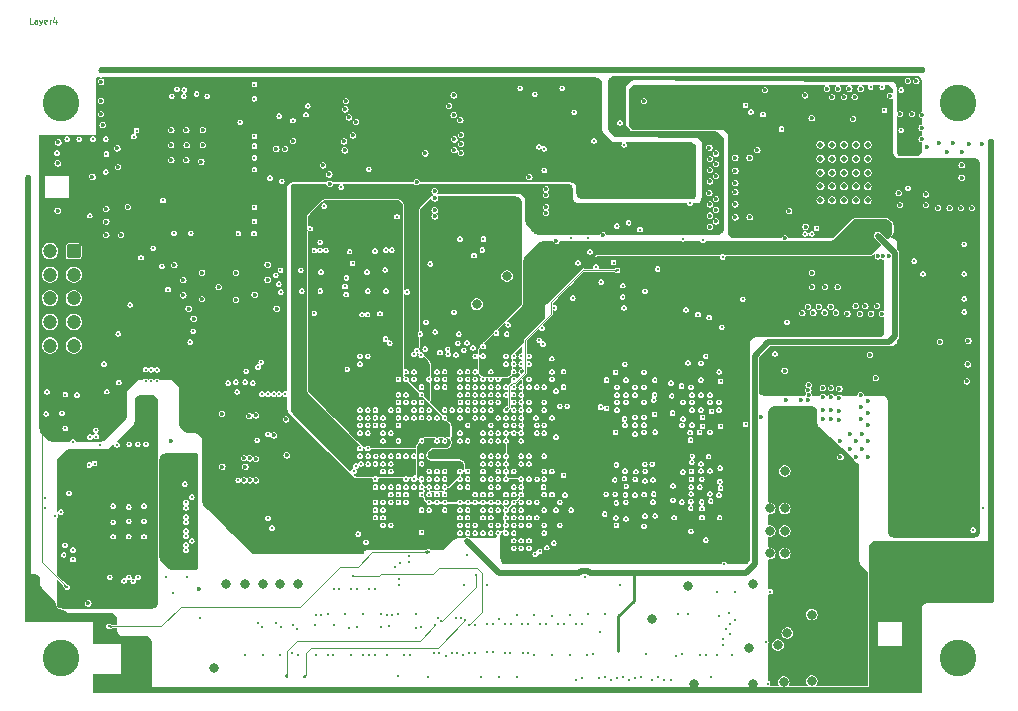
<source format=gbr>
%TF.GenerationSoftware,KiCad,Pcbnew,7.99.0-3958-g1df84f4d92*%
%TF.CreationDate,2023-12-24T00:45:37+01:00*%
%TF.ProjectId,SBC,5342432e-6b69-4636-9164-5f7063625858,rev?*%
%TF.SameCoordinates,Original*%
%TF.FileFunction,Copper,L4,Inr*%
%TF.FilePolarity,Positive*%
%FSLAX46Y46*%
G04 Gerber Fmt 4.6, Leading zero omitted, Abs format (unit mm)*
G04 Created by KiCad (PCBNEW 7.99.0-3958-g1df84f4d92) date 2023-12-24 00:45:37*
%MOMM*%
%LPD*%
G01*
G04 APERTURE LIST*
G04 Aperture macros list*
%AMRoundRect*
0 Rectangle with rounded corners*
0 $1 Rounding radius*
0 $2 $3 $4 $5 $6 $7 $8 $9 X,Y pos of 4 corners*
0 Add a 4 corners polygon primitive as box body*
4,1,4,$2,$3,$4,$5,$6,$7,$8,$9,$2,$3,0*
0 Add four circle primitives for the rounded corners*
1,1,$1+$1,$2,$3*
1,1,$1+$1,$4,$5*
1,1,$1+$1,$6,$7*
1,1,$1+$1,$8,$9*
0 Add four rect primitives between the rounded corners*
20,1,$1+$1,$2,$3,$4,$5,0*
20,1,$1+$1,$4,$5,$6,$7,0*
20,1,$1+$1,$6,$7,$8,$9,0*
20,1,$1+$1,$8,$9,$2,$3,0*%
G04 Aperture macros list end*
%ADD10C,0.100000*%
%TA.AperFunction,NonConductor*%
%ADD11C,0.100000*%
%TD*%
%TA.AperFunction,ComponentPad*%
%ADD12RoundRect,0.250000X-0.350000X0.350000X-0.350000X-0.350000X0.350000X-0.350000X0.350000X0.350000X0*%
%TD*%
%TA.AperFunction,ComponentPad*%
%ADD13C,1.200000*%
%TD*%
%TA.AperFunction,ComponentPad*%
%ADD14C,0.300000*%
%TD*%
%TA.AperFunction,ComponentPad*%
%ADD15C,3.100000*%
%TD*%
%TA.AperFunction,ComponentPad*%
%ADD16C,0.500000*%
%TD*%
%TA.AperFunction,ViaPad*%
%ADD17C,0.300000*%
%TD*%
%TA.AperFunction,ViaPad*%
%ADD18C,0.800000*%
%TD*%
%TA.AperFunction,ViaPad*%
%ADD19C,0.360000*%
%TD*%
%TA.AperFunction,Conductor*%
%ADD20C,0.110000*%
%TD*%
%TA.AperFunction,Conductor*%
%ADD21C,0.500000*%
%TD*%
%TA.AperFunction,Conductor*%
%ADD22C,0.250000*%
%TD*%
G04 APERTURE END LIST*
D10*
D11*
X-2365069Y53693391D02*
X-2603164Y53693391D01*
X-2603164Y53693391D02*
X-2603164Y54193391D01*
X-1984116Y53693391D02*
X-1984116Y53955296D01*
X-1984116Y53955296D02*
X-2007926Y54002915D01*
X-2007926Y54002915D02*
X-2055545Y54026724D01*
X-2055545Y54026724D02*
X-2150783Y54026724D01*
X-2150783Y54026724D02*
X-2198402Y54002915D01*
X-1984116Y53717200D02*
X-2031735Y53693391D01*
X-2031735Y53693391D02*
X-2150783Y53693391D01*
X-2150783Y53693391D02*
X-2198402Y53717200D01*
X-2198402Y53717200D02*
X-2222211Y53764820D01*
X-2222211Y53764820D02*
X-2222211Y53812439D01*
X-2222211Y53812439D02*
X-2198402Y53860058D01*
X-2198402Y53860058D02*
X-2150783Y53883867D01*
X-2150783Y53883867D02*
X-2031735Y53883867D01*
X-2031735Y53883867D02*
X-1984116Y53907677D01*
X-1793640Y54026724D02*
X-1674592Y53693391D01*
X-1555545Y54026724D02*
X-1674592Y53693391D01*
X-1674592Y53693391D02*
X-1722211Y53574343D01*
X-1722211Y53574343D02*
X-1746021Y53550534D01*
X-1746021Y53550534D02*
X-1793640Y53526724D01*
X-1174593Y53717200D02*
X-1222212Y53693391D01*
X-1222212Y53693391D02*
X-1317450Y53693391D01*
X-1317450Y53693391D02*
X-1365069Y53717200D01*
X-1365069Y53717200D02*
X-1388878Y53764820D01*
X-1388878Y53764820D02*
X-1388878Y53955296D01*
X-1388878Y53955296D02*
X-1365069Y54002915D01*
X-1365069Y54002915D02*
X-1317450Y54026724D01*
X-1317450Y54026724D02*
X-1222212Y54026724D01*
X-1222212Y54026724D02*
X-1174593Y54002915D01*
X-1174593Y54002915D02*
X-1150783Y53955296D01*
X-1150783Y53955296D02*
X-1150783Y53907677D01*
X-1150783Y53907677D02*
X-1388878Y53860058D01*
X-936498Y53693391D02*
X-936498Y54026724D01*
X-936498Y53931486D02*
X-912688Y53979105D01*
X-912688Y53979105D02*
X-888879Y54002915D01*
X-888879Y54002915D02*
X-841260Y54026724D01*
X-841260Y54026724D02*
X-793641Y54026724D01*
X-412688Y54026724D02*
X-412688Y53693391D01*
X-531736Y54217200D02*
X-650783Y53860058D01*
X-650783Y53860058D02*
X-341260Y53860058D01*
D12*
%TO.N,Net-(J3-Pin_1)*%
%TO.C,J3*%
X1112000Y34427000D03*
D13*
%TO.N,JTAG_TMS*%
X-888000Y34427000D03*
%TO.N,GND*%
X1112000Y32427000D03*
%TO.N,JTAG_TCK*%
X-888000Y32427000D03*
%TO.N,GND*%
X1112000Y30427000D03*
%TO.N,JTAG_TDO*%
X-888000Y30427000D03*
%TO.N,Net-(J3-Pin_7)*%
X1112000Y28427000D03*
%TO.N,JTAG_TDI*%
X-888000Y28427000D03*
%TO.N,Net-(J3-Pin_9)*%
X1112000Y26427000D03*
%TO.N,Net-(D9-K)*%
X-888000Y26427000D03*
%TD*%
D14*
%TO.N,GND*%
%TO.C,U6*%
X7185800Y23386000D03*
X7685800Y23386000D03*
X8185800Y23386000D03*
X7185800Y24386000D03*
X7685800Y24386000D03*
X8185800Y24386000D03*
%TD*%
D15*
%TO.N,Net-(C289-Pad1)*%
%TO.C,H3*%
X0Y47000000D03*
%TD*%
%TO.N,Net-(C287-Pad1)*%
%TO.C,H1*%
X76000000Y47000000D03*
%TD*%
%TO.N,Net-(C288-Pad1)*%
%TO.C,H2*%
X0Y0D03*
%TD*%
D16*
%TO.N,GND*%
%TO.C,U1*%
X64327981Y43424986D03*
X64327981Y42249986D03*
X64327981Y41074986D03*
X64327981Y39899986D03*
X64327981Y38724986D03*
X65327981Y43424986D03*
X65327981Y42249986D03*
X65327981Y41074986D03*
X65327981Y39899986D03*
X65327981Y38724986D03*
X66327981Y43424986D03*
X66327981Y42249986D03*
X66327981Y41074986D03*
X66327981Y39899986D03*
X66327981Y38724986D03*
X67327981Y43424986D03*
X67327981Y42249986D03*
X67327981Y41074986D03*
X67327981Y39899986D03*
X67327981Y38724986D03*
X68327981Y43424986D03*
X68327981Y42249986D03*
X68327981Y41074986D03*
X68327981Y39899986D03*
X68327981Y38724986D03*
%TD*%
D15*
%TO.N,Net-(C290-Pad1)*%
%TO.C,H4*%
X76000000Y0D03*
%TD*%
D17*
%TO.N,/IO/RAM_CS*%
X11512000Y47727000D03*
D18*
%TO.N,GND*%
X61315000Y15809000D03*
D17*
X16412000Y47327000D03*
X78753200Y8135600D03*
X-2872019Y31824986D03*
X53329519Y18443614D03*
D19*
X67320000Y29779000D03*
X54977981Y36487486D03*
D17*
X17560000Y11799000D03*
D19*
X41085000Y39688000D03*
X3554519Y45114614D03*
D17*
X7054519Y12852114D03*
D19*
X3404735Y46041810D03*
D17*
X34454519Y19664614D03*
X43127981Y49824986D03*
D19*
X68327981Y18324986D03*
D17*
X11119600Y-2831600D03*
D19*
X61377981Y21774986D03*
D17*
X-2882400Y35642800D03*
X78777981Y20174986D03*
D19*
X64877981Y48174986D03*
D17*
X-2872019Y26824986D03*
X31204519Y15764614D03*
D18*
X53100000Y6088000D03*
D19*
X17524700Y33275700D03*
D17*
X10127981Y49824986D03*
X554519Y43914614D03*
X22045600Y32668800D03*
X35600000Y-1634500D03*
X50210919Y21815014D03*
X10734519Y6832114D03*
X78777981Y24174986D03*
D19*
X68627981Y29124986D03*
D17*
X55869519Y23396614D03*
X3812000Y43927000D03*
D19*
X18266840Y43086915D03*
X73252981Y38319986D03*
D17*
X78753200Y14135600D03*
X27954519Y17064614D03*
X41929519Y22589614D03*
X29904519Y20964614D03*
X39654519Y23564614D03*
D18*
X63600000Y3644500D03*
D17*
X17034519Y22320014D03*
D18*
X75800000Y8024986D03*
D17*
X39004519Y19664614D03*
X28478000Y37349000D03*
X51854519Y14564614D03*
D19*
X-2050000Y3475000D03*
X74304519Y38074614D03*
D17*
X51854519Y13314614D03*
X52104519Y114114D03*
X34454519Y12514614D03*
D19*
X24163500Y47135000D03*
D17*
X78753200Y11135600D03*
X37704519Y18364614D03*
X78753200Y6135600D03*
X30554519Y20314614D03*
X78777981Y27130000D03*
X78754519Y43314614D03*
X68127981Y-2825014D03*
X21112000Y36333000D03*
X78754519Y39114614D03*
X18034519Y22320014D03*
X-2872019Y30824986D03*
X27127981Y-2825014D03*
X37704519Y17064614D03*
X15212000Y45327000D03*
X44600000Y199000D03*
X5754519Y10252114D03*
X34454519Y20964614D03*
D19*
X10637000Y44672000D03*
X74325000Y4775000D03*
X5684000Y38153000D03*
D17*
X3662000Y24877000D03*
D18*
X61315000Y8824000D03*
D19*
X67677981Y29124986D03*
D17*
X29127981Y49824986D03*
D19*
X9367000Y43402000D03*
X3150000Y2825000D03*
D17*
X35754519Y15114614D03*
X-2882400Y34642800D03*
X30127981Y49824986D03*
X4454519Y12852114D03*
X47357519Y45292000D03*
X77277981Y7824986D03*
X35754519Y19014614D03*
X71184000Y48070000D03*
X31306000Y33347000D03*
X-2872019Y5824986D03*
X-2872019Y29824986D03*
X61127981Y49824986D03*
D19*
X24000000Y43714114D03*
D17*
X37900000Y28200000D03*
X16412000Y43327000D03*
X35754519Y16414614D03*
X-2872019Y10824986D03*
X25127981Y-2825014D03*
D19*
X63290481Y29724986D03*
X72871000Y49763000D03*
D18*
X75800000Y6150000D03*
D17*
X4154519Y6814614D03*
X52567519Y23015614D03*
X19127981Y-2825014D03*
X50354519Y12014614D03*
X48630519Y18951614D03*
X33800000Y35450000D03*
X78754519Y42314614D03*
X38600000Y-1634500D03*
D19*
X66777981Y48174986D03*
D17*
X3879000Y42640000D03*
X30554519Y10614614D03*
X55127981Y-2825014D03*
D19*
X3150000Y-2700000D03*
D18*
X50100000Y3312000D03*
D17*
X26654519Y14464614D03*
D19*
X75594710Y43573565D03*
D17*
X62127981Y49824986D03*
X34127981Y49824986D03*
D19*
X3421245Y47172745D03*
D17*
X26127981Y-2825014D03*
X70127981Y-2825014D03*
X47584000Y30544000D03*
X-2872019Y7824986D03*
X39654519Y24864614D03*
D19*
X6225000Y0D03*
X66027981Y16974986D03*
D17*
X66127981Y-2825014D03*
X29254519Y14464614D03*
X54218519Y20983614D03*
X49479200Y31025200D03*
X44626200Y3712800D03*
X31204519Y20314614D03*
D18*
X53600000Y-2200000D03*
D19*
X55477981Y37937486D03*
X63312981Y21811585D03*
D17*
X26078000Y41349000D03*
D19*
X75259519Y38074614D03*
D17*
X34454519Y24214614D03*
X77277981Y6824986D03*
X58127981Y-2825014D03*
X72275000Y33575000D03*
X-2882400Y37642800D03*
X28604519Y21614614D03*
X46100000Y-1601000D03*
D19*
X67327981Y18324986D03*
D17*
X40365019Y15109734D03*
D19*
X24417500Y45738000D03*
D17*
X20420000Y31043200D03*
X1588000Y43879000D03*
X40304519Y19664614D03*
X37704519Y13814614D03*
X46979519Y19078614D03*
D19*
X10662000Y43377000D03*
D17*
X68056000Y49797200D03*
D19*
X65827981Y48174986D03*
D17*
X71127981Y-2825014D03*
X69127981Y-2825014D03*
X7054519Y11552114D03*
X31196903Y23568297D03*
X78777981Y21174986D03*
X53338400Y12679000D03*
X78777981Y16174986D03*
X24127981Y49824986D03*
X28597554Y3696554D03*
D19*
X24112000Y46427000D03*
D17*
X40954519Y12514614D03*
X53371798Y22879845D03*
X41578200Y25314614D03*
D18*
X69800000Y-850000D03*
D17*
X64056000Y49797200D03*
X16379000Y35910000D03*
X57127981Y-2825014D03*
D19*
X55477981Y40787486D03*
D17*
X53127981Y49824986D03*
X25600000Y3699000D03*
X27557400Y31043200D03*
X18127981Y49824986D03*
D19*
X64690481Y29224986D03*
D17*
X41154519Y9314614D03*
X27954519Y11214614D03*
X11012000Y35927000D03*
D18*
X61527981Y2074986D03*
D17*
X47106519Y20983614D03*
D19*
X11907000Y42005000D03*
D17*
X78777981Y23174986D03*
X-2872019Y20824986D03*
X25854519Y9764614D03*
X38354519Y20964614D03*
X56127981Y49824986D03*
D19*
X30132500Y40277000D03*
D17*
X42127981Y-2825014D03*
X24280800Y24413800D03*
X78777981Y38174986D03*
X48127981Y-2825014D03*
X37100000Y3315000D03*
D18*
X37793000Y32322000D03*
D17*
X5754519Y12752114D03*
X7847000Y34650000D03*
X78754519Y39914614D03*
X35104519Y11214614D03*
D19*
X15534519Y15020014D03*
X63312981Y22648387D03*
D17*
X11127981Y49824986D03*
X32504519Y13814614D03*
X78753200Y5135600D03*
D19*
X4125000Y1850000D03*
X68327981Y21724986D03*
D17*
X55600000Y5599000D03*
D19*
X31656500Y39515000D03*
D17*
X30554519Y16414614D03*
X29904519Y24214614D03*
X35754519Y17064614D03*
X33804519Y19014614D03*
X78777981Y36174986D03*
X47762145Y24833621D03*
D19*
X70252981Y47579986D03*
D17*
X41600000Y254500D03*
D19*
X39688000Y40704000D03*
X65327981Y47474986D03*
D17*
X40510805Y43269400D03*
X54104519Y14464614D03*
D18*
X60045000Y12634000D03*
D17*
X35127981Y-2825014D03*
X56045600Y33931200D03*
X28127981Y49824986D03*
D19*
X3150000Y-1725000D03*
D17*
X34454519Y18364614D03*
D19*
X-252000Y41846000D03*
X63327981Y22224986D03*
D17*
X35754519Y13814614D03*
X55854519Y16064614D03*
X60100000Y5599000D03*
D19*
X69640481Y33974986D03*
D17*
X7127981Y49824986D03*
X48690200Y15752400D03*
D19*
X67090481Y45624986D03*
D17*
X-2872019Y32824986D03*
X9612000Y35927000D03*
X52700000Y35480000D03*
X33300000Y29250000D03*
X31127981Y-2825014D03*
X25204519Y10464614D03*
X4454519Y11452114D03*
D19*
X73282481Y39219986D03*
D17*
X38354519Y22914614D03*
X25127981Y49824986D03*
X54204519Y16414614D03*
D19*
X62677981Y21824986D03*
D17*
X28604519Y19664614D03*
X47904519Y14514614D03*
X37704519Y19664614D03*
X43350000Y30449000D03*
D19*
X9367000Y42132000D03*
X71057000Y46038000D03*
X11961800Y30357400D03*
D17*
X37704519Y10564614D03*
X-2872019Y25824986D03*
X18712000Y40333000D03*
D19*
X69127981Y29774986D03*
D17*
X20318400Y32795800D03*
D19*
X22774070Y40139880D03*
D17*
X68573110Y48323500D03*
D19*
X67227981Y47474986D03*
X13686206Y16170613D03*
X66327981Y47474986D03*
D17*
X-2872019Y11824986D03*
X45149000Y43761000D03*
X46217519Y23523614D03*
X30100000Y3699000D03*
X57750000Y30350000D03*
D19*
X67827981Y18924986D03*
D17*
X78777981Y28130000D03*
X36404519Y14464614D03*
D19*
X45911000Y35770500D03*
X74405990Y43573565D03*
D17*
X36404519Y15114614D03*
X17534519Y22320014D03*
X51805519Y20729614D03*
X31100000Y-1596481D03*
X-2872019Y15824986D03*
D19*
X69577981Y29124986D03*
D17*
X26004519Y25514614D03*
D19*
X4812000Y43127000D03*
D17*
X33804519Y18364614D03*
X28127981Y-2825014D03*
D19*
X55477981Y38837486D03*
D17*
X55804519Y14914614D03*
X41754519Y9714614D03*
X43127981Y-2825014D03*
X34127981Y-2825014D03*
D19*
X77154519Y38074614D03*
D18*
X63600000Y-1971000D03*
D17*
X54980519Y19078614D03*
D19*
X68127981Y29774986D03*
X72700000Y-2700000D03*
D18*
X71800000Y-850000D03*
D19*
X31656500Y38880000D03*
X62790481Y29174986D03*
D17*
X63127981Y-2825014D03*
X33700000Y27400000D03*
D19*
X33906805Y44260000D03*
D17*
X30460000Y27400000D03*
X78753200Y7135600D03*
X24600000Y199000D03*
X55107519Y20856614D03*
X26100000Y210000D03*
X27304519Y15764614D03*
X39004519Y24864614D03*
X-2872019Y28824986D03*
D18*
X71800000Y6150000D03*
D17*
X32504519Y18364614D03*
X20912000Y46727000D03*
X15127981Y-2825014D03*
X32600000Y176000D03*
D19*
X3437755Y48765960D03*
D17*
X-2882400Y36642800D03*
D18*
X61315000Y10729000D03*
D17*
X62127981Y-2825014D03*
X43100000Y199000D03*
D19*
X64190481Y29724986D03*
D17*
X38610000Y3580000D03*
D19*
X14837200Y32608200D03*
X10637000Y42132000D03*
D17*
X52127981Y-2825014D03*
X15600000Y199000D03*
D18*
X61218511Y-2061529D03*
D17*
X78777981Y35174986D03*
X-2730000Y40704000D03*
D19*
X30871000Y42690000D03*
X68327981Y20724986D03*
D17*
X-2872019Y27824986D03*
X56127981Y-2825014D03*
X44127981Y49824986D03*
X78777981Y18174986D03*
D19*
X4317019Y3654614D03*
X33338000Y43879000D03*
D17*
X41590000Y3529000D03*
X77277981Y8824986D03*
X9119600Y-2831600D03*
X22127981Y-2825014D03*
X37704519Y11214614D03*
X32127981Y-2825014D03*
X78777981Y26174986D03*
X43811086Y33446222D03*
D19*
X12034000Y44672000D03*
D17*
X39004519Y15114614D03*
X39127981Y-2825014D03*
X33127981Y-2825014D03*
X78700000Y30000000D03*
X59127981Y-2825014D03*
X-2872019Y8824986D03*
X39654519Y9914614D03*
D19*
X78046445Y43491015D03*
X65190481Y29724986D03*
D17*
X55100000Y-1601000D03*
D19*
X76940275Y43524035D03*
D17*
X77277981Y4824986D03*
D19*
X68327981Y19724986D03*
D17*
X-2872019Y18824986D03*
X32504519Y15764614D03*
D19*
X55477981Y42687486D03*
D17*
X22127981Y49824986D03*
X5892848Y29884049D03*
X47106519Y22253614D03*
D19*
X24750000Y44214000D03*
X72050000Y49763000D03*
D17*
X7054519Y10252114D03*
X46100000Y3700000D03*
D19*
X59000000Y42967486D03*
D17*
X33127981Y49824986D03*
X78777981Y15174986D03*
X26127981Y49824986D03*
X-2872019Y24824986D03*
D18*
X73800000Y6150000D03*
D17*
X16412000Y36927000D03*
D18*
X69800000Y8024986D03*
D17*
X40100000Y254500D03*
D19*
X41085000Y39180000D03*
X54977981Y37437486D03*
X54927981Y39337486D03*
D17*
X47700000Y29627000D03*
X59127981Y49824986D03*
D19*
X3150000Y1850000D03*
D17*
X14127981Y-2825014D03*
D19*
X5750000Y1200000D03*
X15981365Y20473168D03*
D17*
X40954519Y13814614D03*
X78753200Y12135600D03*
D19*
X22757560Y40915850D03*
D17*
X30925000Y28394000D03*
X16127981Y49824986D03*
X21127981Y-2825014D03*
X37127981Y-2825014D03*
X30554519Y13814614D03*
X20127981Y49824986D03*
X70056000Y49797200D03*
D19*
X3437755Y49657500D03*
D17*
X42482000Y48197000D03*
D19*
X55477981Y41787486D03*
D17*
X48080000Y36817986D03*
X54218519Y24920614D03*
X14127981Y49824986D03*
X36127981Y-2825014D03*
X78753200Y9135600D03*
X47127981Y-2825014D03*
D19*
X66620000Y29129000D03*
D17*
X47127981Y49824986D03*
X1074519Y18252114D03*
D19*
X33338000Y42990000D03*
D17*
X31854519Y18364614D03*
X5754519Y11552114D03*
X26008000Y31042700D03*
X25354519Y24864614D03*
X78777981Y25174986D03*
D19*
X72750000Y50000D03*
X41085000Y37656000D03*
D17*
X32504519Y20314614D03*
D19*
X70940481Y39324986D03*
D17*
X49127981Y-2825014D03*
X78777981Y19174986D03*
X40127981Y-2825014D03*
X26685500Y17052114D03*
D19*
X-252000Y37846000D03*
D17*
X41127981Y-2825014D03*
D19*
X1850000Y3475000D03*
X67327981Y16974986D03*
D18*
X60045000Y8824000D03*
D19*
X61690481Y37824986D03*
X3862000Y35777000D03*
D17*
X2754519Y43914614D03*
X35754519Y18364614D03*
D19*
X72700000Y4775000D03*
X25000000Y45357000D03*
X76214519Y38074614D03*
X11987200Y32608200D03*
X63327981Y23074986D03*
X5750000Y-1400000D03*
D17*
X29904519Y14464614D03*
X29254519Y17064614D03*
D18*
X35243000Y29922000D03*
D17*
X12127981Y49824986D03*
D19*
X54977981Y40337486D03*
D17*
X35000000Y34050000D03*
X28604519Y23564614D03*
X36404519Y24214614D03*
X47061319Y16328614D03*
D19*
X9367000Y44672000D03*
D17*
X16412000Y41327000D03*
X50290400Y23524800D03*
X28604519Y22264614D03*
X53490000Y17059000D03*
X17127981Y-2825014D03*
D19*
X59627981Y48047486D03*
X72900481Y43914986D03*
X72900481Y44864986D03*
X14837200Y30308200D03*
D17*
X17100000Y199000D03*
D19*
X68327981Y16974986D03*
D17*
X54304519Y12627741D03*
X38127981Y49824986D03*
X76500000Y32500000D03*
D19*
X19686700Y43755570D03*
D17*
X5127981Y49824986D03*
D19*
X32890805Y46723800D03*
D18*
X73800000Y8024986D03*
D19*
X69190481Y33974986D03*
D17*
X78777981Y17174986D03*
D19*
X59302981Y20374986D03*
D17*
X-2872019Y13824986D03*
X76518000Y30400600D03*
D19*
X33906805Y42736000D03*
D17*
X78700000Y29100000D03*
X77277981Y5824986D03*
X42127981Y49824986D03*
X27100000Y3699000D03*
D19*
X3862000Y37977000D03*
D17*
X31204519Y13814614D03*
X6127981Y49824986D03*
D19*
X875000Y3475000D03*
D17*
X9127981Y49824986D03*
X8127981Y49824986D03*
X54127981Y49824986D03*
X21600000Y199000D03*
X39654519Y11214614D03*
X44127981Y-2825014D03*
X51127981Y49824986D03*
D19*
X63077981Y36494986D03*
D17*
X404800Y22280200D03*
X37704519Y16414614D03*
X13127981Y49824986D03*
X4454519Y10252114D03*
X31854519Y20314614D03*
D18*
X58290000Y790000D03*
X71800000Y4150000D03*
X14025000Y6200000D03*
D17*
X37127981Y49824986D03*
D19*
X4852000Y41527000D03*
D17*
X31204519Y20964614D03*
D19*
X22229240Y41675310D03*
D17*
X30554519Y21614614D03*
X15054000Y35910000D03*
D19*
X71725000Y48832000D03*
D17*
X37704519Y25514614D03*
X6119600Y-2831600D03*
X35104519Y13814614D03*
D18*
X12958391Y-897209D03*
D17*
X45127981Y-2825014D03*
X47054519Y13114614D03*
X27481200Y32846600D03*
D19*
X61299872Y24294486D03*
D17*
X-2872019Y23824986D03*
D19*
X54977981Y41287486D03*
D17*
X21994800Y31043200D03*
X27304519Y19014614D03*
X50281519Y20602614D03*
X46054519Y12164614D03*
X61127981Y-2825014D03*
X-1145481Y22526552D03*
D19*
X24036500Y42944000D03*
D17*
X78777981Y34174986D03*
X55127981Y49824986D03*
X31854519Y13814614D03*
X52127981Y49824986D03*
D18*
X58600000Y-2200000D03*
D17*
X31854519Y15764614D03*
X53127981Y-2825014D03*
X39004519Y19014614D03*
X39654519Y16414614D03*
X38127981Y-2825014D03*
D19*
X19001535Y43070405D03*
D17*
X27954519Y20964614D03*
D19*
X66827981Y18924986D03*
X70140481Y33974986D03*
D17*
X37100000Y-1650000D03*
D19*
X10835400Y29544600D03*
D17*
X7119600Y-2831600D03*
D18*
X18600000Y6200000D03*
D17*
X37704519Y24864614D03*
D19*
X11677019Y5814614D03*
X4125000Y-2700000D03*
D17*
X36404519Y13814614D03*
X39127981Y49824986D03*
X3812000Y41127000D03*
X78777981Y22174986D03*
X47600000Y-1601000D03*
X40127981Y49824986D03*
X34454519Y15764614D03*
X16412000Y48527000D03*
X55869515Y19586614D03*
X36404519Y20964614D03*
X30554519Y17064614D03*
D18*
X71800000Y8024986D03*
D19*
X54927981Y43187486D03*
D17*
X50600000Y-1601000D03*
X78077981Y12674986D03*
X36404519Y11214614D03*
D19*
X13387200Y31370700D03*
X2354519Y4592114D03*
X-190000Y43625000D03*
D17*
X21974443Y35163043D03*
X69056000Y49797200D03*
D19*
X72928345Y45926240D03*
D17*
X-2872019Y17824986D03*
D19*
X3862000Y36927000D03*
D17*
X39004519Y11864614D03*
X39654519Y20964614D03*
X19023000Y22331000D03*
X33804519Y10564614D03*
D18*
X60045000Y10729000D03*
D17*
X38354519Y14464614D03*
X37704519Y13164614D03*
D19*
X18054519Y18814614D03*
D17*
X29127981Y-2825014D03*
X41127981Y49824986D03*
D18*
X69800000Y4150000D03*
D17*
X69573110Y48323500D03*
X78754519Y40714614D03*
D19*
X54977981Y38387486D03*
D17*
X-2872019Y12824986D03*
D19*
X11265800Y28706400D03*
D17*
X78777981Y33174986D03*
D19*
X66027981Y18324986D03*
D17*
X46127981Y49824986D03*
D19*
X16534519Y15020014D03*
D17*
X23100000Y199000D03*
X30127981Y-2825014D03*
D19*
X63740481Y29224986D03*
D17*
X21127981Y49824986D03*
X-2882400Y39642800D03*
X38354519Y11864614D03*
D19*
X61314519Y35514614D03*
D17*
X48127981Y49824986D03*
X50127981Y49824986D03*
D19*
X41085000Y38164000D03*
D17*
X55742519Y21618614D03*
X8119600Y-2831600D03*
D19*
X67727981Y48174986D03*
D17*
X60127981Y49824986D03*
X65056000Y49797200D03*
X67056000Y49797200D03*
D19*
X31656500Y37356000D03*
D18*
X60730000Y1070000D03*
D17*
X27127981Y49824986D03*
X60127981Y-2825014D03*
X25931800Y32643400D03*
X24100000Y3699000D03*
X40954519Y17064614D03*
X39004519Y9914614D03*
X16127981Y-2825014D03*
X32127981Y49824986D03*
X47584000Y31494000D03*
X-317000Y42736000D03*
X78753200Y13135600D03*
X29904519Y20314614D03*
D19*
X67727981Y21224986D03*
D17*
X78754519Y41514614D03*
X72127981Y-2825014D03*
D19*
X54977981Y42237486D03*
D17*
X40950000Y43100000D03*
X8680000Y38710000D03*
X16412000Y44127000D03*
X19127981Y49824986D03*
X9091600Y31170200D03*
X63056000Y49797200D03*
X46127981Y-2825014D03*
X40100000Y3599000D03*
D18*
X20100000Y6200000D03*
D17*
X4884519Y27425014D03*
X77277981Y10824986D03*
D19*
X33271805Y47612800D03*
D17*
X66056000Y49797200D03*
X50127981Y-2825014D03*
D18*
X69800000Y6150000D03*
D19*
X19134519Y17120014D03*
D17*
X17127981Y49824986D03*
X76500000Y35000000D03*
X15127981Y49824986D03*
X45709519Y21237614D03*
X31912000Y3402000D03*
X27954519Y15764614D03*
D19*
X9320200Y18343200D03*
X31656500Y37864000D03*
D17*
X18127981Y-2825014D03*
X10119600Y-2831600D03*
X78700000Y31000000D03*
X23127981Y-2825014D03*
D18*
X61315000Y12634000D03*
D17*
X-2872019Y14824986D03*
X36127981Y49824986D03*
X54127981Y-2825014D03*
X28604519Y17064614D03*
D19*
X72073000Y46038000D03*
D17*
X-2872019Y6824986D03*
D19*
X67727981Y20224986D03*
D17*
X78753200Y10135600D03*
X51737519Y22170814D03*
X71056000Y49797200D03*
X48639400Y22889800D03*
X49100000Y-1601000D03*
D19*
X72800000Y4000000D03*
D17*
X29904519Y15114614D03*
X-2882400Y33642800D03*
X33487000Y3377000D03*
X51127981Y-2825014D03*
X-2882400Y38642800D03*
X30554519Y20964614D03*
D18*
X15600000Y6200000D03*
D17*
X-2872019Y16824986D03*
X45127981Y49824986D03*
X35127981Y49824986D03*
X30554519Y18364614D03*
X28600000Y-1580500D03*
D19*
X33271805Y45961800D03*
D17*
X54091519Y19078614D03*
D19*
X67727981Y22224986D03*
D17*
X20100000Y199000D03*
X48630519Y20348614D03*
X49127981Y49824986D03*
X1379519Y22236552D03*
D19*
X72454000Y48832000D03*
D17*
X-2872019Y3824986D03*
D19*
X65640481Y29224986D03*
D17*
X28604519Y18364614D03*
D19*
X-1075000Y3475000D03*
D17*
X58127981Y49824986D03*
X34100000Y200000D03*
X18515000Y22331000D03*
D19*
X12034000Y43402000D03*
D17*
X-2872019Y4824986D03*
X54854519Y17014614D03*
D19*
X55477981Y36937486D03*
D17*
X-2872019Y19824986D03*
X50154519Y15064614D03*
D19*
X4125000Y-1725000D03*
D17*
X47725000Y43425000D03*
X37704519Y20314614D03*
X37704519Y15764614D03*
X-2872019Y22824986D03*
D19*
X19084519Y20170014D03*
D17*
X9497019Y5504614D03*
X18600000Y199000D03*
X33804519Y15764614D03*
D19*
X41974000Y35304000D03*
D17*
X23127981Y49824986D03*
X57127981Y49824986D03*
X37704519Y19014614D03*
X50204519Y13864614D03*
X22600000Y3699000D03*
D19*
X73327981Y43267486D03*
D17*
X43100000Y3625500D03*
D18*
X17100000Y6200000D03*
D17*
X31127981Y49824986D03*
X77277981Y9824986D03*
X55969400Y27962200D03*
X35754519Y15764614D03*
X5119600Y-2831600D03*
X16412000Y38127000D03*
X39004519Y16414614D03*
X41812000Y29627000D03*
D19*
X2697000Y40716000D03*
X67827981Y17674986D03*
D17*
X13119600Y-2831600D03*
X20127981Y-2825014D03*
X3904519Y22526552D03*
D18*
X58600000Y6200000D03*
D17*
X12119600Y-2831600D03*
D19*
X5112000Y35777000D03*
X33906805Y43498000D03*
D17*
X46904519Y15064614D03*
X29904519Y17064614D03*
X55754519Y13764614D03*
D19*
X-100000Y3475000D03*
D17*
X78700000Y32100000D03*
X33804519Y20314614D03*
D19*
X33846000Y45530000D03*
D17*
X-2872019Y9824986D03*
X-2872019Y21824986D03*
X57100000Y5599000D03*
X16412000Y42327000D03*
X24127981Y-2825014D03*
D19*
X66827981Y17674986D03*
D17*
X78777981Y37174986D03*
%TO.N,GBE0_MDI3_N*%
X10620319Y9089614D03*
%TO.N,GBE0_MDI3_P*%
X10621319Y9539614D03*
%TO.N,/IO/LED0*%
X5754519Y6814614D03*
%TO.N,/IO/LED1*%
X5354519Y6514614D03*
%TO.N,GBE0_MDI2_N*%
X10621319Y10289614D03*
%TO.N,GBE0_MDI2_P*%
X10621319Y10739614D03*
%TO.N,/MPU/VDDA_0P9*%
X36405417Y19666220D03*
%TO.N,GBE0_MDI1_N*%
X10621319Y11489614D03*
%TO.N,GBE0_MDI1_P*%
X10621319Y11939614D03*
%TO.N,GBE0_MDI0_N*%
X10621319Y12689614D03*
%TO.N,GBE0_MDI0_P*%
X10621319Y13139614D03*
%TO.N,3.3V_SW*%
X53300000Y38500000D03*
D19*
X53855500Y45742000D03*
X75827981Y12299986D03*
X72352981Y19649986D03*
X67127981Y44137486D03*
X73352981Y17649986D03*
X53855500Y46542000D03*
X75352981Y18649986D03*
X72352981Y21649986D03*
X70352981Y18649986D03*
X65927981Y37987486D03*
X69277981Y43074986D03*
X67927981Y44137486D03*
X53855500Y47342000D03*
X77352981Y15649986D03*
X71827981Y11299986D03*
X76352981Y14649986D03*
X76352981Y17649986D03*
X77352981Y16649986D03*
X69277981Y37987486D03*
X72827981Y12299986D03*
X63327981Y38874986D03*
X77352981Y14649986D03*
X52255500Y47342000D03*
X71352981Y17649986D03*
X55591000Y45770000D03*
X61627981Y48047486D03*
X74352981Y21649986D03*
X66073357Y44141248D03*
X74352981Y20649986D03*
X72352981Y18649986D03*
X71827981Y13299986D03*
X77352981Y18649986D03*
X70827981Y13299986D03*
X75352981Y20649986D03*
X54791000Y47470000D03*
X73352981Y21649986D03*
X70352981Y20649986D03*
X73827981Y11299986D03*
X69277981Y41487486D03*
X55591000Y48270000D03*
X61327981Y22774986D03*
X52255500Y46542000D03*
X70352981Y19649986D03*
X75352981Y17649986D03*
X74827981Y11299986D03*
X54791000Y46670000D03*
X51455500Y48142000D03*
X53902000Y48270000D03*
X51455500Y46542000D03*
X76352981Y18649986D03*
X63327981Y40474986D03*
D17*
X56200000Y7900000D03*
D19*
X75352981Y19649986D03*
X74827981Y12299986D03*
X70352981Y17649986D03*
X69277981Y40874986D03*
X73827981Y12299986D03*
X68327981Y37987486D03*
X64227981Y44124986D03*
X63327981Y41187486D03*
D17*
X60350000Y45725000D03*
D19*
X77352981Y20649986D03*
X53055500Y47342000D03*
X76352981Y20649986D03*
X51455500Y47342000D03*
X72827981Y13299986D03*
X76352981Y15649986D03*
X67527981Y37987486D03*
X55591000Y47470000D03*
X70352981Y21649986D03*
X75827981Y11299986D03*
X76352981Y19649986D03*
X54791000Y45770000D03*
D17*
X37704519Y20964614D03*
D19*
X70827981Y12299986D03*
X54791000Y48270000D03*
X55591000Y46670000D03*
X69275162Y38674986D03*
X63327981Y42674986D03*
X53055500Y45742000D03*
X53140000Y48270000D03*
D17*
X75500000Y36800000D03*
D19*
X73352981Y19649986D03*
X73827981Y13299986D03*
X59268019Y24081218D03*
X65127981Y44137486D03*
D17*
X40138286Y47698000D03*
D19*
X74827981Y13299986D03*
X66727981Y37987486D03*
X65127981Y37991073D03*
X71352981Y19649986D03*
X77352981Y19649986D03*
X74352981Y17649986D03*
X74352981Y18649986D03*
X69275162Y39474986D03*
X75352981Y21649986D03*
X75827981Y13299986D03*
X70827981Y11299986D03*
D17*
X47150000Y32800000D03*
D19*
X73352981Y20649986D03*
X72352981Y20649986D03*
X72827981Y11299986D03*
X63327981Y41874986D03*
X69077981Y44137486D03*
X71352981Y18649986D03*
D17*
X48350000Y47750000D03*
D19*
X63327981Y39674986D03*
X72352981Y17649986D03*
X64327981Y37987486D03*
X76352981Y16649986D03*
X71352981Y21649986D03*
X77352981Y17649986D03*
X76352981Y21649986D03*
X74352981Y19649986D03*
X69277981Y42274986D03*
X73352981Y18649986D03*
D17*
X72504800Y28419400D03*
D19*
X52255500Y48142000D03*
X69275162Y40074986D03*
X71827981Y12299986D03*
X53055500Y46542000D03*
X63527981Y37987486D03*
X71352981Y20649986D03*
X77352981Y21649986D03*
D17*
%TO.N,VBAT*%
X71184000Y44650000D03*
X59694519Y1325014D03*
%TO.N,I2C1_SCL*%
X27954519Y13814614D03*
X45100000Y277000D03*
%TO.N,I2C1_SDA*%
X27954519Y14464614D03*
X45600000Y-1698000D03*
%TO.N,I2C2_SCL*%
X47100000Y-1698000D03*
X11225200Y27627000D03*
X24462000Y34377000D03*
X18212000Y32377000D03*
X29254519Y13164614D03*
%TO.N,I2C2_SDA*%
X10972000Y26727000D03*
X18462000Y31627000D03*
X46600000Y-1886000D03*
X11839502Y3377000D03*
X24202000Y32167000D03*
X28604519Y13164614D03*
%TO.N,I2C3_SCL*%
X48100000Y-1886000D03*
X29254519Y13814614D03*
%TO.N,I2C3_SDA*%
X48600000Y-1698000D03*
X28604519Y14464614D03*
%TO.N,USB1_OC*%
X33884863Y3402000D03*
X31204519Y12514614D03*
%TO.N,USB1_PWR_EN*%
X35047069Y2737069D03*
X31854519Y13164614D03*
%TO.N,UART2_TXD*%
X27304519Y13164614D03*
X25600000Y199000D03*
%TO.N,UART2_RXD*%
X25099319Y2637214D03*
%TO.N,UART1_TXD*%
X21567500Y2782500D03*
%TO.N,UART1_RXD*%
X26654519Y13164614D03*
X22600000Y199000D03*
%TO.N,/IO/ENET_2.5V_A*%
X11084085Y12410230D03*
X9754519Y15602114D03*
X10279519Y17052114D03*
X11105000Y11129600D03*
X10996600Y8615000D03*
%TO.N,USB2_RX_N*%
X19991296Y2397837D03*
%TO.N,USB2_RX_P*%
X19637742Y2751391D03*
%TO.N,USB2_TX_N*%
X18621296Y2557837D03*
%TO.N,USB2_TX_P*%
X18267742Y2911391D03*
%TO.N,USB2_DP*%
X16697742Y2911391D03*
%TO.N,VDD_1V*%
X2436800Y16311200D03*
X125400Y20680000D03*
X10504519Y14714614D03*
X387075Y19405457D03*
X-1220800Y20654600D03*
%TO.N,UART3_RXD*%
X24372600Y2535614D03*
%TO.N,UART3_TXD*%
X23153319Y2764214D03*
%TO.N,UART4_RXD*%
X43600000Y-1886000D03*
X26654519Y12514614D03*
%TO.N,NVCC_DRAM_1V1*%
X56554519Y22714614D03*
X39004519Y15764614D03*
X39654519Y10564614D03*
X47754519Y11114614D03*
D19*
X66627981Y31387486D03*
D17*
X52641519Y11192014D03*
X51879519Y11242814D03*
X56554519Y16714614D03*
D19*
X67677981Y31387486D03*
D17*
X43522217Y14468899D03*
X50408519Y19713614D03*
X54218519Y24158614D03*
X39004519Y24214614D03*
X54091519Y18443614D03*
X40304519Y18364614D03*
X50922119Y21713414D03*
X39654519Y14464614D03*
X40304519Y12514614D03*
X47868519Y20983614D03*
X39654519Y22264614D03*
X52567519Y22253614D03*
X38354519Y16414614D03*
X46179619Y12543485D03*
X50154519Y11214614D03*
X51804519Y14114614D03*
X50773000Y13161600D03*
X56354519Y18514614D03*
X47064519Y19753614D03*
X51982919Y12565414D03*
X50281519Y24158614D03*
X39654519Y19664614D03*
X56554519Y12714614D03*
X52694519Y24285614D03*
X40304519Y22264614D03*
X51758431Y20140114D03*
X39654519Y20314614D03*
X39004519Y10564614D03*
X46217519Y22888614D03*
X49223600Y10443800D03*
X38354519Y18364614D03*
X48737719Y14449014D03*
X47868519Y24158614D03*
X39654519Y24214614D03*
X40893900Y20354823D03*
X48912000Y25057000D03*
X39654519Y13814614D03*
X47868519Y18951614D03*
X54114719Y13884414D03*
D19*
X68777981Y32587486D03*
X68777981Y31387486D03*
D17*
X51678519Y21364614D03*
X39654519Y12514614D03*
X38354519Y17064614D03*
X50916519Y22253614D03*
D19*
X71082981Y38324986D03*
D17*
X46217519Y18951614D03*
X54304519Y11256600D03*
X56554519Y15114614D03*
X54218519Y21618614D03*
X56354519Y20114614D03*
X47001100Y16971600D03*
%TO.N,DRAM_DQ21*%
X38354519Y9264614D03*
X50152319Y13173214D03*
%TO.N,DRAM_DQ19*%
X41929519Y12514614D03*
X46959719Y13839414D03*
%TO.N,DRAM_DQ25*%
X55791119Y11852414D03*
X38354519Y11214614D03*
%TO.N,DRAM_DQ24*%
X54622719Y9972814D03*
X39004519Y11214614D03*
%TO.N,DRAM_DQ26*%
X38354519Y10564614D03*
X55029119Y13274814D03*
%TO.N,DRAM_DQ28*%
X53403519Y13884414D03*
X39004519Y13814614D03*
%TO.N,DRAM_DQ27*%
X38354519Y12514614D03*
X54978319Y13884414D03*
%TO.N,DRAM_DQ30*%
X39004519Y13164614D03*
X53346945Y10689945D03*
%TO.N,DRAM_VREF*%
X71753319Y39743414D03*
%TO.N,DRAM_DQ15*%
X51678519Y23269614D03*
X39004519Y20314614D03*
%TO.N,DRAM_DQ12*%
X39004519Y20964614D03*
X52694519Y21618614D03*
%TO.N,DRAM_DQ14*%
X53106519Y24964614D03*
X39004519Y21614614D03*
%TO.N,DRAM_DQ11*%
X54980519Y21618614D03*
X38354519Y22264614D03*
D19*
%TO.N,Net-(U13-VDDI)*%
X13645787Y20670014D03*
D17*
%TO.N,DRAM_DQ9*%
X55773519Y24202614D03*
X38354519Y23564614D03*
%TO.N,DRAM_DQ10*%
X38354519Y24214614D03*
X54980519Y22253614D03*
%TO.N,DRAM_DQ4*%
X38354519Y24864614D03*
X49392519Y21618614D03*
%TO.N,DRAM_DQ6*%
X39004519Y25514614D03*
X49392519Y22888614D03*
%TO.N,DRAM_DQ22*%
X39004519Y9264614D03*
X49466519Y12004814D03*
%TO.N,DRAM_DQ23*%
X49398119Y11115814D03*
X39654519Y9264614D03*
%TO.N,DRAM_DQS3_P*%
X39654519Y11864614D03*
X54267119Y13173214D03*
%TO.N,DRAM_DM3*%
X39004519Y12514614D03*
X54304519Y11865542D03*
%TO.N,DRAMREF*%
X39004519Y18364614D03*
%TO.N,DRAM_DQ13*%
X39654519Y21614614D03*
X53456519Y21618614D03*
%TO.N,DRAM_DM1*%
X39004519Y22264614D03*
X54218519Y23523614D03*
%TO.N,DRAM_DQS1_P*%
X39654519Y22914614D03*
X54218519Y22253614D03*
%TO.N,DRAM_DQ8*%
X39004519Y22914614D03*
X54604519Y25514614D03*
%TO.N,DRAM_DQ7*%
X49392519Y24158614D03*
X39654519Y25514614D03*
%TO.N,DRAM_DQS2_N*%
X40195519Y8753614D03*
X48628319Y13782814D03*
%TO.N,DRAM_DQS2_P*%
X40551119Y9007614D03*
X47851619Y13150714D03*
%TO.N,DRAM_DQS3_N*%
X53352719Y13224014D03*
X40304519Y11864614D03*
%TO.N,Net-(U15-VDD1.8_1)*%
X29360800Y30967000D03*
X24180753Y30745636D03*
%TO.N,DRAM_nCS0_B*%
X39654519Y15114614D03*
X49499719Y15769814D03*
%TO.N,DRAM_CKE0_A*%
X40304519Y19014614D03*
X49392519Y19078614D03*
%TO.N,DRAM_DQS1_N*%
X40304519Y22914614D03*
X53456519Y22253614D03*
%TO.N,DRAM_DQS0_P*%
X40833083Y26565250D03*
X47868519Y22253614D03*
%TO.N,DRAM_DQS0_N*%
X48630519Y22253614D03*
X40521955Y26876378D03*
%TO.N,DRAM_DQ16*%
X42254519Y11214614D03*
X47061319Y11197814D03*
%TO.N,DRAM_DM2*%
X40954519Y11214614D03*
X47874119Y11756614D03*
%TO.N,DRAM_DQ18*%
X43229519Y12514614D03*
X47823319Y13788614D03*
%TO.N,PMIC_SCL*%
X28604519Y13814614D03*
X58454519Y46214614D03*
%TO.N,DRAM_nCS1_B*%
X48654519Y15089614D03*
X40883809Y14464614D03*
%TO.N,DRAM_CKE0_B*%
X49448919Y16379414D03*
X40954519Y15764614D03*
%TO.N,DRAM_CA0_A*%
X40954519Y19664614D03*
X47741519Y20221614D03*
%TO.N,DRAM_CA2_A*%
X42904519Y21289614D03*
X52694519Y20221614D03*
%TO.N,DRAM_DQ3*%
X40954519Y22914614D03*
X47106519Y21618614D03*
%TO.N,DRAM_DM0*%
X47868519Y23523614D03*
X41604519Y23564614D03*
%TO.N,DRAM_DQ1*%
X47106519Y22888614D03*
X41604519Y24214614D03*
%TO.N,DRAM_DQ17*%
X47010519Y11858214D03*
X40954519Y10564614D03*
%TO.N,DRAM_CA1_A*%
X40954519Y19014614D03*
X47772519Y19681414D03*
%TO.N,DRAM_CKE1_A*%
X41929519Y18689614D03*
X50355519Y19116814D03*
%TO.N,DRAM_CA5_A*%
X40954519Y20964614D03*
X54345519Y19586614D03*
%TO.N,DRAM_DQ2*%
X47868519Y21618614D03*
X42579519Y22914614D03*
%TO.N,DRAM_DQ0*%
X46979519Y24158614D03*
X42579519Y24214614D03*
%TO.N,SPI1_MOSI*%
X30072000Y2544400D03*
%TO.N,SPI2_SSO*%
X27105919Y2595200D03*
%TO.N,UART4_TXD*%
X44100000Y-1698000D03*
X27954519Y13164614D03*
%TO.N,Net-(U9A-MIPI_VDD1)*%
X27954519Y19014614D03*
D19*
%TO.N,Net-(L6-Pad1)*%
X68524519Y25665014D03*
X65227981Y22074986D03*
X76864519Y26845014D03*
X65927981Y20124986D03*
X65927981Y22024986D03*
X65227981Y20174986D03*
X64527981Y22824986D03*
X65227981Y22824986D03*
X76744519Y23405014D03*
X64527981Y20174986D03*
X76784519Y24825014D03*
X64527981Y22074986D03*
X65927981Y20924986D03*
X69014519Y23675014D03*
X74444519Y26765014D03*
X64527981Y20974986D03*
X65927981Y22774986D03*
X65227981Y20974986D03*
D17*
%TO.N,SPI1_MISO*%
X30544719Y2561014D03*
%TO.N,HDMI_TX3_P*%
X36600000Y2860000D03*
%TO.N,PCIE2_RXN*%
X33145000Y436200D03*
%TO.N,SPI2_MISO*%
X27842519Y2688014D03*
%TO.N,SPI2_SCLK*%
X26600000Y199000D03*
X26654519Y11864614D03*
%TO.N,PCIE2_RXP*%
X33555000Y436200D03*
%TO.N,PCIE1_TXN*%
X27861177Y26624623D03*
X38055000Y436200D03*
%TO.N,SPI1_SSO*%
X29600000Y199000D03*
X27304519Y11214614D03*
%TO.N,Net-(U9B-ZQ_{slash}_ZQ_{slash}_ZQ)*%
X39004519Y17064614D03*
%TO.N,PCIE1_TXP*%
X27507623Y26978177D03*
X37645000Y436200D03*
%TO.N,HDMI_TX2_P*%
X37600000Y2880000D03*
%TO.N,Net-(U9M-USB1_RESREF)*%
X25012650Y16221075D03*
%TO.N,Net-(U9K-PCIE2_RESREF)*%
X25354519Y25514614D03*
%TO.N,Net-(U9M-USB2_RESREF)*%
X24831040Y15800070D03*
D19*
%TO.N,QSPIA_SCLK*%
X10387000Y31957600D03*
D17*
X29254519Y21614614D03*
%TO.N,Net-(U9J-HDMI_REXT)*%
X34405227Y8685500D03*
%TO.N,NAND_DATA0*%
X29254519Y22264614D03*
D19*
X16414700Y30735700D03*
D17*
%TO.N,Net-(U9L-MIPI_DSI_REXT)*%
X26654519Y20314614D03*
%TO.N,QSPIA_nSS0 *%
X29904519Y21614614D03*
D19*
X18282681Y29560700D03*
%TO.N,NAND_DATA2*%
X10387264Y30680001D03*
D17*
X29904519Y23564614D03*
%TO.N,PCIE1_RXP*%
X30154519Y26004614D03*
X39145000Y436200D03*
D19*
%TO.N,NAND_DATA1*%
X17524700Y32005700D03*
D17*
X30554519Y22264614D03*
%TO.N,SPI1_SCLK*%
X27304519Y12514614D03*
X29087000Y252000D03*
%TO.N,NAND_DATA3*%
X30554519Y22914614D03*
D19*
X9634573Y33261595D03*
D17*
%TO.N,SPI2_MOSI*%
X27600000Y185614D03*
X27304519Y11864614D03*
%TO.N,SD2_nCD*%
X56600000Y3770000D03*
X31854519Y22914614D03*
%TO.N,SD2_CLK*%
X31854519Y23564614D03*
X56870000Y220000D03*
D19*
%TO.N,SD1_CMD*%
X16000400Y16870000D03*
D17*
X31854519Y24214614D03*
%TO.N,SD1_CLK*%
X32129556Y25836044D03*
D19*
X16534519Y16820014D03*
D17*
%TO.N,SD2_WP*%
X56639000Y2860000D03*
X32504519Y22914614D03*
%TO.N,HDMI_REFCLK_N*%
X39100000Y2860000D03*
%TO.N,HDMI_REFCLK_P*%
X39600000Y2860000D03*
%TO.N,USB2_PWR_EN*%
X20600000Y-1667000D03*
X34252112Y3167355D03*
X31204519Y13164614D03*
%TO.N,SD2_CMD*%
X32504519Y23564614D03*
X56100000Y1110000D03*
%TO.N,SD1_D1*%
X32760769Y26108364D03*
X15632011Y23347853D03*
%TO.N,SD1_D0*%
X14954519Y22514614D03*
X32829519Y25689614D03*
%TO.N,ENET_MDIO*%
X33154519Y20964614D03*
X252400Y8714614D03*
%TO.N,ENET_MDC*%
X379400Y9514614D03*
X33854519Y21614614D03*
%TO.N,SD2_D1*%
X33804519Y22914614D03*
X56700000Y1999000D03*
%TO.N,HDMI_TX0_P*%
X40600000Y2880000D03*
%TO.N,GPIO9*%
X32504519Y12514614D03*
X50087000Y-1848000D03*
%TO.N,GPIO10*%
X49600000Y299000D03*
X32504519Y13164614D03*
%TO.N,GPIO6*%
X33804519Y11864614D03*
X51637000Y-1873000D03*
%TO.N,SD2_D0*%
X56100000Y1599000D03*
X33804519Y23564614D03*
%TO.N,SD1_D4*%
X14832000Y23347000D03*
X33610503Y26612617D03*
%TO.N,SD1_D2*%
X16269661Y23259487D03*
X33479519Y25650105D03*
%TO.N,ENET_TX_CTL*%
X33804519Y20964614D03*
X2868600Y16438200D03*
%TO.N,ENET_TD3*%
X33804519Y22264614D03*
X-458800Y11967800D03*
%TO.N,Net-(U9H-TEST_MODE)*%
X37054519Y13164614D03*
%TO.N,GPIO8*%
X33804519Y13164614D03*
X51112000Y-1873000D03*
%TO.N,GPIO3*%
X52300000Y3699000D03*
X33804519Y11214614D03*
X54600000Y199000D03*
%TO.N,SD2_D3*%
X34454519Y22914614D03*
X57100000Y3199000D03*
%TO.N,SD2_D2*%
X56300000Y2399000D03*
X34454519Y23564614D03*
%TO.N,SD1_D5*%
X15721000Y24236000D03*
X34392619Y26660027D03*
%TO.N,SD1_D3*%
X34129519Y26020000D03*
X14197000Y23249614D03*
%TO.N,ENET_TD2*%
X34454519Y21614614D03*
X-1600Y12323400D03*
%TO.N,ENET_TD0*%
X-1300481Y13514614D03*
X34454519Y22264614D03*
%TO.N,HDMI_TX1_P*%
X42600000Y2890000D03*
%TO.N,GPIO4*%
X53100000Y3699000D03*
X34454519Y11864614D03*
X55600000Y199000D03*
%TO.N,ENET_TD1*%
X-1300481Y12704400D03*
X35104519Y22264614D03*
%TO.N,SD2_nRST*%
X55700000Y3499000D03*
X35104519Y22914614D03*
%TO.N,CLK1_P*%
X35104519Y23564614D03*
%TO.N,SD1_nRST*%
X35104519Y25514614D03*
X17554519Y18914614D03*
%TO.N,SD1_D6*%
X16696000Y24617000D03*
X34904519Y26252114D03*
%TO.N,JTAG_TCK*%
X35754519Y11864614D03*
X8562000Y33127000D03*
%TO.N,ENET_TXC*%
X717019Y13914614D03*
X35104519Y21614614D03*
%TO.N,ENET_RXC*%
X35754519Y22264614D03*
X3351200Y18038400D03*
%TO.N,GPIO5*%
X52620000Y279000D03*
X34454519Y13164614D03*
%TO.N,ENET_RX_CTL*%
X4914519Y23296200D03*
X35754519Y22914614D03*
%TO.N,CLK2_P*%
X35754519Y23564614D03*
%TO.N,CLK1_N*%
X35104519Y24214614D03*
%TO.N,SD1_STROBE*%
X35754519Y25537000D03*
X16654519Y18414614D03*
%TO.N,SD1_D7*%
X16991000Y24998000D03*
X35748654Y26344043D03*
%TO.N,JTAG_TDO*%
X36404519Y11864614D03*
%TO.N,JTAG_nTRS*%
X35754519Y13164614D03*
X6812000Y33877000D03*
%TO.N,ENET_RD0*%
X4773600Y18038400D03*
X35754519Y21614614D03*
%TO.N,ENET_RD2*%
X36404519Y22264614D03*
X6526200Y18063800D03*
%TO.N,ENET_RD1*%
X5815000Y18063800D03*
X36404519Y22914614D03*
%TO.N,CLK2_N*%
X36404519Y23564614D03*
%TO.N,JTAG_TMS*%
X36404519Y12514614D03*
%TO.N,BOOT_MODE1*%
X37054519Y12514614D03*
X54928000Y28800400D03*
%TO.N,Net-(U9H-JTAG_MOD)*%
X44372200Y6815000D03*
X36404519Y13164614D03*
%TO.N,ENET_RD3*%
X7237400Y18063800D03*
X36404519Y21614614D03*
%TO.N,PMIC_ON_REQ*%
X36901371Y27501562D03*
X47080000Y36549000D03*
X37054519Y21614614D03*
%TO.N,PMIC_STBY_REQ*%
X43498000Y46165000D03*
X45327257Y33109000D03*
X37054519Y22914614D03*
%TO.N,JTAG_TDI*%
X37704519Y11864614D03*
%TO.N,BOOT_MODE0*%
X37704519Y12514614D03*
X53962800Y29054400D03*
%TO.N,POR_B*%
X44830000Y34379500D03*
X2462000Y37427000D03*
X37054519Y22264614D03*
%TO.N,ONOFF*%
X37760500Y27395635D03*
X61500000Y28400000D03*
X37704519Y22914614D03*
%TO.N,/MPU/RTC_nRST*%
X37704519Y22264614D03*
X46810600Y33456200D03*
%TO.N,DRAM_DQ20*%
X38354519Y9914614D03*
X49422873Y13815368D03*
%TO.N,DRAM_DQ5*%
X50281519Y22253614D03*
X38354519Y25514614D03*
%TO.N,DRAM_nRST*%
X39654519Y17064614D03*
X54986119Y15820614D03*
%TO.N,/POWER/PMIC_ON*%
X38926000Y48206000D03*
X59479519Y45989614D03*
%TO.N,Net-(U15-VDDA1.8)*%
X26601803Y34431003D03*
X27049400Y29133334D03*
%TO.N,Net-(U16-VDD1.8_1)*%
X18642000Y30967000D03*
X24078900Y31429283D03*
%TO.N,Net-(U16-VDDA1.8)*%
X21486800Y34472200D03*
X21486165Y29159368D03*
%TO.N,PMIC_SDA*%
X29254519Y15114614D03*
X57986519Y46764614D03*
%TO.N,PMIC_nINT*%
X61034519Y44772614D03*
X57986519Y19753614D03*
X33804519Y12514614D03*
X45682400Y2202066D03*
D19*
%TO.N,VIN*%
X63627981Y20574986D03*
X66450000Y974986D03*
X67850000Y-1825014D03*
X67850000Y3774986D03*
X62327981Y17374986D03*
X63827981Y18074986D03*
X67150000Y3074986D03*
X65750000Y274986D03*
X62327981Y18074986D03*
X66450000Y3774986D03*
X63827981Y17374986D03*
X61627981Y18774986D03*
X67850000Y2374986D03*
X67150000Y1674986D03*
X67850000Y974986D03*
X65750000Y1674986D03*
D17*
X60475964Y25741800D03*
D19*
X66450000Y2374986D03*
X61627981Y17374986D03*
X63027981Y20074986D03*
X62327981Y18774986D03*
X63127981Y17374986D03*
X67150000Y274986D03*
X63127981Y18074986D03*
X63027981Y21074986D03*
X61627981Y18074986D03*
X61427981Y20774986D03*
X66450000Y-1825014D03*
X65750000Y3074986D03*
D17*
%TO.N,VDDA_1V8*%
X35754519Y24214614D03*
X35754519Y20314614D03*
X37054519Y20314614D03*
X37704519Y24214614D03*
X31204519Y18364614D03*
X35104519Y20314614D03*
X38354519Y15764614D03*
X41800000Y33700000D03*
X33804519Y16414614D03*
X69914000Y36141000D03*
%TO.N,DRAM_CA2_B*%
X53411319Y15769814D03*
X40304519Y13164614D03*
%TO.N,DRAM_nCS1_A*%
X48630519Y19713614D03*
X40249019Y20314614D03*
%TO.N,DRAM_CA5_B*%
X42703419Y13782814D03*
X54224119Y15820614D03*
%TO.N,DRAM_CA4_A*%
X54345519Y20348614D03*
X40954519Y21614614D03*
%TO.N,DRAM_CA4_B*%
X54274919Y15109414D03*
X42254519Y13164614D03*
%TO.N,DRAM_CA3_B*%
X53411319Y15109414D03*
X41604519Y13814614D03*
%TO.N,DRAM_CA0_B*%
X47739741Y15164714D03*
X42579519Y15439614D03*
%TO.N,DRAM_CA1_B*%
X40947067Y15122067D03*
X47786532Y15816614D03*
%TO.N,DRAM_CKE1_B*%
X41578200Y15764614D03*
X50101519Y16373614D03*
%TO.N,DRAM_nCS0_A*%
X49392519Y19713614D03*
X41604519Y20314614D03*
%TO.N,DRAM_CA3_A*%
X42254519Y21289614D03*
X53456519Y19713614D03*
%TO.N,VDD_PHY_0V9*%
X36404519Y10564614D03*
X29254519Y23564614D03*
X27954519Y16414614D03*
X63047981Y35900000D03*
X27304519Y17064614D03*
X63997981Y36350000D03*
X27304519Y16414614D03*
X29254519Y24214614D03*
X28604519Y20964614D03*
X28604519Y20314614D03*
X63597981Y35900000D03*
X35754519Y10564614D03*
X29254519Y20314614D03*
X26654519Y16414614D03*
%TO.N,VDD_PHY_1V8*%
X34424019Y9884054D03*
X47228464Y574664D03*
X26654519Y20964614D03*
D19*
X69190481Y35734986D03*
D17*
X27304519Y20314614D03*
%TO.N,VDD_PHY_3V3*%
X29254519Y16414614D03*
X29254519Y15764614D03*
X30554519Y24214614D03*
X71274519Y42965014D03*
X29904519Y16414614D03*
X28604519Y16414614D03*
X28604519Y15764614D03*
%TO.N,VDD_ARM_0V9*%
X24544500Y36975000D03*
X31204519Y19664614D03*
X30554519Y19664614D03*
X32504519Y19664614D03*
X29254519Y18364614D03*
X31854519Y19664614D03*
X23300000Y23450000D03*
X29254519Y19014614D03*
X23909500Y36975000D03*
X23782500Y38245000D03*
X31204519Y19014614D03*
X29904519Y19014614D03*
X30554519Y19014614D03*
X31854519Y19014614D03*
X24544500Y38245000D03*
X29904519Y18364614D03*
X32504519Y19014614D03*
D19*
%TO.N,VDD_GPU_0V9*%
X57127981Y42337486D03*
X57127981Y41237486D03*
X58327981Y42337486D03*
D17*
X31724144Y27605501D03*
X31854519Y15114614D03*
X31204519Y14464614D03*
X40950000Y41250000D03*
X32504519Y15114614D03*
X32504519Y14464614D03*
X35800000Y35450000D03*
X30554519Y15114614D03*
D19*
X57127981Y40187486D03*
D17*
X31854519Y14464614D03*
X31204519Y15114614D03*
X30554519Y14464614D03*
%TO.N,VDD_SOC_0V9*%
X34550286Y37799919D03*
X33200000Y30850000D03*
X34454519Y17064614D03*
X33628000Y34050000D03*
X34541805Y37164919D03*
X35104519Y19664614D03*
X33271805Y38341800D03*
X35104519Y19014614D03*
X32504519Y17064614D03*
X32301581Y27400873D03*
X31854519Y17064614D03*
X35104519Y16414614D03*
X31204519Y17064614D03*
X33906805Y38307919D03*
X33280286Y37799919D03*
X35104519Y15764614D03*
X34541805Y38341800D03*
X33906805Y37164919D03*
X35104519Y17064614D03*
X35104519Y18364614D03*
X33915286Y37799919D03*
X35104519Y15114614D03*
X33271805Y37198800D03*
%TO.N,NVCC_SD1_1V8*%
X32504519Y24214614D03*
%TO.N,VDD_VPU_0V9*%
X49050000Y36250000D03*
D19*
X57127981Y38387486D03*
D17*
X34454519Y14464614D03*
X33804519Y15114614D03*
X34454519Y15114614D03*
D19*
X57127981Y37287486D03*
X57127981Y39437486D03*
D17*
X33804519Y14464614D03*
D19*
X58327981Y37287486D03*
D17*
%TO.N,NVCC_SD2*%
X33804519Y24214614D03*
%TO.N,VDD_SNVS_0V9*%
X19662000Y45477000D03*
X20762000Y45977000D03*
X69752981Y46339986D03*
X35104519Y20964614D03*
X18512000Y45877000D03*
%TO.N,NVCC_ENET_2V5*%
X36087000Y6152000D03*
X741768Y13089865D03*
X1054519Y11114614D03*
D19*
X7385800Y20423500D03*
D17*
X7716424Y16452570D03*
D19*
X7381000Y19009200D03*
D17*
X4954519Y6814614D03*
X5256200Y16387400D03*
X35754519Y20964614D03*
%TO.N,VDD_DRAM_0V9*%
X38354519Y21614614D03*
X38354519Y20314614D03*
X37054519Y16414614D03*
X36404519Y18364614D03*
X37054519Y17064614D03*
D19*
X76277981Y41687486D03*
D17*
X37054519Y19014614D03*
X38354519Y13814614D03*
X36404519Y19014614D03*
X37054519Y14464614D03*
X38354519Y19014614D03*
X36404519Y17064614D03*
D19*
X75077981Y42787486D03*
X76277981Y42787486D03*
D17*
X38354519Y13164614D03*
X37704519Y15114614D03*
X38354519Y19664614D03*
D19*
X76277981Y40637486D03*
D17*
X37054519Y15764614D03*
X36404519Y16414614D03*
X37054519Y18364614D03*
X37054519Y15114614D03*
%TO.N,USB1_DP*%
X25354519Y17714614D03*
X28649600Y6129800D03*
%TO.N,USB1_DN*%
X28649600Y6629800D03*
X26004519Y17714614D03*
%TO.N,USB1_ID1*%
X24737000Y6877000D03*
X17887000Y10977000D03*
X34537000Y2727000D03*
%TO.N,USB1_VBUS*%
X27304519Y18364614D03*
X34116112Y6135614D03*
%TO.N,HDMI_SDA*%
X34454519Y10564614D03*
%TO.N,HDMI_SCL*%
X35104519Y10564614D03*
D19*
%TO.N,VDD_1V8*%
X15517800Y16895400D03*
D17*
X49392519Y20348614D03*
D19*
X16534519Y20520014D03*
D17*
X46217519Y21110614D03*
X53456519Y20983614D03*
D19*
X49377519Y47117014D03*
D17*
X18614519Y32805014D03*
X24712000Y33377000D03*
D19*
X15634519Y16170014D03*
X65777981Y31387486D03*
X64727981Y31387486D03*
D17*
X49485499Y14988822D03*
X46197719Y13839414D03*
X55869519Y14379614D03*
D19*
X16034519Y15020014D03*
D17*
X55742519Y20983614D03*
X35710800Y34523000D03*
X15034519Y15020014D03*
X22325000Y38231400D03*
D19*
X63627981Y32587486D03*
X63627981Y31387486D03*
D17*
X53395276Y14450000D03*
%TO.N,DRAM_DQ29*%
X39654519Y13164614D03*
X52590719Y13173214D03*
%TO.N,/IO/VDD1A*%
X2487600Y18698800D03*
X2970200Y19257600D03*
X8954519Y6814614D03*
X11105000Y13593400D03*
X11105000Y9910400D03*
X2995600Y18724200D03*
%TO.N,GPIO0*%
X54100000Y199000D03*
D19*
%TO.N,3.3V_SW_DELAYED*%
X51505500Y40742000D03*
X36132000Y46165000D03*
D17*
X18469919Y11400214D03*
X8912000Y39177000D03*
X28604519Y11864614D03*
D19*
X49505500Y40742000D03*
X63577981Y45662486D03*
D17*
X557200Y5948000D03*
X6446000Y43127000D03*
D19*
X8054519Y26814614D03*
X15634519Y19420014D03*
D17*
X1784075Y21183457D03*
X10387000Y31398800D03*
D19*
X36132000Y45530000D03*
D17*
X2292075Y20675457D03*
X32504519Y20964614D03*
D19*
X53505500Y40742000D03*
D17*
X1776400Y23499400D03*
D19*
X48505500Y40742000D03*
X63037981Y47609986D03*
D17*
X29904519Y13164614D03*
X4084519Y33095014D03*
D19*
X9254519Y25814614D03*
X36894000Y45530000D03*
D17*
X9412000Y39177000D03*
X20312000Y41627000D03*
X14962000Y43627000D03*
D19*
X36132000Y46800000D03*
D17*
X19868310Y40742495D03*
X50541200Y32915200D03*
X7912000Y39177000D03*
D19*
X26957500Y45357000D03*
X46508180Y40734392D03*
X27465500Y45865000D03*
X17848829Y17734324D03*
X36894000Y46165000D03*
X49675000Y42125000D03*
X53250000Y42125000D03*
X9249700Y29465700D03*
X49675000Y43100000D03*
X27465500Y46881000D03*
X52275000Y41800000D03*
D17*
X2970200Y23524800D03*
X35104519Y12514614D03*
D19*
X18972200Y17987600D03*
X53250000Y43100000D03*
X47505500Y40742000D03*
X47725000Y41475000D03*
D17*
X30554519Y13164614D03*
X27954519Y10564614D03*
X54380000Y35329000D03*
X10160000Y38700000D03*
D19*
X48959000Y41593000D03*
X16534519Y19520014D03*
X46508180Y41734392D03*
X50505500Y40742000D03*
X51300000Y41800000D03*
X27465500Y45357000D03*
D17*
X27304519Y13814614D03*
D19*
X27465500Y46373000D03*
D17*
X6449000Y41627000D03*
D19*
X9254519Y26814614D03*
D17*
X37054519Y11864614D03*
D19*
X52505500Y40742000D03*
D17*
X6446000Y46127000D03*
X32504519Y10570800D03*
%TO.N,ENET_INT*%
X1054519Y8314614D03*
X31152769Y8942769D03*
X4104519Y2652114D03*
%TO.N,DSI_D3_N*%
X26125000Y5788800D03*
X25354519Y19014614D03*
%TO.N,DSI_D1_N*%
X24625000Y5788800D03*
X25354519Y19664614D03*
%TO.N,DSI_D0_N*%
X23125000Y5788800D03*
X25354519Y20314614D03*
%TO.N,DSI_D2_N*%
X21625000Y3611200D03*
X25354519Y20964614D03*
%TO.N,DSI_D3_P*%
X26004519Y19014614D03*
X26575000Y5788800D03*
%TO.N,DSI_D1_P*%
X25075000Y5788800D03*
X26004519Y19664614D03*
%TO.N,DSI_D0_P*%
X26004519Y20314614D03*
X23575000Y5788800D03*
%TO.N,DSI_D2_P*%
X26004519Y20964614D03*
X22075000Y3611200D03*
%TO.N,DSI_CLK_N*%
X27625000Y3611200D03*
X26654519Y19664614D03*
%TO.N,DSI_CLK_P*%
X27304519Y19664614D03*
X28075000Y3611200D03*
%TO.N,USB2_DN*%
X17051296Y2557837D03*
%TO.N,USB2_ID1*%
X19140000Y-1651000D03*
X31737000Y2727000D03*
X26654519Y15114614D03*
%TO.N,/IO/VDDMDIO*%
X1054519Y9114614D03*
%TO.N,DRAM_DQ31*%
X39004519Y14464614D03*
X51946362Y11864335D03*
%TO.N,/MPU/RTC_CLK*%
X45769200Y31805200D03*
X37054519Y23564614D03*
%TO.N,DRAM_CKB_P*%
X52673777Y15734146D03*
%TO.N,DRAM_CKA_P*%
X52601800Y19664000D03*
%TO.N,DRAM_CKB_N*%
X53426643Y16532400D03*
%TO.N,DRAM_CKA_N*%
X53313000Y19063614D03*
%TO.N,HDMI_AUX_P*%
X43600000Y2890000D03*
%TO.N,HDMI_HDP*%
X37054519Y10564614D03*
%TO.N,HDMI_CEC*%
X37054519Y11214614D03*
%TO.N,HDMI_TX3_N*%
X36100000Y2860000D03*
%TO.N,HDMI_TX2_N*%
X38100000Y2880000D03*
%TO.N,HDMI_TX0_N*%
X41100000Y2880000D03*
%TO.N,HDMI_TX1_N*%
X42100000Y2890000D03*
%TO.N,HDMI_AUX_N*%
X44100000Y2890000D03*
%TO.N,USB2_OC*%
X30554519Y12514614D03*
X35162000Y7027000D03*
X32237000Y3077000D03*
%TO.N,USB2_VBUS*%
X27304519Y14464614D03*
X19600000Y399000D03*
%TO.N,PCIE2_TXN*%
X31645000Y436200D03*
%TO.N,PCIE2_TXP*%
X32055000Y436200D03*
%TO.N,PCIE1_RXN*%
X29894519Y25674114D03*
X39555000Y436200D03*
%TO.N,Net-(U17-REFCLK_SEL_0)*%
X6554519Y6814614D03*
%TO.N,SYS_NRST*%
X73000000Y32500000D03*
X44641000Y35506000D03*
X59855600Y-2187600D03*
%TO.N,NWDOG*%
X43250000Y35500000D03*
X34454519Y11214614D03*
%TO.N,Net-(U17-REFCLK_SEL_1)*%
X6154519Y6477114D03*
%TO.N,BOOT_SEL*%
X47390911Y6147311D03*
%TO.N,PG_VIN*%
X76518000Y29283000D03*
X23762000Y39840000D03*
%TO.N,/IO/SIO1*%
X12412000Y47527000D03*
%TO.N,/IO/SIO3*%
X9862000Y48127000D03*
%TO.N,/IO/SCLK*%
X10412000Y47527000D03*
%TO.N,/IO/SIO2*%
X10462000Y48077000D03*
%TO.N,/IO/SIO0*%
X9412000Y47527000D03*
%TO.N,ESP32_RX*%
X6424600Y44632200D03*
%TO.N,ESP32_TX*%
X6196000Y44124200D03*
%TO.N,/MPU/U1_TX_P*%
X28345823Y7650823D03*
X25354519Y17065114D03*
%TO.N,/MPU/U1_TX_N*%
X28699377Y8004377D03*
X26054519Y17065114D03*
%TO.N,/MPU/U1_RX_P*%
X29462400Y8136400D03*
X25443108Y16417962D03*
%TO.N,/MPU/U1_RX_N*%
X29462400Y8636400D03*
X26050616Y16402114D03*
%TO.N,HOST_PCIE1_CLK_P*%
X36600000Y454000D03*
X25535000Y29051252D03*
%TO.N,HOST_PCIE2_CLK_P*%
X35100000Y429870D03*
%TO.N,/IO/25MHZ_P1I*%
X28040000Y34523000D03*
%TO.N,/IO/25MHZ_P1O*%
X27532000Y34523000D03*
%TO.N,/IO/25MHZ_P2I*%
X22452000Y34482500D03*
%TO.N,/IO/25MHZ_P2O*%
X21944000Y34482500D03*
%TO.N,HOST_PCIE2_CLK_N*%
X34600000Y429870D03*
%TO.N,HOST_PCIE1_CLK_N*%
X36100000Y454000D03*
X25985000Y29051252D03*
%TO.N,/MPU/pi_P*%
X30533230Y25626611D03*
%TO.N,/MPU/pi_N*%
X30873488Y26120290D03*
%TO.N,PCIE2_nCLKREQ*%
X35754519Y12514614D03*
X17712000Y40627000D03*
X52957400Y29468400D03*
%TO.N,PCIE1_nCLKREQ*%
X35104519Y13164614D03*
X40751697Y27925706D03*
%TD*%
D20*
%TO.N,3.3V_SW*%
X37704519Y20964614D02*
X37999519Y21259614D01*
X39334519Y26925014D02*
X41505000Y29095495D01*
X41505000Y29095495D02*
X41505000Y30085495D01*
X44219505Y32800000D02*
X47150000Y32800000D01*
X41505000Y30085495D02*
X44219505Y32800000D01*
X39334519Y24127420D02*
X39334519Y26925014D01*
X38292325Y23269614D02*
X38476713Y23269614D01*
X37999519Y22976808D02*
X38292325Y23269614D01*
X38476713Y23269614D02*
X39334519Y24127420D01*
X37999519Y21259614D02*
X37999519Y22976808D01*
%TO.N,USB2_PWR_EN*%
X20762000Y402000D02*
X20762000Y-1505000D01*
X21212000Y852000D02*
X20762000Y402000D01*
X20762000Y-1505000D02*
X20600000Y-1667000D01*
X31936757Y852000D02*
X21212000Y852000D01*
X34252112Y3167355D02*
X31936757Y852000D01*
%TO.N,VDDA_1V8*%
X30849519Y18009614D02*
X31204519Y18364614D01*
X33804519Y16414614D02*
X31084905Y16414614D01*
X30849519Y16650000D02*
X30849519Y18009614D01*
X31084905Y16414614D02*
X30849519Y16650000D01*
D21*
%TO.N,VDD_PHY_1V8*%
X44051554Y7304614D02*
X43927554Y7180614D01*
X70660481Y27220576D02*
X70159891Y26719986D01*
X70159891Y26719986D02*
X59906986Y26719986D01*
D22*
X48512400Y4805000D02*
X48512400Y7180614D01*
D21*
X58748519Y25561519D02*
X58748519Y7942614D01*
X37127459Y7180614D02*
X34424019Y9884054D01*
X59906986Y26719986D02*
X58748519Y25561519D01*
X44781484Y7180614D02*
X44657484Y7304614D01*
D22*
X47228464Y3521064D02*
X48512400Y4805000D01*
D21*
X69190481Y35734986D02*
X70660481Y34264986D01*
X44657484Y7304614D02*
X44051554Y7304614D01*
D22*
X47228464Y574664D02*
X47228464Y3521064D01*
D21*
X57986519Y7180614D02*
X48512400Y7180614D01*
X43927554Y7180614D02*
X37127459Y7180614D01*
X58748519Y7942614D02*
X57986519Y7180614D01*
X70660481Y34264986D02*
X70660481Y27220576D01*
X48512400Y7180614D02*
X44781484Y7180614D01*
D20*
%TO.N,USB1_ID1*%
X35637000Y3827000D02*
X35637000Y7177000D01*
X35637000Y7177000D02*
X35212000Y7602000D01*
X32012000Y7602000D02*
X31512000Y7102000D01*
X35212000Y7602000D02*
X32012000Y7602000D01*
X26937000Y6877000D02*
X24737000Y6877000D01*
X27162000Y7102000D02*
X26937000Y6877000D01*
X31512000Y7102000D02*
X27162000Y7102000D01*
X34537000Y2727000D02*
X35637000Y3827000D01*
%TO.N,3.3V_SW_DELAYED*%
X-1595481Y8100681D02*
X-1595481Y19404519D01*
X-1595481Y19404519D02*
X-1050000Y19950000D01*
X557200Y5948000D02*
X-1595481Y8100681D01*
%TO.N,ENET_INT*%
X31152769Y8942769D02*
X26385575Y8942769D01*
X26385575Y8942769D02*
X25144806Y7702000D01*
X8537114Y2652114D02*
X4104519Y2652114D01*
X23662000Y7702000D02*
X20237000Y4277000D01*
X20237000Y4277000D02*
X10162000Y4277000D01*
X10162000Y4277000D02*
X8537114Y2652114D01*
X25144806Y7702000D02*
X23662000Y7702000D01*
%TO.N,USB2_ID1*%
X19140000Y530000D02*
X19140000Y-1651000D01*
X30387000Y1377000D02*
X19987000Y1377000D01*
X31737000Y2727000D02*
X30387000Y1377000D01*
X19987000Y1377000D02*
X19140000Y530000D01*
%TO.N,USB2_OC*%
X35162000Y5977000D02*
X35162000Y7027000D01*
X32262000Y3077000D02*
X35162000Y5977000D01*
X32237000Y3077000D02*
X32262000Y3077000D01*
%TD*%
%TA.AperFunction,Conductor*%
%TO.N,GND*%
G36*
X-2001201Y7032372D02*
G01*
X-1985141Y7027154D01*
X-1892351Y6979876D01*
X-1878688Y6969949D01*
X-1805052Y6896313D01*
X-1795125Y6882649D01*
X-1747848Y6789863D01*
X-1742629Y6773799D01*
X-1725665Y6666699D01*
X-1725000Y6658251D01*
X-1725000Y6285414D01*
X-1707691Y6153942D01*
X-1656940Y6031418D01*
X-1576213Y5926213D01*
X-456797Y4806797D01*
X-440981Y4768613D01*
X-440981Y4663656D01*
X-440776Y4657390D01*
X-440315Y4650360D01*
X-439705Y4644156D01*
X-432852Y4592114D01*
X-432852Y4592113D01*
X-431211Y4579647D01*
X-423782Y4523212D01*
X-421347Y4510967D01*
X-421346Y4510966D01*
X-417700Y4497359D01*
X-417697Y4497349D01*
X-417696Y4497347D01*
X-413681Y4485522D01*
X-368371Y4376134D01*
X-362847Y4364931D01*
X-362843Y4364924D01*
X-362839Y4364916D01*
X-355804Y4352731D01*
X-355799Y4352723D01*
X-348858Y4342335D01*
X-276784Y4248408D01*
X-276776Y4248399D01*
X-276773Y4248395D01*
X-268557Y4239025D01*
X-258572Y4229040D01*
X-249202Y4220824D01*
X-249188Y4220812D01*
X-155261Y4148738D01*
X-144873Y4141797D01*
X-132665Y4134749D01*
X-121462Y4129225D01*
X-12074Y4083915D01*
X-249Y4079900D01*
X13367Y4076251D01*
X17308Y4075467D01*
X25621Y4073813D01*
X59249Y4069386D01*
X146545Y4057893D01*
X152764Y4057280D01*
X159813Y4056818D01*
X165181Y4056643D01*
X166055Y4056614D01*
X271018Y4056614D01*
X309202Y4040798D01*
X401212Y3948788D01*
X506417Y3868061D01*
X506420Y3868059D01*
X628940Y3817310D01*
X760420Y3800000D01*
X4263460Y3800000D01*
X4270508Y3799538D01*
X4292327Y3796666D01*
X4391434Y3783618D01*
X4405046Y3779970D01*
X4514434Y3734660D01*
X4526642Y3727612D01*
X4620569Y3655538D01*
X4630537Y3645570D01*
X4702611Y3551643D01*
X4709659Y3539435D01*
X4754969Y3430047D01*
X4758618Y3416431D01*
X4774538Y3295510D01*
X4775000Y3288461D01*
X4775000Y2851614D01*
X4759184Y2813430D01*
X4721000Y2797614D01*
X4444062Y2797614D01*
X4426472Y2800559D01*
X4203371Y2877424D01*
X4203370Y2877425D01*
X4203362Y2877427D01*
X4202301Y2877689D01*
X4200855Y2878164D01*
X4104521Y2897326D01*
X4104517Y2897326D01*
X4010680Y2878661D01*
X3931130Y2825508D01*
X3931125Y2825503D01*
X3877972Y2745953D01*
X3859307Y2652117D01*
X3859307Y2652112D01*
X3877972Y2558276D01*
X3931125Y2478726D01*
X3931130Y2478721D01*
X4010680Y2425568D01*
X4104517Y2406902D01*
X4104519Y2406902D01*
X4104521Y2406902D01*
X4156357Y2417214D01*
X4198358Y2425568D01*
X4198358Y2425569D01*
X4201071Y2426108D01*
X4202817Y2426673D01*
X4203368Y2426805D01*
X4203374Y2426805D01*
X4426470Y2503670D01*
X4444059Y2506614D01*
X4721000Y2506614D01*
X4759184Y2490798D01*
X4775000Y2452614D01*
X4775000Y2357994D01*
X4792309Y2226522D01*
X4843060Y2103998D01*
X4894648Y2036768D01*
X4923790Y1998790D01*
X5029000Y1918059D01*
X5151520Y1867310D01*
X5283000Y1850000D01*
X7188460Y1850000D01*
X7195508Y1849538D01*
X7217327Y1846666D01*
X7316434Y1833618D01*
X7330046Y1829970D01*
X7439434Y1784660D01*
X7451642Y1777612D01*
X7545569Y1705538D01*
X7555537Y1695570D01*
X7627611Y1601643D01*
X7634659Y1589435D01*
X7679969Y1480047D01*
X7683618Y1466431D01*
X7699538Y1345510D01*
X7700000Y1338461D01*
X7700000Y-2500000D01*
X4600000Y-2500000D01*
X4600000Y-3000000D01*
X7700000Y-3000000D01*
X7700000Y-3007322D01*
X7698139Y-3009184D01*
X7659955Y-3025000D01*
X7192000Y-3025000D01*
X2804000Y-3025000D01*
X2765816Y-3009184D01*
X2750000Y-2971000D01*
X2750000Y-1454000D01*
X2765816Y-1415816D01*
X2804000Y-1400000D01*
X5100000Y-1400000D01*
X5100000Y1200000D01*
X2804000Y1200000D01*
X2765816Y1215816D01*
X2750000Y1254000D01*
X2750000Y3000000D01*
X-2971000Y3000000D01*
X-3009184Y3015816D01*
X-3025000Y3054000D01*
X-3025000Y7009955D01*
X-3009184Y7048139D01*
X-3007323Y7050000D01*
X-2112500Y7050000D01*
X-2001201Y7032372D01*
G37*
%TD.AperFunction*%
%TD*%
%TA.AperFunction,Conductor*%
%TO.N,GND*%
G36*
X72892519Y-3005594D02*
G01*
X72855292Y-3021014D01*
X72384519Y-3021014D01*
X68935981Y-3021014D01*
X68465208Y-3021014D01*
X68427981Y-3005594D01*
X68427981Y-3000000D01*
X72892519Y-3000000D01*
X72892519Y-3005594D01*
G37*
%TD.AperFunction*%
%TA.AperFunction,Conductor*%
G36*
X78500000Y4632014D02*
G01*
X78411981Y4632014D01*
X73400519Y4632014D01*
X73400512Y4632014D01*
X73269040Y4614705D01*
X73146516Y4563954D01*
X73041311Y4483226D01*
X73041307Y4483222D01*
X72960579Y4378017D01*
X72909828Y4255493D01*
X72892519Y4124021D01*
X72892519Y4124014D01*
X72892519Y-2500000D01*
X68427981Y-2500000D01*
X68427981Y3000000D01*
X69200000Y3000000D01*
X69200000Y1000000D01*
X71200000Y1000000D01*
X71200000Y3000000D01*
X69200000Y3000000D01*
X68427981Y3000000D01*
X68427981Y9363447D01*
X68428443Y9370495D01*
X68428863Y9373691D01*
X68444363Y9491423D01*
X68448011Y9505033D01*
X68493321Y9614421D01*
X68500365Y9626624D01*
X68572444Y9720558D01*
X68582411Y9730524D01*
X68676343Y9802602D01*
X68688546Y9809646D01*
X68797934Y9854956D01*
X68811544Y9858604D01*
X68913565Y9872035D01*
X68932473Y9874524D01*
X68939521Y9874986D01*
X77991996Y9874986D01*
X77992000Y9874986D01*
X78500000Y9874986D01*
X78500000Y4632014D01*
G37*
%TD.AperFunction*%
%TD*%
%TA.AperFunction,Conductor*%
%TO.N,GND*%
G36*
X-2664862Y40886066D02*
G01*
X-2645400Y40878004D01*
X-2582153Y40835744D01*
X-2567256Y40820847D01*
X-2524998Y40757603D01*
X-2516935Y40738137D01*
X-2501038Y40658219D01*
X-2500000Y40647684D01*
X-2500000Y7050000D01*
X-3000000Y7050000D01*
X-3000000Y40647684D01*
X-2998962Y40658218D01*
X-2983066Y40738136D01*
X-2983065Y40738137D01*
X-2983066Y40738139D01*
X-2975005Y40757599D01*
X-2932742Y40820851D01*
X-2917851Y40835742D01*
X-2854599Y40878005D01*
X-2835141Y40886065D01*
X-2760532Y40900905D01*
X-2739468Y40900905D01*
X-2664862Y40886066D01*
G37*
%TD.AperFunction*%
%TD*%
%TA.AperFunction,Conductor*%
%TO.N,GND*%
G36*
X72971217Y49998962D02*
G01*
X73011664Y49990917D01*
X73051136Y49983066D01*
X73070600Y49975004D01*
X73133847Y49932744D01*
X73148744Y49917847D01*
X73191002Y49854603D01*
X73199065Y49835137D01*
X73213904Y49760535D01*
X73213904Y49739465D01*
X73199065Y49664864D01*
X73191002Y49645398D01*
X73148744Y49582154D01*
X73133846Y49567256D01*
X73070602Y49524998D01*
X73051136Y49516935D01*
X72971218Y49501038D01*
X72960683Y49500000D01*
X3455917Y49500000D01*
X3445382Y49501038D01*
X3365463Y49516935D01*
X3345997Y49524998D01*
X3282753Y49567256D01*
X3267856Y49582153D01*
X3225596Y49645400D01*
X3217534Y49664864D01*
X3202695Y49739468D01*
X3202695Y49760533D01*
X3217535Y49835141D01*
X3225595Y49854599D01*
X3267858Y49917851D01*
X3282749Y49932742D01*
X3346001Y49975005D01*
X3365457Y49983065D01*
X3445390Y49998964D01*
X3455917Y50000000D01*
X72960683Y50000000D01*
X72971217Y49998962D01*
G37*
%TD.AperFunction*%
%TD*%
%TA.AperFunction,Conductor*%
%TO.N,GND*%
G36*
X78835138Y43937866D02*
G01*
X78854600Y43929804D01*
X78917847Y43887544D01*
X78932744Y43872647D01*
X78975002Y43809403D01*
X78983065Y43789937D01*
X78998962Y43710019D01*
X79000000Y43699484D01*
X79000000Y4859317D01*
X78998962Y4848782D01*
X78983065Y4768864D01*
X78975002Y4749398D01*
X78932744Y4686154D01*
X78917846Y4671256D01*
X78854602Y4628998D01*
X78835136Y4620935D01*
X78755218Y4605038D01*
X78744683Y4604000D01*
X78541883Y4604000D01*
X78503699Y4619816D01*
X78503107Y4620701D01*
X78500000Y4623808D01*
X78500000Y43699484D01*
X78501038Y43710018D01*
X78516934Y43789936D01*
X78516935Y43789937D01*
X78516934Y43789939D01*
X78524995Y43809399D01*
X78567258Y43872651D01*
X78582149Y43887542D01*
X78645401Y43929805D01*
X78664859Y43937865D01*
X78739468Y43952705D01*
X78760532Y43952705D01*
X78835138Y43937866D01*
G37*
%TD.AperFunction*%
%TD*%
%TA.AperFunction,Conductor*%
%TO.N,GND*%
G36*
X72904140Y-2503572D02*
G01*
X72901250Y-2506461D01*
X72915548Y-2520303D01*
X72920000Y-2541774D01*
X72920000Y-2956886D01*
X72904184Y-2995070D01*
X72902434Y-2996239D01*
X72898673Y-3000000D01*
X72670000Y-3000000D01*
X4850000Y-3000000D01*
X4600000Y-3000000D01*
X4600000Y-2500000D01*
X72900568Y-2500000D01*
X72904140Y-2503572D01*
G37*
%TD.AperFunction*%
%TD*%
%TA.AperFunction,Conductor*%
%TO.N,3.3V_SW_DELAYED*%
G36*
X3395964Y49119093D02*
G01*
X3411780Y49080909D01*
X3395964Y49042725D01*
X3368315Y49027947D01*
X3332211Y49020766D01*
X3242738Y48960981D01*
X3242734Y48960977D01*
X3182949Y48871504D01*
X3161956Y48765963D01*
X3161956Y48765958D01*
X3182949Y48660417D01*
X3209395Y48620839D01*
X3242736Y48570941D01*
X3308493Y48527003D01*
X3332211Y48511155D01*
X3437753Y48490161D01*
X3437755Y48490161D01*
X3437757Y48490161D01*
X3508117Y48504157D01*
X3543299Y48511155D01*
X3567009Y48526998D01*
X16166788Y48526998D01*
X16185453Y48433162D01*
X16238606Y48353612D01*
X16238611Y48353607D01*
X16318161Y48300454D01*
X16411998Y48281788D01*
X16412000Y48281788D01*
X16412002Y48281788D01*
X16474559Y48294232D01*
X16505839Y48300454D01*
X16585391Y48353609D01*
X16638546Y48433161D01*
X16654060Y48511155D01*
X16657212Y48526998D01*
X16657212Y48527003D01*
X16638546Y48620839D01*
X16585393Y48700389D01*
X16585388Y48700394D01*
X16505838Y48753547D01*
X16412002Y48772212D01*
X16411998Y48772212D01*
X16318161Y48753547D01*
X16238611Y48700394D01*
X16238606Y48700389D01*
X16185453Y48620839D01*
X16166788Y48527003D01*
X16166788Y48526998D01*
X3567009Y48526998D01*
X3632774Y48570941D01*
X3692560Y48660416D01*
X3711085Y48753547D01*
X3713554Y48765958D01*
X3713554Y48765963D01*
X3692560Y48871504D01*
X3632775Y48960977D01*
X3632774Y48960979D01*
X3543299Y49020765D01*
X3543298Y49020766D01*
X3507195Y49027947D01*
X3472831Y49050908D01*
X3464768Y49091444D01*
X3487729Y49125808D01*
X3517730Y49134909D01*
X45301551Y49134909D01*
X45308599Y49134447D01*
X45330418Y49131575D01*
X45429525Y49118527D01*
X45443137Y49114879D01*
X45552525Y49069569D01*
X45564733Y49062521D01*
X45658660Y48990447D01*
X45668628Y48980479D01*
X45740702Y48886552D01*
X45747750Y48874344D01*
X45793060Y48764956D01*
X45796709Y48751340D01*
X45812629Y48630419D01*
X45813091Y48623370D01*
X45813091Y44773323D01*
X45830400Y44641851D01*
X45881151Y44519327D01*
X45961878Y44414122D01*
X46560212Y43815788D01*
X46665417Y43735061D01*
X46665420Y43735059D01*
X46787940Y43684310D01*
X46919420Y43667000D01*
X47496425Y43667000D01*
X47534609Y43651184D01*
X47550425Y43613000D01*
X47541324Y43582999D01*
X47498453Y43518839D01*
X47479788Y43425003D01*
X47479788Y43424998D01*
X47498453Y43331162D01*
X47551606Y43251612D01*
X47551611Y43251607D01*
X47631161Y43198454D01*
X47724998Y43179788D01*
X47725000Y43179788D01*
X47725002Y43179788D01*
X47787559Y43192232D01*
X47818839Y43198454D01*
X47898391Y43251609D01*
X47951546Y43331161D01*
X47957927Y43363241D01*
X47970212Y43424998D01*
X47970212Y43425003D01*
X47951546Y43518839D01*
X47908676Y43582999D01*
X47900613Y43623535D01*
X47923574Y43657899D01*
X47953575Y43667000D01*
X53308133Y43667000D01*
X53315176Y43666539D01*
X53436316Y43650563D01*
X53449939Y43646906D01*
X53555258Y43603201D01*
X53559480Y43601449D01*
X53571699Y43594380D01*
X53665710Y43522081D01*
X53675676Y43512089D01*
X53745475Y43420839D01*
X53747729Y43417892D01*
X53754768Y43405651D01*
X53799936Y43296000D01*
X53803561Y43282354D01*
X53819218Y43161192D01*
X53819663Y43154130D01*
X53814093Y41016593D01*
X53814093Y41016589D01*
X53814091Y41015846D01*
X53814091Y39218060D01*
X53813729Y39211814D01*
X53801227Y39104451D01*
X53798357Y39092296D01*
X53761528Y38990687D01*
X53759059Y38984938D01*
X53752823Y38972466D01*
X53747572Y38964015D01*
X53705777Y38908827D01*
X53691118Y38895493D01*
X53636549Y38861768D01*
X53618069Y38854620D01*
X53586843Y38848792D01*
X53550012Y38841917D01*
X53540106Y38841000D01*
X44172540Y38841000D01*
X44165491Y38841462D01*
X44044569Y38857382D01*
X44030953Y38861031D01*
X43921565Y38906341D01*
X43909357Y38913389D01*
X43815430Y38985463D01*
X43805462Y38995431D01*
X43733388Y39089358D01*
X43726340Y39101566D01*
X43681030Y39210954D01*
X43677382Y39224566D01*
X43661462Y39345492D01*
X43661000Y39352540D01*
X43661000Y39736764D01*
X43660999Y39736771D01*
X43643684Y39868270D01*
X43643683Y39868271D01*
X43592916Y39990809D01*
X43592916Y39990810D01*
X43512162Y40096025D01*
X43512159Y40096028D01*
X43406916Y40176755D01*
X43284363Y40227488D01*
X43189291Y40239979D01*
X43152858Y40244766D01*
X43152857Y40244766D01*
X43152854Y40244766D01*
X43122271Y40244758D01*
X38454139Y40243442D01*
X36816053Y40242981D01*
X30459753Y40241189D01*
X30421565Y40256994D01*
X30406777Y40284652D01*
X30387305Y40382544D01*
X30327519Y40472019D01*
X30326303Y40472832D01*
X30238043Y40531806D01*
X30132502Y40552799D01*
X30132498Y40552799D01*
X30026956Y40531806D01*
X29937483Y40472021D01*
X29937479Y40472017D01*
X29877694Y40382544D01*
X29858186Y40284470D01*
X29835225Y40250106D01*
X29805239Y40241005D01*
X23061976Y40239104D01*
X23023788Y40254909D01*
X23017062Y40263103D01*
X22969090Y40334897D01*
X22969089Y40334899D01*
X22967873Y40335712D01*
X22879613Y40394686D01*
X22774072Y40415679D01*
X22774068Y40415679D01*
X22668526Y40394686D01*
X22579053Y40334901D01*
X22579051Y40334899D01*
X22530968Y40262940D01*
X22496603Y40239979D01*
X22486084Y40238942D01*
X19659267Y40238144D01*
X19527591Y40220742D01*
X19404923Y40169801D01*
X19299656Y40088806D01*
X19299649Y40088799D01*
X19218982Y39983291D01*
X19218978Y39983285D01*
X19168415Y39860467D01*
X19168413Y39860461D01*
X19151416Y39728735D01*
X19151415Y39728733D01*
X19199018Y22603813D01*
X19183308Y22565586D01*
X19145168Y22549663D01*
X19122201Y22556595D01*
X19121753Y22555511D01*
X19116838Y22557547D01*
X19023002Y22576212D01*
X19022998Y22576212D01*
X18929161Y22557547D01*
X18849611Y22504394D01*
X18849606Y22504389D01*
X18813899Y22450948D01*
X18779535Y22427987D01*
X18738999Y22436050D01*
X18724101Y22450948D01*
X18688393Y22504389D01*
X18688388Y22504394D01*
X18608838Y22557547D01*
X18515002Y22576212D01*
X18514998Y22576212D01*
X18421161Y22557547D01*
X18341611Y22504394D01*
X18341606Y22504389D01*
X18315988Y22466048D01*
X18281624Y22443087D01*
X18241088Y22451150D01*
X18226190Y22466048D01*
X18207912Y22493403D01*
X18207907Y22493408D01*
X18128357Y22546561D01*
X18034521Y22565226D01*
X18034517Y22565226D01*
X17940680Y22546561D01*
X17861130Y22493408D01*
X17861125Y22493403D01*
X17829418Y22445949D01*
X17795054Y22422988D01*
X17754518Y22431051D01*
X17739620Y22445949D01*
X17707912Y22493403D01*
X17707907Y22493408D01*
X17628357Y22546561D01*
X17534521Y22565226D01*
X17534517Y22565226D01*
X17440680Y22546561D01*
X17361130Y22493408D01*
X17361125Y22493403D01*
X17329418Y22445949D01*
X17295054Y22422988D01*
X17254518Y22431051D01*
X17239620Y22445949D01*
X17207912Y22493403D01*
X17207907Y22493408D01*
X17128357Y22546561D01*
X17034521Y22565226D01*
X17034517Y22565226D01*
X16940680Y22546561D01*
X16861130Y22493408D01*
X16861125Y22493403D01*
X16807972Y22413853D01*
X16789307Y22320017D01*
X16789307Y22320012D01*
X16807972Y22226176D01*
X16861125Y22146626D01*
X16861130Y22146621D01*
X16940680Y22093468D01*
X17034517Y22074802D01*
X17034519Y22074802D01*
X17034521Y22074802D01*
X17107686Y22089356D01*
X17128358Y22093468D01*
X17207910Y22146623D01*
X17239620Y22194081D01*
X17273984Y22217041D01*
X17314520Y22208979D01*
X17329416Y22194083D01*
X17361128Y22146623D01*
X17361129Y22146622D01*
X17361130Y22146621D01*
X17440680Y22093468D01*
X17534517Y22074802D01*
X17534519Y22074802D01*
X17534521Y22074802D01*
X17607686Y22089356D01*
X17628358Y22093468D01*
X17707910Y22146623D01*
X17739620Y22194081D01*
X17773984Y22217041D01*
X17814520Y22208979D01*
X17829416Y22194083D01*
X17861128Y22146623D01*
X17861129Y22146622D01*
X17861130Y22146621D01*
X17940680Y22093468D01*
X18034517Y22074802D01*
X18034519Y22074802D01*
X18034521Y22074802D01*
X18107686Y22089356D01*
X18128358Y22093468D01*
X18207910Y22146623D01*
X18233530Y22184968D01*
X18267893Y22207928D01*
X18308429Y22199866D01*
X18323328Y22184967D01*
X18341606Y22157612D01*
X18341611Y22157607D01*
X18421161Y22104454D01*
X18514998Y22085788D01*
X18515000Y22085788D01*
X18515002Y22085788D01*
X18577559Y22098232D01*
X18608839Y22104454D01*
X18688391Y22157609D01*
X18724100Y22211053D01*
X18758465Y22234014D01*
X18799000Y22225952D01*
X18813898Y22211054D01*
X18815285Y22208979D01*
X18849608Y22157610D01*
X18849611Y22157607D01*
X18929161Y22104454D01*
X19022998Y22085788D01*
X19023000Y22085788D01*
X19023002Y22085788D01*
X19085559Y22098232D01*
X19116839Y22104454D01*
X19116840Y22104456D01*
X19121753Y22106489D01*
X19122213Y22105377D01*
X19157059Y22112313D01*
X19191426Y22089356D01*
X19200531Y22059499D01*
X19203222Y21091758D01*
X19203278Y21071732D01*
X19218636Y20957128D01*
X19220831Y20940754D01*
X19220832Y20940752D01*
X19271569Y20818740D01*
X19271570Y20818738D01*
X19325564Y20748439D01*
X19352066Y20713934D01*
X22670187Y17395813D01*
X24722689Y15343311D01*
X24811948Y15274820D01*
X24827897Y15262582D01*
X24950417Y15211833D01*
X25081897Y15194523D01*
X26359403Y15194523D01*
X26397587Y15178707D01*
X26413403Y15140523D01*
X26412365Y15129987D01*
X26409307Y15114615D01*
X26409307Y15114612D01*
X26427972Y15020776D01*
X26481125Y14941226D01*
X26481130Y14941221D01*
X26560680Y14888068D01*
X26654517Y14869402D01*
X26654519Y14869402D01*
X26654521Y14869402D01*
X26731109Y14884637D01*
X26748358Y14888068D01*
X26827910Y14941223D01*
X26881065Y15020775D01*
X26889785Y15064614D01*
X26899731Y15114612D01*
X26899731Y15114615D01*
X26896673Y15129987D01*
X26904735Y15170523D01*
X26939099Y15193485D01*
X26949635Y15194523D01*
X28959403Y15194523D01*
X28997587Y15178707D01*
X29013403Y15140523D01*
X29012365Y15129987D01*
X29009307Y15114615D01*
X29009307Y15114612D01*
X29027972Y15020776D01*
X29081125Y14941226D01*
X29081130Y14941221D01*
X29160680Y14888068D01*
X29254517Y14869402D01*
X29254519Y14869402D01*
X29254521Y14869402D01*
X29331109Y14884637D01*
X29348358Y14888068D01*
X29427910Y14941223D01*
X29481065Y15020775D01*
X29489785Y15064614D01*
X29499731Y15114612D01*
X29499731Y15114615D01*
X29496673Y15129987D01*
X29504735Y15170523D01*
X29539099Y15193485D01*
X29549635Y15194523D01*
X29609403Y15194523D01*
X29647587Y15178707D01*
X29663403Y15140523D01*
X29662365Y15129987D01*
X29659307Y15114615D01*
X29659307Y15114612D01*
X29677972Y15020776D01*
X29731125Y14941226D01*
X29731130Y14941221D01*
X29810680Y14888068D01*
X29904517Y14869402D01*
X29904519Y14869402D01*
X29904521Y14869402D01*
X29981109Y14884637D01*
X29998358Y14888068D01*
X30077910Y14941223D01*
X30131065Y15020775D01*
X30135526Y15043207D01*
X30158488Y15077570D01*
X30199023Y15085634D01*
X30214879Y15079783D01*
X30223604Y15074896D01*
X30280509Y15068156D01*
X30316566Y15047958D01*
X30327118Y15025070D01*
X30327972Y15020778D01*
X30327973Y15020774D01*
X30381125Y14941226D01*
X30381128Y14941223D01*
X30440619Y14901472D01*
X30463581Y14867108D01*
X30464245Y14850230D01*
X30463962Y14847845D01*
X30468593Y14788997D01*
X30481659Y14757453D01*
X30481658Y14716123D01*
X30461770Y14691890D01*
X30381130Y14638008D01*
X30381125Y14638003D01*
X30327972Y14558453D01*
X30309307Y14464617D01*
X30309307Y14464612D01*
X30327972Y14370776D01*
X30381125Y14291226D01*
X30381130Y14291221D01*
X30460680Y14238068D01*
X30554517Y14219402D01*
X30554519Y14219402D01*
X30554521Y14219402D01*
X30653574Y14239105D01*
X30653979Y14237069D01*
X30687274Y14237069D01*
X30716499Y14207845D01*
X30720610Y14187179D01*
X30720610Y14092050D01*
X30704794Y14053866D01*
X30666610Y14038050D01*
X30653673Y14040622D01*
X30653574Y14040123D01*
X30554521Y14059826D01*
X30554517Y14059826D01*
X30460680Y14041161D01*
X30381130Y13988008D01*
X30381125Y13988003D01*
X30327972Y13908453D01*
X30309307Y13814617D01*
X30309307Y13814612D01*
X30327972Y13720776D01*
X30381125Y13641226D01*
X30381130Y13641221D01*
X30460680Y13588068D01*
X30554517Y13569402D01*
X30554519Y13569402D01*
X30554521Y13569402D01*
X30617078Y13581846D01*
X30648358Y13588068D01*
X30648359Y13588070D01*
X30653272Y13590103D01*
X30654354Y13587490D01*
X30685087Y13593635D01*
X30719475Y13570709D01*
X30728144Y13547711D01*
X30737919Y13473465D01*
X30788670Y13350941D01*
X30869397Y13245736D01*
X30869400Y13245733D01*
X30921820Y13193313D01*
X30943198Y13176909D01*
X30963287Y13144604D01*
X30977972Y13070776D01*
X31031125Y12991226D01*
X31031130Y12991221D01*
X31110680Y12938068D01*
X31204517Y12919402D01*
X31204519Y12919402D01*
X31204521Y12919402D01*
X31267078Y12931846D01*
X31298358Y12938068D01*
X31377910Y12991223D01*
X31378042Y12991421D01*
X31397489Y13020524D01*
X31431853Y13043485D01*
X31442388Y13044523D01*
X31616650Y13044523D01*
X31654834Y13028707D01*
X31661549Y13020524D01*
X31681125Y12991226D01*
X31681130Y12991221D01*
X31760680Y12938068D01*
X31854517Y12919402D01*
X31854519Y12919402D01*
X31854521Y12919402D01*
X31917078Y12931846D01*
X31948358Y12938068D01*
X32027910Y12991223D01*
X32028042Y12991421D01*
X32047489Y13020524D01*
X32081853Y13043485D01*
X32092388Y13044523D01*
X32266650Y13044523D01*
X32304834Y13028707D01*
X32311549Y13020524D01*
X32331125Y12991226D01*
X32331130Y12991221D01*
X32410680Y12938068D01*
X32504517Y12919402D01*
X32504519Y12919402D01*
X32504521Y12919402D01*
X32567078Y12931846D01*
X32598358Y12938068D01*
X32677910Y12991223D01*
X32678042Y12991421D01*
X32697489Y13020524D01*
X32731853Y13043485D01*
X32742388Y13044523D01*
X33566650Y13044523D01*
X33604834Y13028707D01*
X33611549Y13020524D01*
X33631125Y12991226D01*
X33631130Y12991221D01*
X33710680Y12938068D01*
X33804517Y12919402D01*
X33804519Y12919402D01*
X33804521Y12919402D01*
X33867078Y12931846D01*
X33898358Y12938068D01*
X33977910Y12991223D01*
X33978042Y12991421D01*
X33997489Y13020524D01*
X34031853Y13043485D01*
X34042388Y13044523D01*
X34216650Y13044523D01*
X34254834Y13028707D01*
X34261549Y13020524D01*
X34281125Y12991226D01*
X34281130Y12991221D01*
X34360680Y12938068D01*
X34454517Y12919402D01*
X34454519Y12919402D01*
X34454521Y12919402D01*
X34517078Y12931846D01*
X34548358Y12938068D01*
X34627910Y12991223D01*
X34628042Y12991421D01*
X34647489Y13020524D01*
X34681853Y13043485D01*
X34692388Y13044523D01*
X34866650Y13044523D01*
X34904834Y13028707D01*
X34911549Y13020524D01*
X34931125Y12991226D01*
X34931130Y12991221D01*
X35010680Y12938068D01*
X35104517Y12919402D01*
X35104519Y12919402D01*
X35104521Y12919402D01*
X35167078Y12931846D01*
X35198358Y12938068D01*
X35277910Y12991223D01*
X35278042Y12991421D01*
X35297489Y13020524D01*
X35331853Y13043485D01*
X35342388Y13044523D01*
X35516650Y13044523D01*
X35554834Y13028707D01*
X35561549Y13020524D01*
X35581125Y12991226D01*
X35581130Y12991221D01*
X35660680Y12938068D01*
X35754517Y12919402D01*
X35754519Y12919402D01*
X35754521Y12919402D01*
X35817078Y12931846D01*
X35848358Y12938068D01*
X35927910Y12991223D01*
X35928042Y12991421D01*
X35947489Y13020524D01*
X35981853Y13043485D01*
X35992388Y13044523D01*
X36166650Y13044523D01*
X36204834Y13028707D01*
X36211549Y13020524D01*
X36231125Y12991226D01*
X36231130Y12991221D01*
X36310680Y12938068D01*
X36404517Y12919402D01*
X36404519Y12919402D01*
X36404521Y12919402D01*
X36467078Y12931846D01*
X36498358Y12938068D01*
X36577910Y12991223D01*
X36578042Y12991421D01*
X36597489Y13020524D01*
X36631853Y13043485D01*
X36642388Y13044523D01*
X36816650Y13044523D01*
X36854834Y13028707D01*
X36861549Y13020524D01*
X36881125Y12991226D01*
X36881130Y12991221D01*
X36960680Y12938068D01*
X37054517Y12919402D01*
X37054519Y12919402D01*
X37054521Y12919402D01*
X37117078Y12931846D01*
X37148358Y12938068D01*
X37224219Y12988758D01*
X37264753Y12996821D01*
X37274885Y12993747D01*
X37310044Y12979183D01*
X37322251Y12972135D01*
X37416179Y12900061D01*
X37426147Y12890093D01*
X37498221Y12796166D01*
X37505270Y12783958D01*
X37528655Y12727501D01*
X37528654Y12686171D01*
X37523664Y12676835D01*
X37477972Y12608453D01*
X37459307Y12514617D01*
X37459307Y12514612D01*
X37477972Y12420776D01*
X37531125Y12341226D01*
X37531127Y12341224D01*
X37531128Y12341223D01*
X37546610Y12330879D01*
X37569572Y12296516D01*
X37570610Y12285979D01*
X37570610Y12093251D01*
X37554794Y12055067D01*
X37546613Y12048353D01*
X37531128Y12038006D01*
X37531125Y12038003D01*
X37477972Y11958453D01*
X37459307Y11864617D01*
X37459307Y11864612D01*
X37477972Y11770776D01*
X37531125Y11691226D01*
X37531127Y11691224D01*
X37531128Y11691223D01*
X37546610Y11680879D01*
X37569572Y11646516D01*
X37570610Y11635979D01*
X37570610Y11443251D01*
X37554794Y11405067D01*
X37546613Y11398353D01*
X37531128Y11388006D01*
X37531125Y11388003D01*
X37477972Y11308453D01*
X37459307Y11214617D01*
X37459307Y11214612D01*
X37477972Y11120777D01*
X37533320Y11037941D01*
X37541382Y10997406D01*
X37538310Y10987276D01*
X37505270Y10907509D01*
X37498221Y10895301D01*
X37423976Y10798544D01*
X37419319Y10793233D01*
X37328983Y10702898D01*
X37290799Y10687082D01*
X37252615Y10702898D01*
X37245899Y10711082D01*
X37227910Y10738005D01*
X37227907Y10738008D01*
X37148357Y10791161D01*
X37054521Y10809826D01*
X37054517Y10809826D01*
X36960680Y10791161D01*
X36881130Y10738008D01*
X36881125Y10738003D01*
X36827972Y10658453D01*
X36809307Y10564617D01*
X36809307Y10564612D01*
X36827972Y10470776D01*
X36881125Y10391226D01*
X36881128Y10391223D01*
X36908051Y10373234D01*
X36931013Y10338870D01*
X36922951Y10298334D01*
X36916235Y10290151D01*
X36871900Y10245815D01*
X36866589Y10241157D01*
X36769832Y10166912D01*
X36757624Y10159864D01*
X36648236Y10114554D01*
X36634620Y10110905D01*
X36513699Y10094985D01*
X36506650Y10094523D01*
X34717458Y10094523D01*
X34679274Y10110339D01*
X34633092Y10156521D01*
X34633091Y10156522D01*
X34555447Y10201349D01*
X34555446Y10201350D01*
X34555445Y10201350D01*
X34483282Y10220686D01*
X34450493Y10245846D01*
X34445099Y10286823D01*
X34470259Y10319612D01*
X34486724Y10325808D01*
X34515419Y10331516D01*
X34548358Y10338068D01*
X34627910Y10391223D01*
X34681065Y10470775D01*
X34694365Y10537639D01*
X34699731Y10564612D01*
X34859307Y10564612D01*
X34877972Y10470776D01*
X34931125Y10391226D01*
X34931130Y10391221D01*
X35010680Y10338068D01*
X35104517Y10319402D01*
X35104519Y10319402D01*
X35104521Y10319402D01*
X35167078Y10331846D01*
X35198358Y10338068D01*
X35277910Y10391223D01*
X35331065Y10470775D01*
X35344365Y10537639D01*
X35349731Y10564612D01*
X35509307Y10564612D01*
X35527972Y10470776D01*
X35581125Y10391226D01*
X35581130Y10391221D01*
X35660680Y10338068D01*
X35754517Y10319402D01*
X35754519Y10319402D01*
X35754521Y10319402D01*
X35817078Y10331846D01*
X35848358Y10338068D01*
X35927910Y10391223D01*
X35981065Y10470775D01*
X35994365Y10537639D01*
X35999731Y10564612D01*
X36159307Y10564612D01*
X36177972Y10470776D01*
X36231125Y10391226D01*
X36231130Y10391221D01*
X36310680Y10338068D01*
X36404517Y10319402D01*
X36404519Y10319402D01*
X36404521Y10319402D01*
X36467078Y10331846D01*
X36498358Y10338068D01*
X36577910Y10391223D01*
X36631065Y10470775D01*
X36644365Y10537639D01*
X36649731Y10564612D01*
X36649731Y10564617D01*
X36631065Y10658453D01*
X36577912Y10738003D01*
X36577907Y10738008D01*
X36498357Y10791161D01*
X36404521Y10809826D01*
X36404517Y10809826D01*
X36310680Y10791161D01*
X36231130Y10738008D01*
X36231125Y10738003D01*
X36177972Y10658453D01*
X36159307Y10564617D01*
X36159307Y10564612D01*
X35999731Y10564612D01*
X35999731Y10564617D01*
X35981065Y10658453D01*
X35927912Y10738003D01*
X35927907Y10738008D01*
X35848357Y10791161D01*
X35754521Y10809826D01*
X35754517Y10809826D01*
X35660680Y10791161D01*
X35581130Y10738008D01*
X35581125Y10738003D01*
X35527972Y10658453D01*
X35509307Y10564617D01*
X35509307Y10564612D01*
X35349731Y10564612D01*
X35349731Y10564617D01*
X35331065Y10658453D01*
X35277912Y10738003D01*
X35277907Y10738008D01*
X35198357Y10791161D01*
X35104521Y10809826D01*
X35104517Y10809826D01*
X35010680Y10791161D01*
X34931130Y10738008D01*
X34931125Y10738003D01*
X34877972Y10658453D01*
X34859307Y10564617D01*
X34859307Y10564612D01*
X34699731Y10564612D01*
X34699731Y10564617D01*
X34681065Y10658453D01*
X34627912Y10738003D01*
X34627907Y10738008D01*
X34548357Y10791161D01*
X34454521Y10809826D01*
X34454517Y10809826D01*
X34360680Y10791161D01*
X34281130Y10738008D01*
X34281125Y10738003D01*
X34227972Y10658453D01*
X34209307Y10564617D01*
X34209307Y10564612D01*
X34227972Y10470776D01*
X34281125Y10391226D01*
X34281130Y10391221D01*
X34360680Y10338068D01*
X34393616Y10331516D01*
X34427980Y10308555D01*
X34436043Y10268019D01*
X34413082Y10233655D01*
X34383081Y10224554D01*
X34379191Y10224554D01*
X34364756Y10220686D01*
X34292592Y10201350D01*
X34214945Y10156521D01*
X34168764Y10110339D01*
X34130580Y10094523D01*
X33631023Y10094523D01*
X33499551Y10077214D01*
X33377027Y10026463D01*
X33271822Y9945736D01*
X32571900Y9245814D01*
X32566589Y9241157D01*
X32469832Y9166912D01*
X32457624Y9159864D01*
X32348236Y9114554D01*
X32334620Y9110905D01*
X32213699Y9094985D01*
X32206650Y9094523D01*
X31369481Y9094523D01*
X31331297Y9110339D01*
X31328166Y9114155D01*
X31326162Y9116159D01*
X31246607Y9169316D01*
X31152771Y9187981D01*
X31152767Y9187981D01*
X31056236Y9168780D01*
X31054512Y9168221D01*
X31053914Y9168079D01*
X30904834Y9116716D01*
X30898560Y9114554D01*
X30848968Y9097468D01*
X30831378Y9094523D01*
X25854898Y9094523D01*
X25768495Y9071372D01*
X25705242Y9008119D01*
X25682091Y8921716D01*
X25682091Y8921715D01*
X25662684Y8849289D01*
X25648708Y8825082D01*
X25605918Y8782292D01*
X25581711Y8768316D01*
X25573885Y8766219D01*
X25516149Y8750749D01*
X25502175Y8748909D01*
X16466051Y8748909D01*
X16459002Y8749371D01*
X16338080Y8765291D01*
X16324464Y8768940D01*
X16215076Y8814250D01*
X16202868Y8821298D01*
X16106111Y8895543D01*
X16100800Y8900200D01*
X15236388Y9764612D01*
X25609307Y9764612D01*
X25627972Y9670776D01*
X25681125Y9591226D01*
X25681130Y9591221D01*
X25760680Y9538068D01*
X25854517Y9519402D01*
X25854519Y9519402D01*
X25854521Y9519402D01*
X25917078Y9531846D01*
X25948358Y9538068D01*
X26027910Y9591223D01*
X26081065Y9670775D01*
X26095078Y9741223D01*
X26099731Y9764612D01*
X26099731Y9764617D01*
X26081065Y9858453D01*
X26027912Y9938003D01*
X26027907Y9938008D01*
X25948357Y9991161D01*
X25854521Y10009826D01*
X25854517Y10009826D01*
X25760680Y9991161D01*
X25681130Y9938008D01*
X25681125Y9938003D01*
X25627972Y9858453D01*
X25609307Y9764617D01*
X25609307Y9764612D01*
X15236388Y9764612D01*
X14536388Y10464612D01*
X24959307Y10464612D01*
X24977972Y10370776D01*
X25031125Y10291226D01*
X25031130Y10291221D01*
X25110680Y10238068D01*
X25204517Y10219402D01*
X25204519Y10219402D01*
X25204521Y10219402D01*
X25267078Y10231846D01*
X25298358Y10238068D01*
X25377910Y10291223D01*
X25431065Y10370775D01*
X25445591Y10443800D01*
X25449731Y10464612D01*
X25449731Y10464617D01*
X25431065Y10558453D01*
X25393541Y10614612D01*
X30309307Y10614612D01*
X30327972Y10520776D01*
X30381125Y10441226D01*
X30381130Y10441221D01*
X30460680Y10388068D01*
X30554517Y10369402D01*
X30554519Y10369402D01*
X30554521Y10369402D01*
X30625157Y10383453D01*
X30648358Y10388068D01*
X30727910Y10441223D01*
X30781065Y10520775D01*
X30789785Y10564612D01*
X33559307Y10564612D01*
X33577972Y10470776D01*
X33631125Y10391226D01*
X33631130Y10391221D01*
X33710680Y10338068D01*
X33804517Y10319402D01*
X33804519Y10319402D01*
X33804521Y10319402D01*
X33867078Y10331846D01*
X33898358Y10338068D01*
X33977910Y10391223D01*
X34031065Y10470775D01*
X34044365Y10537639D01*
X34049731Y10564612D01*
X34049731Y10564617D01*
X34031065Y10658453D01*
X33977912Y10738003D01*
X33977907Y10738008D01*
X33898357Y10791161D01*
X33804521Y10809826D01*
X33804517Y10809826D01*
X33710680Y10791161D01*
X33631130Y10738008D01*
X33631125Y10738003D01*
X33577972Y10658453D01*
X33559307Y10564617D01*
X33559307Y10564612D01*
X30789785Y10564612D01*
X30790105Y10566223D01*
X30799731Y10614612D01*
X30799731Y10614617D01*
X30781065Y10708453D01*
X30727912Y10788003D01*
X30727907Y10788008D01*
X30648357Y10841161D01*
X30554521Y10859826D01*
X30554517Y10859826D01*
X30460680Y10841161D01*
X30381130Y10788008D01*
X30381125Y10788003D01*
X30327972Y10708453D01*
X30309307Y10614617D01*
X30309307Y10614612D01*
X25393541Y10614612D01*
X25377912Y10638003D01*
X25377907Y10638008D01*
X25298357Y10691161D01*
X25204521Y10709826D01*
X25204517Y10709826D01*
X25110680Y10691161D01*
X25031130Y10638008D01*
X25031125Y10638003D01*
X24977972Y10558453D01*
X24959307Y10464617D01*
X24959307Y10464612D01*
X14536388Y10464612D01*
X14024002Y10976998D01*
X17641788Y10976998D01*
X17660453Y10883162D01*
X17713606Y10803612D01*
X17713611Y10803607D01*
X17793161Y10750454D01*
X17886998Y10731788D01*
X17887000Y10731788D01*
X17887002Y10731788D01*
X17949559Y10744232D01*
X17980839Y10750454D01*
X18060391Y10803609D01*
X18113546Y10883161D01*
X18123889Y10935157D01*
X18132212Y10976998D01*
X18132212Y10977003D01*
X18113546Y11070839D01*
X18060393Y11150389D01*
X18060388Y11150394D01*
X17980838Y11203547D01*
X17925210Y11214612D01*
X27059307Y11214612D01*
X27077972Y11120776D01*
X27131125Y11041226D01*
X27131130Y11041221D01*
X27210680Y10988068D01*
X27304517Y10969402D01*
X27304519Y10969402D01*
X27304521Y10969402D01*
X27367078Y10981846D01*
X27398358Y10988068D01*
X27477910Y11041223D01*
X27531065Y11120775D01*
X27545236Y11192014D01*
X27549731Y11214612D01*
X27709307Y11214612D01*
X27727972Y11120776D01*
X27781125Y11041226D01*
X27781130Y11041221D01*
X27860680Y10988068D01*
X27954517Y10969402D01*
X27954519Y10969402D01*
X27954521Y10969402D01*
X28017078Y10981846D01*
X28048358Y10988068D01*
X28127910Y11041223D01*
X28181065Y11120775D01*
X28195236Y11192014D01*
X28199731Y11214612D01*
X33559307Y11214612D01*
X33577972Y11120776D01*
X33631125Y11041226D01*
X33631130Y11041221D01*
X33710680Y10988068D01*
X33804517Y10969402D01*
X33804519Y10969402D01*
X33804521Y10969402D01*
X33867078Y10981846D01*
X33898358Y10988068D01*
X33977910Y11041223D01*
X34031065Y11120775D01*
X34045236Y11192014D01*
X34049731Y11214612D01*
X34209307Y11214612D01*
X34227972Y11120776D01*
X34281125Y11041226D01*
X34281130Y11041221D01*
X34360680Y10988068D01*
X34454517Y10969402D01*
X34454519Y10969402D01*
X34454521Y10969402D01*
X34517078Y10981846D01*
X34548358Y10988068D01*
X34627910Y11041223D01*
X34681065Y11120775D01*
X34695236Y11192014D01*
X34699731Y11214612D01*
X34859307Y11214612D01*
X34877972Y11120776D01*
X34931125Y11041226D01*
X34931130Y11041221D01*
X35010680Y10988068D01*
X35104517Y10969402D01*
X35104519Y10969402D01*
X35104521Y10969402D01*
X35167078Y10981846D01*
X35198358Y10988068D01*
X35277910Y11041223D01*
X35331065Y11120775D01*
X35345236Y11192014D01*
X35349731Y11214612D01*
X36159307Y11214612D01*
X36177972Y11120776D01*
X36231125Y11041226D01*
X36231130Y11041221D01*
X36310680Y10988068D01*
X36404517Y10969402D01*
X36404519Y10969402D01*
X36404521Y10969402D01*
X36467078Y10981846D01*
X36498358Y10988068D01*
X36577910Y11041223D01*
X36631065Y11120775D01*
X36645236Y11192014D01*
X36649731Y11214612D01*
X36809307Y11214612D01*
X36827972Y11120776D01*
X36881125Y11041226D01*
X36881130Y11041221D01*
X36960680Y10988068D01*
X37054517Y10969402D01*
X37054519Y10969402D01*
X37054521Y10969402D01*
X37117078Y10981846D01*
X37148358Y10988068D01*
X37227910Y11041223D01*
X37281065Y11120775D01*
X37295236Y11192014D01*
X37299731Y11214612D01*
X37299731Y11214617D01*
X37281065Y11308453D01*
X37227912Y11388003D01*
X37227907Y11388008D01*
X37148357Y11441161D01*
X37054521Y11459826D01*
X37054517Y11459826D01*
X36960680Y11441161D01*
X36881130Y11388008D01*
X36881125Y11388003D01*
X36827972Y11308453D01*
X36809307Y11214617D01*
X36809307Y11214612D01*
X36649731Y11214612D01*
X36649731Y11214617D01*
X36631065Y11308453D01*
X36577912Y11388003D01*
X36577907Y11388008D01*
X36498357Y11441161D01*
X36404521Y11459826D01*
X36404517Y11459826D01*
X36310680Y11441161D01*
X36231130Y11388008D01*
X36231125Y11388003D01*
X36177972Y11308453D01*
X36159307Y11214617D01*
X36159307Y11214612D01*
X35349731Y11214612D01*
X35349731Y11214617D01*
X35331065Y11308453D01*
X35277912Y11388003D01*
X35277907Y11388008D01*
X35198357Y11441161D01*
X35104521Y11459826D01*
X35104517Y11459826D01*
X35010680Y11441161D01*
X34931130Y11388008D01*
X34931125Y11388003D01*
X34877972Y11308453D01*
X34859307Y11214617D01*
X34859307Y11214612D01*
X34699731Y11214612D01*
X34699731Y11214617D01*
X34681065Y11308453D01*
X34627912Y11388003D01*
X34627907Y11388008D01*
X34548357Y11441161D01*
X34454521Y11459826D01*
X34454517Y11459826D01*
X34360680Y11441161D01*
X34281130Y11388008D01*
X34281125Y11388003D01*
X34227972Y11308453D01*
X34209307Y11214617D01*
X34209307Y11214612D01*
X34049731Y11214612D01*
X34049731Y11214617D01*
X34031065Y11308453D01*
X33977912Y11388003D01*
X33977907Y11388008D01*
X33898357Y11441161D01*
X33804521Y11459826D01*
X33804517Y11459826D01*
X33710680Y11441161D01*
X33631130Y11388008D01*
X33631125Y11388003D01*
X33577972Y11308453D01*
X33559307Y11214617D01*
X33559307Y11214612D01*
X28199731Y11214612D01*
X28199731Y11214617D01*
X28181065Y11308453D01*
X28127912Y11388003D01*
X28127907Y11388008D01*
X28048357Y11441161D01*
X27954521Y11459826D01*
X27954517Y11459826D01*
X27860680Y11441161D01*
X27781130Y11388008D01*
X27781125Y11388003D01*
X27727972Y11308453D01*
X27709307Y11214617D01*
X27709307Y11214612D01*
X27549731Y11214612D01*
X27549731Y11214617D01*
X27531065Y11308453D01*
X27477912Y11388003D01*
X27477907Y11388008D01*
X27398357Y11441161D01*
X27304521Y11459826D01*
X27304517Y11459826D01*
X27210680Y11441161D01*
X27131130Y11388008D01*
X27131125Y11388003D01*
X27077972Y11308453D01*
X27059307Y11214617D01*
X27059307Y11214612D01*
X17925210Y11214612D01*
X17887002Y11222212D01*
X17886998Y11222212D01*
X17793161Y11203547D01*
X17713611Y11150394D01*
X17713606Y11150389D01*
X17660453Y11070839D01*
X17641788Y10977003D01*
X17641788Y10976998D01*
X14024002Y10976998D01*
X13202002Y11798998D01*
X17314788Y11798998D01*
X17333453Y11705162D01*
X17386606Y11625612D01*
X17386611Y11625607D01*
X17466161Y11572454D01*
X17559998Y11553788D01*
X17560000Y11553788D01*
X17560002Y11553788D01*
X17622559Y11566232D01*
X17653839Y11572454D01*
X17733391Y11625609D01*
X17786546Y11705161D01*
X17801166Y11778660D01*
X17805212Y11798998D01*
X17805212Y11799003D01*
X17792161Y11864612D01*
X26409307Y11864612D01*
X26427972Y11770776D01*
X26481125Y11691226D01*
X26481130Y11691221D01*
X26560680Y11638068D01*
X26654517Y11619402D01*
X26654519Y11619402D01*
X26654521Y11619402D01*
X26717078Y11631846D01*
X26748358Y11638068D01*
X26827910Y11691223D01*
X26881065Y11770775D01*
X26899731Y11864612D01*
X27059307Y11864612D01*
X27077972Y11770776D01*
X27131125Y11691226D01*
X27131130Y11691221D01*
X27210680Y11638068D01*
X27304517Y11619402D01*
X27304519Y11619402D01*
X27304521Y11619402D01*
X27367078Y11631846D01*
X27398358Y11638068D01*
X27477910Y11691223D01*
X27531065Y11770775D01*
X27549731Y11864612D01*
X33559307Y11864612D01*
X33577972Y11770776D01*
X33631125Y11691226D01*
X33631130Y11691221D01*
X33710680Y11638068D01*
X33804517Y11619402D01*
X33804519Y11619402D01*
X33804521Y11619402D01*
X33867078Y11631846D01*
X33898358Y11638068D01*
X33977910Y11691223D01*
X34031065Y11770775D01*
X34049731Y11864612D01*
X34209307Y11864612D01*
X34227972Y11770776D01*
X34281125Y11691226D01*
X34281130Y11691221D01*
X34360680Y11638068D01*
X34454517Y11619402D01*
X34454519Y11619402D01*
X34454521Y11619402D01*
X34517078Y11631846D01*
X34548358Y11638068D01*
X34627910Y11691223D01*
X34681065Y11770775D01*
X34699731Y11864612D01*
X35509307Y11864612D01*
X35527972Y11770776D01*
X35581125Y11691226D01*
X35581130Y11691221D01*
X35660680Y11638068D01*
X35754517Y11619402D01*
X35754519Y11619402D01*
X35754521Y11619402D01*
X35817078Y11631846D01*
X35848358Y11638068D01*
X35927910Y11691223D01*
X35981065Y11770775D01*
X35999731Y11864612D01*
X36159307Y11864612D01*
X36177972Y11770776D01*
X36231125Y11691226D01*
X36231130Y11691221D01*
X36310680Y11638068D01*
X36404517Y11619402D01*
X36404519Y11619402D01*
X36404521Y11619402D01*
X36467078Y11631846D01*
X36498358Y11638068D01*
X36577910Y11691223D01*
X36631065Y11770775D01*
X36649731Y11864614D01*
X36649731Y11864617D01*
X36631065Y11958453D01*
X36577912Y12038003D01*
X36577907Y12038008D01*
X36498357Y12091161D01*
X36404521Y12109826D01*
X36404517Y12109826D01*
X36310680Y12091161D01*
X36231130Y12038008D01*
X36231125Y12038003D01*
X36177972Y11958453D01*
X36159307Y11864617D01*
X36159307Y11864612D01*
X35999731Y11864612D01*
X35999731Y11864614D01*
X35999731Y11864617D01*
X35981065Y11958453D01*
X35927912Y12038003D01*
X35927907Y12038008D01*
X35848357Y12091161D01*
X35754521Y12109826D01*
X35754517Y12109826D01*
X35660680Y12091161D01*
X35581130Y12038008D01*
X35581125Y12038003D01*
X35527972Y11958453D01*
X35509307Y11864617D01*
X35509307Y11864612D01*
X34699731Y11864612D01*
X34699731Y11864614D01*
X34699731Y11864617D01*
X34681065Y11958453D01*
X34627912Y12038003D01*
X34627907Y12038008D01*
X34548357Y12091161D01*
X34454521Y12109826D01*
X34454517Y12109826D01*
X34360680Y12091161D01*
X34281130Y12038008D01*
X34281125Y12038003D01*
X34227972Y11958453D01*
X34209307Y11864617D01*
X34209307Y11864612D01*
X34049731Y11864612D01*
X34049731Y11864614D01*
X34049731Y11864617D01*
X34031065Y11958453D01*
X33977912Y12038003D01*
X33977907Y12038008D01*
X33898357Y12091161D01*
X33804521Y12109826D01*
X33804517Y12109826D01*
X33710680Y12091161D01*
X33631130Y12038008D01*
X33631125Y12038003D01*
X33577972Y11958453D01*
X33559307Y11864617D01*
X33559307Y11864612D01*
X27549731Y11864612D01*
X27549731Y11864614D01*
X27549731Y11864617D01*
X27531065Y11958453D01*
X27477912Y12038003D01*
X27477907Y12038008D01*
X27398357Y12091161D01*
X27304521Y12109826D01*
X27304517Y12109826D01*
X27210680Y12091161D01*
X27131130Y12038008D01*
X27131125Y12038003D01*
X27077972Y11958453D01*
X27059307Y11864617D01*
X27059307Y11864612D01*
X26899731Y11864612D01*
X26899731Y11864614D01*
X26899731Y11864617D01*
X26881065Y11958453D01*
X26827912Y12038003D01*
X26827907Y12038008D01*
X26748357Y12091161D01*
X26654521Y12109826D01*
X26654517Y12109826D01*
X26560680Y12091161D01*
X26481130Y12038008D01*
X26481125Y12038003D01*
X26427972Y11958453D01*
X26409307Y11864617D01*
X26409307Y11864612D01*
X17792161Y11864612D01*
X17786546Y11892839D01*
X17733393Y11972389D01*
X17733388Y11972394D01*
X17653838Y12025547D01*
X17560002Y12044212D01*
X17559998Y12044212D01*
X17466161Y12025547D01*
X17386611Y11972394D01*
X17386606Y11972389D01*
X17333453Y11892839D01*
X17314788Y11799003D01*
X17314788Y11798998D01*
X13202002Y11798998D01*
X12486388Y12514612D01*
X26409307Y12514612D01*
X26427972Y12420776D01*
X26481125Y12341226D01*
X26481130Y12341221D01*
X26560680Y12288068D01*
X26654517Y12269402D01*
X26654519Y12269402D01*
X26654521Y12269402D01*
X26717078Y12281846D01*
X26748358Y12288068D01*
X26827910Y12341223D01*
X26881065Y12420775D01*
X26896186Y12496791D01*
X26899731Y12514612D01*
X27059307Y12514612D01*
X27077972Y12420776D01*
X27131125Y12341226D01*
X27131130Y12341221D01*
X27210680Y12288068D01*
X27304517Y12269402D01*
X27304519Y12269402D01*
X27304521Y12269402D01*
X27367078Y12281846D01*
X27398358Y12288068D01*
X27477910Y12341223D01*
X27531065Y12420775D01*
X27546186Y12496791D01*
X27549731Y12514612D01*
X30309307Y12514612D01*
X30327972Y12420776D01*
X30381125Y12341226D01*
X30381130Y12341221D01*
X30460680Y12288068D01*
X30554517Y12269402D01*
X30554519Y12269402D01*
X30554521Y12269402D01*
X30617078Y12281846D01*
X30648358Y12288068D01*
X30727910Y12341223D01*
X30781065Y12420775D01*
X30796186Y12496791D01*
X30799731Y12514612D01*
X30959307Y12514612D01*
X30977972Y12420776D01*
X31031125Y12341226D01*
X31031130Y12341221D01*
X31110680Y12288068D01*
X31204517Y12269402D01*
X31204519Y12269402D01*
X31204521Y12269402D01*
X31267078Y12281846D01*
X31298358Y12288068D01*
X31377910Y12341223D01*
X31431065Y12420775D01*
X31446186Y12496791D01*
X31449731Y12514612D01*
X32259307Y12514612D01*
X32277972Y12420776D01*
X32331125Y12341226D01*
X32331130Y12341221D01*
X32410680Y12288068D01*
X32504517Y12269402D01*
X32504519Y12269402D01*
X32504521Y12269402D01*
X32567078Y12281846D01*
X32598358Y12288068D01*
X32677910Y12341223D01*
X32731065Y12420775D01*
X32746186Y12496791D01*
X32749731Y12514612D01*
X33559307Y12514612D01*
X33577972Y12420776D01*
X33631125Y12341226D01*
X33631130Y12341221D01*
X33710680Y12288068D01*
X33804517Y12269402D01*
X33804519Y12269402D01*
X33804521Y12269402D01*
X33867078Y12281846D01*
X33898358Y12288068D01*
X33977910Y12341223D01*
X34031065Y12420775D01*
X34046186Y12496791D01*
X34049731Y12514612D01*
X34209307Y12514612D01*
X34227972Y12420776D01*
X34281125Y12341226D01*
X34281130Y12341221D01*
X34360680Y12288068D01*
X34454517Y12269402D01*
X34454519Y12269402D01*
X34454521Y12269402D01*
X34517078Y12281846D01*
X34548358Y12288068D01*
X34627910Y12341223D01*
X34681065Y12420775D01*
X34696186Y12496791D01*
X34699731Y12514612D01*
X35509307Y12514612D01*
X35527972Y12420776D01*
X35581125Y12341226D01*
X35581130Y12341221D01*
X35660680Y12288068D01*
X35754517Y12269402D01*
X35754519Y12269402D01*
X35754521Y12269402D01*
X35817078Y12281846D01*
X35848358Y12288068D01*
X35927910Y12341223D01*
X35981065Y12420775D01*
X35996186Y12496791D01*
X35999731Y12514612D01*
X36159307Y12514612D01*
X36177972Y12420776D01*
X36231125Y12341226D01*
X36231130Y12341221D01*
X36310680Y12288068D01*
X36404517Y12269402D01*
X36404519Y12269402D01*
X36404521Y12269402D01*
X36467078Y12281846D01*
X36498358Y12288068D01*
X36577910Y12341223D01*
X36631065Y12420775D01*
X36646186Y12496791D01*
X36649731Y12514612D01*
X36809307Y12514612D01*
X36827972Y12420776D01*
X36881125Y12341226D01*
X36881130Y12341221D01*
X36960680Y12288068D01*
X37054517Y12269402D01*
X37054519Y12269402D01*
X37054521Y12269402D01*
X37117078Y12281846D01*
X37148358Y12288068D01*
X37227910Y12341223D01*
X37281065Y12420775D01*
X37296186Y12496791D01*
X37299731Y12514612D01*
X37299731Y12514617D01*
X37281065Y12608453D01*
X37227912Y12688003D01*
X37227907Y12688008D01*
X37148357Y12741161D01*
X37054521Y12759826D01*
X37054517Y12759826D01*
X36960680Y12741161D01*
X36881130Y12688008D01*
X36881125Y12688003D01*
X36827972Y12608453D01*
X36809307Y12514617D01*
X36809307Y12514612D01*
X36649731Y12514612D01*
X36649731Y12514617D01*
X36631065Y12608453D01*
X36577912Y12688003D01*
X36577907Y12688008D01*
X36498357Y12741161D01*
X36404521Y12759826D01*
X36404517Y12759826D01*
X36310680Y12741161D01*
X36231130Y12688008D01*
X36231125Y12688003D01*
X36177972Y12608453D01*
X36159307Y12514617D01*
X36159307Y12514612D01*
X35999731Y12514612D01*
X35999731Y12514617D01*
X35981065Y12608453D01*
X35927912Y12688003D01*
X35927907Y12688008D01*
X35848357Y12741161D01*
X35754521Y12759826D01*
X35754517Y12759826D01*
X35660680Y12741161D01*
X35581130Y12688008D01*
X35581125Y12688003D01*
X35527972Y12608453D01*
X35509307Y12514617D01*
X35509307Y12514612D01*
X34699731Y12514612D01*
X34699731Y12514617D01*
X34681065Y12608453D01*
X34627912Y12688003D01*
X34627907Y12688008D01*
X34548357Y12741161D01*
X34454521Y12759826D01*
X34454517Y12759826D01*
X34360680Y12741161D01*
X34281130Y12688008D01*
X34281125Y12688003D01*
X34227972Y12608453D01*
X34209307Y12514617D01*
X34209307Y12514612D01*
X34049731Y12514612D01*
X34049731Y12514617D01*
X34031065Y12608453D01*
X33977912Y12688003D01*
X33977907Y12688008D01*
X33898357Y12741161D01*
X33804521Y12759826D01*
X33804517Y12759826D01*
X33710680Y12741161D01*
X33631130Y12688008D01*
X33631125Y12688003D01*
X33577972Y12608453D01*
X33559307Y12514617D01*
X33559307Y12514612D01*
X32749731Y12514612D01*
X32749731Y12514617D01*
X32731065Y12608453D01*
X32677912Y12688003D01*
X32677907Y12688008D01*
X32598357Y12741161D01*
X32504521Y12759826D01*
X32504517Y12759826D01*
X32410680Y12741161D01*
X32331130Y12688008D01*
X32331125Y12688003D01*
X32277972Y12608453D01*
X32259307Y12514617D01*
X32259307Y12514612D01*
X31449731Y12514612D01*
X31449731Y12514617D01*
X31431065Y12608453D01*
X31377912Y12688003D01*
X31377907Y12688008D01*
X31298357Y12741161D01*
X31204521Y12759826D01*
X31204517Y12759826D01*
X31110680Y12741161D01*
X31031130Y12688008D01*
X31031125Y12688003D01*
X30977972Y12608453D01*
X30959307Y12514617D01*
X30959307Y12514612D01*
X30799731Y12514612D01*
X30799731Y12514617D01*
X30781065Y12608453D01*
X30727912Y12688003D01*
X30727907Y12688008D01*
X30648357Y12741161D01*
X30554521Y12759826D01*
X30554517Y12759826D01*
X30460680Y12741161D01*
X30381130Y12688008D01*
X30381125Y12688003D01*
X30327972Y12608453D01*
X30309307Y12514617D01*
X30309307Y12514612D01*
X27549731Y12514612D01*
X27549731Y12514617D01*
X27531065Y12608453D01*
X27477912Y12688003D01*
X27477907Y12688008D01*
X27398357Y12741161D01*
X27304521Y12759826D01*
X27304517Y12759826D01*
X27210680Y12741161D01*
X27131130Y12688008D01*
X27131125Y12688003D01*
X27077972Y12608453D01*
X27059307Y12514617D01*
X27059307Y12514612D01*
X26899731Y12514612D01*
X26899731Y12514617D01*
X26881065Y12608453D01*
X26827912Y12688003D01*
X26827907Y12688008D01*
X26748357Y12741161D01*
X26654521Y12759826D01*
X26654517Y12759826D01*
X26560680Y12741161D01*
X26481130Y12688008D01*
X26481125Y12688003D01*
X26427972Y12608453D01*
X26409307Y12514617D01*
X26409307Y12514612D01*
X12486388Y12514612D01*
X12153381Y12847619D01*
X12148724Y12852930D01*
X12074479Y12949687D01*
X12067431Y12961895D01*
X12022121Y13071283D01*
X12018473Y13084895D01*
X12007978Y13164612D01*
X26409307Y13164612D01*
X26427972Y13070776D01*
X26481125Y12991226D01*
X26481130Y12991221D01*
X26560680Y12938068D01*
X26654517Y12919402D01*
X26654519Y12919402D01*
X26654521Y12919402D01*
X26717078Y12931846D01*
X26748358Y12938068D01*
X26827910Y12991223D01*
X26881065Y13070775D01*
X26896966Y13150714D01*
X26899731Y13164612D01*
X27059307Y13164612D01*
X27077972Y13070776D01*
X27131125Y12991226D01*
X27131130Y12991221D01*
X27210680Y12938068D01*
X27304517Y12919402D01*
X27304519Y12919402D01*
X27304521Y12919402D01*
X27367078Y12931846D01*
X27398358Y12938068D01*
X27477910Y12991223D01*
X27531065Y13070775D01*
X27546966Y13150714D01*
X27549731Y13164612D01*
X27709307Y13164612D01*
X27727972Y13070776D01*
X27781125Y12991226D01*
X27781130Y12991221D01*
X27860680Y12938068D01*
X27954517Y12919402D01*
X27954519Y12919402D01*
X27954521Y12919402D01*
X28017078Y12931846D01*
X28048358Y12938068D01*
X28127910Y12991223D01*
X28181065Y13070775D01*
X28196966Y13150714D01*
X28199731Y13164612D01*
X28359307Y13164612D01*
X28377972Y13070776D01*
X28431125Y12991226D01*
X28431130Y12991221D01*
X28510680Y12938068D01*
X28604517Y12919402D01*
X28604519Y12919402D01*
X28604521Y12919402D01*
X28667078Y12931846D01*
X28698358Y12938068D01*
X28777910Y12991223D01*
X28831065Y13070775D01*
X28846966Y13150714D01*
X28849731Y13164612D01*
X29009307Y13164612D01*
X29027972Y13070776D01*
X29081125Y12991226D01*
X29081130Y12991221D01*
X29160680Y12938068D01*
X29254517Y12919402D01*
X29254519Y12919402D01*
X29254521Y12919402D01*
X29317078Y12931846D01*
X29348358Y12938068D01*
X29427910Y12991223D01*
X29481065Y13070775D01*
X29496966Y13150714D01*
X29499731Y13164612D01*
X29499731Y13164617D01*
X29481065Y13258453D01*
X29427912Y13338003D01*
X29427907Y13338008D01*
X29348357Y13391161D01*
X29254521Y13409826D01*
X29254517Y13409826D01*
X29160680Y13391161D01*
X29081130Y13338008D01*
X29081125Y13338003D01*
X29027972Y13258453D01*
X29009307Y13164617D01*
X29009307Y13164612D01*
X28849731Y13164612D01*
X28849731Y13164617D01*
X28831065Y13258453D01*
X28777912Y13338003D01*
X28777907Y13338008D01*
X28698357Y13391161D01*
X28604521Y13409826D01*
X28604517Y13409826D01*
X28510680Y13391161D01*
X28431130Y13338008D01*
X28431125Y13338003D01*
X28377972Y13258453D01*
X28359307Y13164617D01*
X28359307Y13164612D01*
X28199731Y13164612D01*
X28199731Y13164617D01*
X28181065Y13258453D01*
X28127912Y13338003D01*
X28127907Y13338008D01*
X28048357Y13391161D01*
X27954521Y13409826D01*
X27954517Y13409826D01*
X27860680Y13391161D01*
X27781130Y13338008D01*
X27781125Y13338003D01*
X27727972Y13258453D01*
X27709307Y13164617D01*
X27709307Y13164612D01*
X27549731Y13164612D01*
X27549731Y13164617D01*
X27531065Y13258453D01*
X27477912Y13338003D01*
X27477907Y13338008D01*
X27398357Y13391161D01*
X27304521Y13409826D01*
X27304517Y13409826D01*
X27210680Y13391161D01*
X27131130Y13338008D01*
X27131125Y13338003D01*
X27077972Y13258453D01*
X27059307Y13164617D01*
X27059307Y13164612D01*
X26899731Y13164612D01*
X26899731Y13164617D01*
X26881065Y13258453D01*
X26827912Y13338003D01*
X26827907Y13338008D01*
X26748357Y13391161D01*
X26654521Y13409826D01*
X26654517Y13409826D01*
X26560680Y13391161D01*
X26481130Y13338008D01*
X26481125Y13338003D01*
X26427972Y13258453D01*
X26409307Y13164617D01*
X26409307Y13164612D01*
X12007978Y13164612D01*
X12002553Y13205821D01*
X12002091Y13212869D01*
X12002091Y13814612D01*
X27709307Y13814612D01*
X27727972Y13720776D01*
X27781125Y13641226D01*
X27781130Y13641221D01*
X27860680Y13588068D01*
X27954517Y13569402D01*
X27954519Y13569402D01*
X27954521Y13569402D01*
X28017078Y13581846D01*
X28048358Y13588068D01*
X28127910Y13641223D01*
X28181065Y13720775D01*
X28191011Y13770775D01*
X28199731Y13814612D01*
X28359307Y13814612D01*
X28377972Y13720776D01*
X28431125Y13641226D01*
X28431130Y13641221D01*
X28510680Y13588068D01*
X28604517Y13569402D01*
X28604519Y13569402D01*
X28604521Y13569402D01*
X28667078Y13581846D01*
X28698358Y13588068D01*
X28777910Y13641223D01*
X28831065Y13720775D01*
X28841011Y13770775D01*
X28849731Y13814612D01*
X29009307Y13814612D01*
X29027972Y13720776D01*
X29081125Y13641226D01*
X29081130Y13641221D01*
X29160680Y13588068D01*
X29254517Y13569402D01*
X29254519Y13569402D01*
X29254521Y13569402D01*
X29317078Y13581846D01*
X29348358Y13588068D01*
X29427910Y13641223D01*
X29481065Y13720775D01*
X29491011Y13770775D01*
X29499731Y13814612D01*
X29499731Y13814617D01*
X29481065Y13908453D01*
X29427912Y13988003D01*
X29427907Y13988008D01*
X29348357Y14041161D01*
X29254521Y14059826D01*
X29254517Y14059826D01*
X29160680Y14041161D01*
X29081130Y13988008D01*
X29081125Y13988003D01*
X29027972Y13908453D01*
X29009307Y13814617D01*
X29009307Y13814612D01*
X28849731Y13814612D01*
X28849731Y13814617D01*
X28831065Y13908453D01*
X28777912Y13988003D01*
X28777907Y13988008D01*
X28698357Y14041161D01*
X28604521Y14059826D01*
X28604517Y14059826D01*
X28510680Y14041161D01*
X28431130Y13988008D01*
X28431125Y13988003D01*
X28377972Y13908453D01*
X28359307Y13814617D01*
X28359307Y13814612D01*
X28199731Y13814612D01*
X28199731Y13814617D01*
X28181065Y13908453D01*
X28127912Y13988003D01*
X28127907Y13988008D01*
X28048357Y14041161D01*
X27954521Y14059826D01*
X27954517Y14059826D01*
X27860680Y14041161D01*
X27781130Y13988008D01*
X27781125Y13988003D01*
X27727972Y13908453D01*
X27709307Y13814617D01*
X27709307Y13814612D01*
X12002091Y13814612D01*
X12002091Y14464612D01*
X26409307Y14464612D01*
X26427972Y14370776D01*
X26481125Y14291226D01*
X26481130Y14291221D01*
X26560680Y14238068D01*
X26654517Y14219402D01*
X26654519Y14219402D01*
X26654521Y14219402D01*
X26717078Y14231846D01*
X26748358Y14238068D01*
X26827910Y14291223D01*
X26881065Y14370775D01*
X26899731Y14464612D01*
X27059307Y14464612D01*
X27077972Y14370776D01*
X27131125Y14291226D01*
X27131130Y14291221D01*
X27210680Y14238068D01*
X27304517Y14219402D01*
X27304519Y14219402D01*
X27304521Y14219402D01*
X27367078Y14231846D01*
X27398358Y14238068D01*
X27477910Y14291223D01*
X27531065Y14370775D01*
X27549731Y14464612D01*
X27709307Y14464612D01*
X27727972Y14370776D01*
X27781125Y14291226D01*
X27781130Y14291221D01*
X27860680Y14238068D01*
X27954517Y14219402D01*
X27954519Y14219402D01*
X27954521Y14219402D01*
X28017078Y14231846D01*
X28048358Y14238068D01*
X28127910Y14291223D01*
X28181065Y14370775D01*
X28199731Y14464612D01*
X28359307Y14464612D01*
X28377972Y14370776D01*
X28431125Y14291226D01*
X28431130Y14291221D01*
X28510680Y14238068D01*
X28604517Y14219402D01*
X28604519Y14219402D01*
X28604521Y14219402D01*
X28667078Y14231846D01*
X28698358Y14238068D01*
X28777910Y14291223D01*
X28831065Y14370775D01*
X28849731Y14464612D01*
X29009307Y14464612D01*
X29027972Y14370776D01*
X29081125Y14291226D01*
X29081130Y14291221D01*
X29160680Y14238068D01*
X29254517Y14219402D01*
X29254519Y14219402D01*
X29254521Y14219402D01*
X29317078Y14231846D01*
X29348358Y14238068D01*
X29427910Y14291223D01*
X29481065Y14370775D01*
X29499731Y14464612D01*
X29659307Y14464612D01*
X29677972Y14370776D01*
X29731125Y14291226D01*
X29731130Y14291221D01*
X29810680Y14238068D01*
X29904517Y14219402D01*
X29904519Y14219402D01*
X29904521Y14219402D01*
X29967078Y14231846D01*
X29998358Y14238068D01*
X30077910Y14291223D01*
X30131065Y14370775D01*
X30149731Y14464614D01*
X30149731Y14464617D01*
X30131065Y14558453D01*
X30077912Y14638003D01*
X30077907Y14638008D01*
X29998357Y14691161D01*
X29904521Y14709826D01*
X29904517Y14709826D01*
X29810680Y14691161D01*
X29731130Y14638008D01*
X29731125Y14638003D01*
X29677972Y14558453D01*
X29659307Y14464617D01*
X29659307Y14464612D01*
X29499731Y14464612D01*
X29499731Y14464614D01*
X29499731Y14464617D01*
X29481065Y14558453D01*
X29427912Y14638003D01*
X29427907Y14638008D01*
X29348357Y14691161D01*
X29254521Y14709826D01*
X29254517Y14709826D01*
X29160680Y14691161D01*
X29081130Y14638008D01*
X29081125Y14638003D01*
X29027972Y14558453D01*
X29009307Y14464617D01*
X29009307Y14464612D01*
X28849731Y14464612D01*
X28849731Y14464614D01*
X28849731Y14464617D01*
X28831065Y14558453D01*
X28777912Y14638003D01*
X28777907Y14638008D01*
X28698357Y14691161D01*
X28604521Y14709826D01*
X28604517Y14709826D01*
X28510680Y14691161D01*
X28431130Y14638008D01*
X28431125Y14638003D01*
X28377972Y14558453D01*
X28359307Y14464617D01*
X28359307Y14464612D01*
X28199731Y14464612D01*
X28199731Y14464614D01*
X28199731Y14464617D01*
X28181065Y14558453D01*
X28127912Y14638003D01*
X28127907Y14638008D01*
X28048357Y14691161D01*
X27954521Y14709826D01*
X27954517Y14709826D01*
X27860680Y14691161D01*
X27781130Y14638008D01*
X27781125Y14638003D01*
X27727972Y14558453D01*
X27709307Y14464617D01*
X27709307Y14464612D01*
X27549731Y14464612D01*
X27549731Y14464614D01*
X27549731Y14464617D01*
X27531065Y14558453D01*
X27477912Y14638003D01*
X27477907Y14638008D01*
X27398357Y14691161D01*
X27304521Y14709826D01*
X27304517Y14709826D01*
X27210680Y14691161D01*
X27131130Y14638008D01*
X27131125Y14638003D01*
X27077972Y14558453D01*
X27059307Y14464617D01*
X27059307Y14464612D01*
X26899731Y14464612D01*
X26899731Y14464614D01*
X26899731Y14464617D01*
X26881065Y14558453D01*
X26827912Y14638003D01*
X26827907Y14638008D01*
X26748357Y14691161D01*
X26654521Y14709826D01*
X26654517Y14709826D01*
X26560680Y14691161D01*
X26481130Y14638008D01*
X26481125Y14638003D01*
X26427972Y14558453D01*
X26409307Y14464617D01*
X26409307Y14464612D01*
X12002091Y14464612D01*
X12002091Y15020012D01*
X14789307Y15020012D01*
X14807972Y14926176D01*
X14861125Y14846626D01*
X14861130Y14846621D01*
X14940680Y14793468D01*
X15034517Y14774802D01*
X15034519Y14774802D01*
X15034521Y14774802D01*
X15105886Y14788998D01*
X15128358Y14793468D01*
X15207910Y14846623D01*
X15221580Y14867082D01*
X15255943Y14890043D01*
X15296479Y14881981D01*
X15311378Y14867082D01*
X15329418Y14840084D01*
X15339500Y14824995D01*
X15362202Y14809826D01*
X15428975Y14765209D01*
X15534517Y14744215D01*
X15534519Y14744215D01*
X15534521Y14744215D01*
X15613001Y14759826D01*
X15640063Y14765209D01*
X15729538Y14824995D01*
X15739620Y14840085D01*
X15773984Y14863045D01*
X15814520Y14854982D01*
X15829417Y14840085D01*
X15839500Y14824995D01*
X15862202Y14809826D01*
X15928975Y14765209D01*
X16034517Y14744215D01*
X16034519Y14744215D01*
X16034521Y14744215D01*
X16113001Y14759826D01*
X16140063Y14765209D01*
X16229538Y14824995D01*
X16239620Y14840085D01*
X16273984Y14863045D01*
X16314520Y14854982D01*
X16329417Y14840085D01*
X16339500Y14824995D01*
X16362202Y14809826D01*
X16428975Y14765209D01*
X16534517Y14744215D01*
X16534519Y14744215D01*
X16534521Y14744215D01*
X16613001Y14759826D01*
X16640063Y14765209D01*
X16729538Y14824995D01*
X16789324Y14914470D01*
X16810318Y15020014D01*
X16810318Y15020017D01*
X16789324Y15125558D01*
X16767344Y15158453D01*
X16729538Y15215033D01*
X16701101Y15234034D01*
X16640062Y15274820D01*
X16534521Y15295813D01*
X16534517Y15295813D01*
X16428975Y15274820D01*
X16339502Y15215035D01*
X16339497Y15215030D01*
X16329417Y15199944D01*
X16295052Y15176983D01*
X16254517Y15185048D01*
X16239621Y15199944D01*
X16229540Y15215030D01*
X16229539Y15215031D01*
X16229538Y15215033D01*
X16201101Y15234034D01*
X16140062Y15274820D01*
X16034521Y15295813D01*
X16034517Y15295813D01*
X15928975Y15274820D01*
X15839502Y15215035D01*
X15839497Y15215030D01*
X15829417Y15199944D01*
X15795052Y15176983D01*
X15754517Y15185048D01*
X15739621Y15199944D01*
X15729540Y15215030D01*
X15729539Y15215031D01*
X15729538Y15215033D01*
X15701101Y15234034D01*
X15640062Y15274820D01*
X15534521Y15295813D01*
X15534517Y15295813D01*
X15428975Y15274820D01*
X15339502Y15215035D01*
X15339500Y15215033D01*
X15311378Y15172946D01*
X15277013Y15149985D01*
X15236477Y15158049D01*
X15221579Y15172948D01*
X15207910Y15193405D01*
X15207907Y15193408D01*
X15128357Y15246561D01*
X15034521Y15265226D01*
X15034517Y15265226D01*
X14940680Y15246561D01*
X14861130Y15193408D01*
X14861125Y15193403D01*
X14807972Y15113853D01*
X14789307Y15020017D01*
X14789307Y15020012D01*
X12002091Y15020012D01*
X12002091Y16170611D01*
X13410407Y16170611D01*
X13431400Y16065070D01*
X13444622Y16045282D01*
X13491187Y15975594D01*
X13547442Y15938005D01*
X13580662Y15915808D01*
X13686204Y15894814D01*
X13686206Y15894814D01*
X13686208Y15894814D01*
X13756568Y15908810D01*
X13791750Y15915808D01*
X13881225Y15975594D01*
X13941011Y16065069D01*
X13953609Y16128402D01*
X13961886Y16170012D01*
X15358720Y16170012D01*
X15379713Y16064471D01*
X15436585Y15979358D01*
X15439500Y15974995D01*
X15487077Y15943205D01*
X15528975Y15915209D01*
X15634517Y15894215D01*
X15634519Y15894215D01*
X15634521Y15894215D01*
X15716153Y15910453D01*
X15740063Y15915209D01*
X15829538Y15974995D01*
X15889324Y16064470D01*
X15905754Y16147068D01*
X15910318Y16170012D01*
X15910318Y16170017D01*
X15889324Y16275558D01*
X15863027Y16314914D01*
X15829538Y16365033D01*
X15755336Y16414614D01*
X15740062Y16424820D01*
X15634521Y16445813D01*
X15634517Y16445813D01*
X15528975Y16424820D01*
X15439502Y16365035D01*
X15439498Y16365031D01*
X15379713Y16275558D01*
X15358720Y16170017D01*
X15358720Y16170012D01*
X13961886Y16170012D01*
X13962005Y16170611D01*
X13962005Y16170616D01*
X13941011Y16276157D01*
X13938992Y16279179D01*
X13881225Y16365632D01*
X13848647Y16387400D01*
X13791749Y16425419D01*
X13686208Y16446412D01*
X13686204Y16446412D01*
X13580662Y16425419D01*
X13491189Y16365634D01*
X13491185Y16365630D01*
X13431400Y16276157D01*
X13410407Y16170616D01*
X13410407Y16170611D01*
X12002091Y16170611D01*
X12002091Y16895398D01*
X15242001Y16895398D01*
X15262994Y16789857D01*
X15286728Y16754337D01*
X15322781Y16700381D01*
X15406400Y16644508D01*
X15412256Y16640595D01*
X15517798Y16619601D01*
X15517800Y16619601D01*
X15517802Y16619601D01*
X15590827Y16634127D01*
X15623344Y16640595D01*
X15712819Y16700381D01*
X15712819Y16700382D01*
X15717241Y16703336D01*
X15718202Y16701898D01*
X15749777Y16714984D01*
X15787964Y16699175D01*
X15794685Y16690988D01*
X15805381Y16674981D01*
X15880191Y16624994D01*
X15894856Y16615195D01*
X16000398Y16594201D01*
X16000400Y16594201D01*
X16000402Y16594201D01*
X16087825Y16611591D01*
X16105944Y16615195D01*
X16195419Y16674981D01*
X16205860Y16690609D01*
X16240224Y16713569D01*
X16280759Y16705507D01*
X16295658Y16690608D01*
X16312939Y16664746D01*
X16339500Y16624995D01*
X16367988Y16605960D01*
X16428975Y16565209D01*
X16534517Y16544215D01*
X16534519Y16544215D01*
X16534521Y16544215D01*
X16617852Y16560791D01*
X16640063Y16565209D01*
X16729538Y16624995D01*
X16789324Y16714470D01*
X16804319Y16789856D01*
X16810318Y16820012D01*
X16810318Y16820017D01*
X16789324Y16925558D01*
X16762862Y16965161D01*
X16729538Y17015033D01*
X16728322Y17015846D01*
X16640062Y17074820D01*
X16534521Y17095813D01*
X16534517Y17095813D01*
X16428975Y17074820D01*
X16339502Y17015035D01*
X16339499Y17015032D01*
X16329057Y16999405D01*
X16294691Y16976445D01*
X16254156Y16984510D01*
X16239260Y16999407D01*
X16199441Y17059000D01*
X16195419Y17065019D01*
X16181354Y17074417D01*
X16113118Y17120012D01*
X18858720Y17120012D01*
X18879713Y17014471D01*
X18917263Y16958275D01*
X18939500Y16924995D01*
X18998445Y16885609D01*
X19028975Y16865209D01*
X19134517Y16844215D01*
X19134519Y16844215D01*
X19134521Y16844215D01*
X19204881Y16858211D01*
X19240063Y16865209D01*
X19329538Y16924995D01*
X19389324Y17014470D01*
X19396322Y17049652D01*
X19410318Y17120012D01*
X19410318Y17120017D01*
X19389324Y17225558D01*
X19380673Y17238505D01*
X19329538Y17315033D01*
X19240063Y17374819D01*
X19240062Y17374820D01*
X19134521Y17395813D01*
X19134517Y17395813D01*
X19028975Y17374820D01*
X18939502Y17315035D01*
X18939498Y17315031D01*
X18879713Y17225558D01*
X18858720Y17120017D01*
X18858720Y17120012D01*
X16113118Y17120012D01*
X16105943Y17124806D01*
X16000402Y17145799D01*
X16000398Y17145799D01*
X15894856Y17124806D01*
X15800959Y17062065D01*
X15800000Y17063501D01*
X15768400Y17050418D01*
X15730220Y17066242D01*
X15723512Y17074417D01*
X15712820Y17090418D01*
X15623343Y17150206D01*
X15517802Y17171199D01*
X15517798Y17171199D01*
X15412256Y17150206D01*
X15322783Y17090421D01*
X15322779Y17090417D01*
X15262994Y17000944D01*
X15242001Y16895403D01*
X15242001Y16895398D01*
X12002091Y16895398D01*
X12002091Y18288486D01*
X12002090Y18288496D01*
X11985486Y18414612D01*
X16409307Y18414612D01*
X16427972Y18320776D01*
X16481125Y18241226D01*
X16481130Y18241221D01*
X16560680Y18188068D01*
X16654517Y18169402D01*
X16654519Y18169402D01*
X16654521Y18169402D01*
X16717078Y18181846D01*
X16748358Y18188068D01*
X16827910Y18241223D01*
X16881065Y18320775D01*
X16899731Y18414614D01*
X16899731Y18414617D01*
X16881065Y18508453D01*
X16827912Y18588003D01*
X16827907Y18588008D01*
X16748357Y18641161D01*
X16654521Y18659826D01*
X16654517Y18659826D01*
X16560680Y18641161D01*
X16481130Y18588008D01*
X16481125Y18588003D01*
X16427972Y18508453D01*
X16409307Y18414617D01*
X16409307Y18414612D01*
X11985486Y18414612D01*
X11984781Y18419969D01*
X11934032Y18542489D01*
X11934030Y18542492D01*
X11853303Y18647697D01*
X11600878Y18900122D01*
X11581994Y18914612D01*
X17309307Y18914612D01*
X17327972Y18820776D01*
X17381125Y18741226D01*
X17381130Y18741221D01*
X17460680Y18688068D01*
X17554517Y18669402D01*
X17554519Y18669402D01*
X17554521Y18669402D01*
X17617078Y18681846D01*
X17648358Y18688068D01*
X17719008Y18735276D01*
X17759542Y18743339D01*
X17793907Y18720377D01*
X17798897Y18711042D01*
X17799714Y18709071D01*
X17799714Y18709070D01*
X17859500Y18619595D01*
X17906773Y18588008D01*
X17948975Y18559809D01*
X18054517Y18538815D01*
X18054519Y18538815D01*
X18054521Y18538815D01*
X18124881Y18552811D01*
X18160063Y18559809D01*
X18249538Y18619595D01*
X18309324Y18709070D01*
X18321325Y18769402D01*
X18330318Y18814612D01*
X18330318Y18814617D01*
X18309324Y18920158D01*
X18293385Y18944012D01*
X18249538Y19009633D01*
X18245415Y19012388D01*
X18160062Y19069420D01*
X18054521Y19090413D01*
X18054517Y19090413D01*
X17948975Y19069420D01*
X17859499Y19009633D01*
X17858532Y19008665D01*
X17857269Y19008143D01*
X17855078Y19006678D01*
X17854786Y19007115D01*
X17820346Y18992853D01*
X17782164Y19008673D01*
X17775457Y19016846D01*
X17727910Y19088005D01*
X17727908Y19088006D01*
X17727908Y19088007D01*
X17727907Y19088008D01*
X17648357Y19141161D01*
X17554521Y19159826D01*
X17554517Y19159826D01*
X17460680Y19141161D01*
X17381130Y19088008D01*
X17381125Y19088003D01*
X17327972Y19008453D01*
X17309307Y18914617D01*
X17309307Y18914612D01*
X11581994Y18914612D01*
X11495673Y18980849D01*
X11373149Y19031600D01*
X11241677Y19048909D01*
X11241671Y19048909D01*
X10766051Y19048909D01*
X10759002Y19049371D01*
X10638080Y19065291D01*
X10624464Y19068940D01*
X10515076Y19114250D01*
X10502868Y19121298D01*
X10406111Y19195543D01*
X10400800Y19200200D01*
X10153381Y19447619D01*
X10148724Y19452930D01*
X10074479Y19549687D01*
X10067431Y19561895D01*
X10022121Y19671283D01*
X10018473Y19684895D01*
X10002553Y19805821D01*
X10002091Y19812869D01*
X10002091Y20170012D01*
X18808720Y20170012D01*
X18829713Y20064471D01*
X18873576Y19998826D01*
X18889500Y19974995D01*
X18978975Y19915209D01*
X19084517Y19894215D01*
X19084519Y19894215D01*
X19084521Y19894215D01*
X19163001Y19909826D01*
X19190063Y19915209D01*
X19279538Y19974995D01*
X19339324Y20064470D01*
X19354591Y20141223D01*
X19360318Y20170012D01*
X19360318Y20170017D01*
X19339324Y20275558D01*
X19310994Y20317956D01*
X19279538Y20365033D01*
X19235865Y20394215D01*
X19190062Y20424820D01*
X19084521Y20445813D01*
X19084517Y20445813D01*
X18978975Y20424820D01*
X18889502Y20365035D01*
X18889498Y20365031D01*
X18829713Y20275558D01*
X18808720Y20170017D01*
X18808720Y20170012D01*
X10002091Y20170012D01*
X10002091Y20670012D01*
X13369988Y20670012D01*
X13390981Y20564471D01*
X13420685Y20520017D01*
X13450768Y20474995D01*
X13499470Y20442453D01*
X13540243Y20415209D01*
X13645785Y20394215D01*
X13645787Y20394215D01*
X13645789Y20394215D01*
X13722067Y20409388D01*
X13751331Y20415209D01*
X13838069Y20473166D01*
X15705566Y20473166D01*
X15726559Y20367625D01*
X15785533Y20279365D01*
X15786346Y20278149D01*
X15828942Y20249687D01*
X15875821Y20218363D01*
X15981363Y20197369D01*
X15981365Y20197369D01*
X15981367Y20197369D01*
X16051727Y20211365D01*
X16086909Y20218363D01*
X16176384Y20278149D01*
X16228694Y20356437D01*
X16263058Y20379397D01*
X16303594Y20371334D01*
X16318490Y20356438D01*
X16339500Y20324995D01*
X16355036Y20314614D01*
X16428975Y20265209D01*
X16534517Y20244215D01*
X16534519Y20244215D01*
X16534521Y20244215D01*
X16623402Y20261895D01*
X16640063Y20265209D01*
X16729538Y20324995D01*
X16789324Y20414470D01*
X16802600Y20481212D01*
X16810318Y20520012D01*
X16810318Y20520017D01*
X16789324Y20625558D01*
X16769920Y20654598D01*
X16729538Y20715033D01*
X16640063Y20774819D01*
X16640062Y20774820D01*
X16534521Y20795813D01*
X16534517Y20795813D01*
X16428975Y20774820D01*
X16339502Y20715035D01*
X16339500Y20715033D01*
X16287189Y20636746D01*
X16252824Y20613785D01*
X16212288Y20621849D01*
X16197392Y20636746D01*
X16176384Y20668187D01*
X16158700Y20680003D01*
X16086908Y20727974D01*
X15981367Y20748967D01*
X15981363Y20748967D01*
X15875821Y20727974D01*
X15786348Y20668189D01*
X15786344Y20668185D01*
X15726559Y20578712D01*
X15705566Y20473171D01*
X15705566Y20473166D01*
X13838069Y20473166D01*
X13840806Y20474995D01*
X13900592Y20564470D01*
X13911343Y20618519D01*
X13921586Y20670012D01*
X13921586Y20670017D01*
X13900592Y20775558D01*
X13840807Y20865031D01*
X13840806Y20865033D01*
X13825593Y20875198D01*
X13751330Y20924820D01*
X13645789Y20945813D01*
X13645785Y20945813D01*
X13540243Y20924820D01*
X13450770Y20865035D01*
X13450766Y20865031D01*
X13390981Y20775558D01*
X13369988Y20670017D01*
X13369988Y20670012D01*
X10002091Y20670012D01*
X10002091Y22514612D01*
X14709307Y22514612D01*
X14727972Y22420776D01*
X14781125Y22341226D01*
X14781130Y22341221D01*
X14860680Y22288068D01*
X14954517Y22269402D01*
X14954519Y22269402D01*
X14954521Y22269402D01*
X15017078Y22281846D01*
X15048358Y22288068D01*
X15127910Y22341223D01*
X15181065Y22420775D01*
X15189484Y22463099D01*
X15199731Y22514612D01*
X15199731Y22514617D01*
X15181065Y22608453D01*
X15127912Y22688003D01*
X15127907Y22688008D01*
X15048357Y22741161D01*
X14954521Y22759826D01*
X14954517Y22759826D01*
X14860680Y22741161D01*
X14781130Y22688008D01*
X14781125Y22688003D01*
X14727972Y22608453D01*
X14709307Y22514617D01*
X14709307Y22514612D01*
X10002091Y22514612D01*
X10002091Y22738486D01*
X10002090Y22738496D01*
X10000878Y22747699D01*
X9984781Y22869969D01*
X9934032Y22992489D01*
X9853301Y23097699D01*
X9701388Y23249612D01*
X13951788Y23249612D01*
X13970453Y23155776D01*
X14023606Y23076226D01*
X14023611Y23076221D01*
X14103161Y23023068D01*
X14196998Y23004402D01*
X14197000Y23004402D01*
X14197002Y23004402D01*
X14259559Y23016846D01*
X14290839Y23023068D01*
X14370391Y23076223D01*
X14423546Y23155775D01*
X14432813Y23202362D01*
X14442212Y23249612D01*
X14442212Y23249617D01*
X14423546Y23343453D01*
X14421177Y23346998D01*
X14586788Y23346998D01*
X14605453Y23253162D01*
X14658606Y23173612D01*
X14658611Y23173607D01*
X14738161Y23120454D01*
X14831998Y23101788D01*
X14832000Y23101788D01*
X14832002Y23101788D01*
X14894559Y23114232D01*
X14925839Y23120454D01*
X15005391Y23173609D01*
X15058546Y23253161D01*
X15067516Y23298254D01*
X15077212Y23346998D01*
X15077212Y23347003D01*
X15077043Y23347851D01*
X15386799Y23347851D01*
X15405464Y23254015D01*
X15458617Y23174465D01*
X15458622Y23174460D01*
X15538172Y23121307D01*
X15632009Y23102641D01*
X15632011Y23102641D01*
X15632013Y23102641D01*
X15700910Y23116346D01*
X15725850Y23121307D01*
X15805402Y23174462D01*
X15858557Y23254014D01*
X15859645Y23259485D01*
X16024449Y23259485D01*
X16043114Y23165649D01*
X16096267Y23086099D01*
X16096272Y23086094D01*
X16175822Y23032941D01*
X16269659Y23014275D01*
X16269661Y23014275D01*
X16269663Y23014275D01*
X16332220Y23026719D01*
X16363500Y23032941D01*
X16443052Y23086096D01*
X16496207Y23165648D01*
X16505548Y23212609D01*
X16514873Y23259485D01*
X16514873Y23259490D01*
X16496207Y23353326D01*
X16443054Y23432876D01*
X16443049Y23432881D01*
X16363499Y23486034D01*
X16269663Y23504699D01*
X16269659Y23504699D01*
X16175822Y23486034D01*
X16096272Y23432881D01*
X16096267Y23432876D01*
X16043114Y23353326D01*
X16024449Y23259490D01*
X16024449Y23259485D01*
X15859645Y23259485D01*
X15866948Y23296198D01*
X15877223Y23347851D01*
X15877223Y23347856D01*
X15858557Y23441692D01*
X15805404Y23521242D01*
X15805399Y23521247D01*
X15725849Y23574400D01*
X15632013Y23593065D01*
X15632009Y23593065D01*
X15538172Y23574400D01*
X15458622Y23521247D01*
X15458617Y23521242D01*
X15405464Y23441692D01*
X15386799Y23347856D01*
X15386799Y23347851D01*
X15077043Y23347851D01*
X15058546Y23440839D01*
X15005393Y23520389D01*
X15005388Y23520394D01*
X14925838Y23573547D01*
X14832002Y23592212D01*
X14831998Y23592212D01*
X14738161Y23573547D01*
X14658611Y23520394D01*
X14658606Y23520389D01*
X14605453Y23440839D01*
X14586788Y23347003D01*
X14586788Y23346998D01*
X14421177Y23346998D01*
X14370393Y23423003D01*
X14370388Y23423008D01*
X14290838Y23476161D01*
X14197002Y23494826D01*
X14196998Y23494826D01*
X14103161Y23476161D01*
X14023611Y23423008D01*
X14023606Y23423003D01*
X13970453Y23343453D01*
X13951788Y23249617D01*
X13951788Y23249612D01*
X9701388Y23249612D01*
X9600881Y23350119D01*
X9600878Y23350122D01*
X9495673Y23430849D01*
X9490779Y23432876D01*
X9373151Y23481599D01*
X9373149Y23481600D01*
X9241677Y23498909D01*
X9241671Y23498909D01*
X8428467Y23498909D01*
X8390283Y23514725D01*
X8383568Y23522908D01*
X8371204Y23541412D01*
X8359191Y23559391D01*
X8359189Y23559392D01*
X8359189Y23559393D01*
X8279638Y23612547D01*
X8185802Y23631212D01*
X8185798Y23631212D01*
X8091961Y23612547D01*
X8012410Y23559393D01*
X7988032Y23522908D01*
X7953668Y23499947D01*
X7943133Y23498909D01*
X7928467Y23498909D01*
X7890283Y23514725D01*
X7883568Y23522908D01*
X7871204Y23541412D01*
X7859191Y23559391D01*
X7859189Y23559392D01*
X7859189Y23559393D01*
X7779638Y23612547D01*
X7685802Y23631212D01*
X7685798Y23631212D01*
X7591961Y23612547D01*
X7512410Y23559393D01*
X7488032Y23522908D01*
X7453668Y23499947D01*
X7443133Y23498909D01*
X7428467Y23498909D01*
X7390283Y23514725D01*
X7383568Y23522908D01*
X7371204Y23541412D01*
X7359191Y23559391D01*
X7359189Y23559392D01*
X7359189Y23559393D01*
X7279638Y23612547D01*
X7185802Y23631212D01*
X7185798Y23631212D01*
X7091961Y23612547D01*
X7012410Y23559393D01*
X6988032Y23522908D01*
X6953668Y23499947D01*
X6943133Y23498909D01*
X6712504Y23498909D01*
X6581032Y23481600D01*
X6458508Y23430849D01*
X6353303Y23350122D01*
X5750878Y22747697D01*
X5670151Y22642492D01*
X5619400Y22519968D01*
X5602091Y22388496D01*
X5602091Y20512869D01*
X5601629Y20505820D01*
X5585709Y20384899D01*
X5582060Y20371283D01*
X5536750Y20261895D01*
X5529702Y20249687D01*
X5455457Y20152930D01*
X5450800Y20147619D01*
X3753381Y18450200D01*
X3748070Y18445543D01*
X3651313Y18371298D01*
X3639105Y18364250D01*
X3529717Y18318940D01*
X3516101Y18315291D01*
X3395180Y18299371D01*
X3388131Y18298909D01*
X1354740Y18298909D01*
X1316556Y18314725D01*
X1301778Y18342372D01*
X1301066Y18345950D01*
X1301064Y18345955D01*
X1247912Y18425503D01*
X1247907Y18425508D01*
X1168357Y18478661D01*
X1074521Y18497326D01*
X1074517Y18497326D01*
X980680Y18478661D01*
X901130Y18425508D01*
X901125Y18425503D01*
X847973Y18345955D01*
X847971Y18345950D01*
X847260Y18342372D01*
X824297Y18308008D01*
X794298Y18298909D01*
X-683949Y18298909D01*
X-690998Y18299371D01*
X-811920Y18315291D01*
X-825536Y18318940D01*
X-934924Y18364250D01*
X-947132Y18371298D01*
X-1043889Y18445543D01*
X-1049200Y18450200D01*
X-1297798Y18698798D01*
X2242388Y18698798D01*
X2261053Y18604962D01*
X2314206Y18525412D01*
X2314211Y18525407D01*
X2393761Y18472254D01*
X2487598Y18453588D01*
X2487600Y18453588D01*
X2487602Y18453588D01*
X2550159Y18466032D01*
X2581439Y18472254D01*
X2660991Y18525409D01*
X2705187Y18591554D01*
X2739549Y18614514D01*
X2780085Y18606452D01*
X2794984Y18591553D01*
X2822206Y18550812D01*
X2822211Y18550807D01*
X2901761Y18497654D01*
X2995598Y18478988D01*
X2995600Y18478988D01*
X2995602Y18478988D01*
X3058159Y18491432D01*
X3089439Y18497654D01*
X3168991Y18550809D01*
X3222146Y18630361D01*
X3237272Y18706402D01*
X3240812Y18724198D01*
X3240812Y18724203D01*
X3222146Y18818039D01*
X3168993Y18897589D01*
X3168988Y18897594D01*
X3085017Y18953701D01*
X3086416Y18955795D01*
X3063674Y18978541D01*
X3063677Y19019871D01*
X3083562Y19044100D01*
X3143591Y19084209D01*
X3196746Y19163761D01*
X3210333Y19232066D01*
X3215412Y19257598D01*
X3215412Y19257603D01*
X3196746Y19351439D01*
X3143593Y19430989D01*
X3143588Y19430994D01*
X3064038Y19484147D01*
X2970202Y19502812D01*
X2970198Y19502812D01*
X2876361Y19484147D01*
X2796811Y19430994D01*
X2796806Y19430989D01*
X2743653Y19351439D01*
X2724988Y19257603D01*
X2724988Y19257598D01*
X2743653Y19163762D01*
X2796806Y19084212D01*
X2796811Y19084207D01*
X2880783Y19028099D01*
X2879381Y19026002D01*
X2902118Y19003277D01*
X2902129Y18961947D01*
X2882235Y18937700D01*
X2822211Y18897594D01*
X2822206Y18897589D01*
X2778013Y18831448D01*
X2743649Y18808487D01*
X2703113Y18816550D01*
X2688215Y18831448D01*
X2660992Y18872190D01*
X2660988Y18872194D01*
X2581438Y18925347D01*
X2487602Y18944012D01*
X2487598Y18944012D01*
X2393761Y18925347D01*
X2314211Y18872194D01*
X2314206Y18872189D01*
X2261053Y18792639D01*
X2242388Y18698803D01*
X2242388Y18698798D01*
X-1297798Y18698798D01*
X-1646720Y19047720D01*
X-1651374Y19053028D01*
X-1725582Y19149722D01*
X-1732629Y19161921D01*
X-1746565Y19195543D01*
X-1777939Y19271238D01*
X-1781588Y19284842D01*
X-1785124Y19311619D01*
X-1797514Y19405455D01*
X141863Y19405455D01*
X160528Y19311619D01*
X213681Y19232069D01*
X213686Y19232064D01*
X293236Y19178911D01*
X387073Y19160245D01*
X387075Y19160245D01*
X387077Y19160245D01*
X449634Y19172689D01*
X480914Y19178911D01*
X560466Y19232066D01*
X613621Y19311618D01*
X621542Y19351439D01*
X632287Y19405455D01*
X632287Y19405460D01*
X613621Y19499296D01*
X560468Y19578846D01*
X560463Y19578851D01*
X480913Y19632004D01*
X387077Y19650669D01*
X387073Y19650669D01*
X293236Y19632004D01*
X213686Y19578851D01*
X213681Y19578846D01*
X160528Y19499296D01*
X141863Y19405460D01*
X141863Y19405455D01*
X-1797514Y19405455D01*
X-1797545Y19405687D01*
X-1798009Y19412725D01*
X-1798018Y19430989D01*
X-1798590Y20654598D01*
X-1466012Y20654598D01*
X-1447347Y20560762D01*
X-1394194Y20481212D01*
X-1394189Y20481207D01*
X-1314639Y20428054D01*
X-1220802Y20409388D01*
X-1220800Y20409388D01*
X-1220798Y20409388D01*
X-1149855Y20423500D01*
X-1126961Y20428054D01*
X-1047409Y20481209D01*
X-994254Y20560761D01*
X-982765Y20618519D01*
X-975588Y20654598D01*
X-975588Y20654603D01*
X-980640Y20679998D01*
X-119812Y20679998D01*
X-101147Y20586162D01*
X-47994Y20506612D01*
X-47989Y20506607D01*
X31561Y20453454D01*
X125398Y20434788D01*
X125400Y20434788D01*
X125402Y20434788D01*
X187959Y20447232D01*
X219239Y20453454D01*
X298791Y20506609D01*
X351946Y20586161D01*
X358168Y20617441D01*
X370612Y20679998D01*
X370612Y20680003D01*
X351946Y20773839D01*
X298793Y20853389D01*
X298788Y20853394D01*
X219238Y20906547D01*
X125402Y20925212D01*
X125398Y20925212D01*
X31561Y20906547D01*
X-47989Y20853394D01*
X-47994Y20853389D01*
X-101147Y20773839D01*
X-119812Y20680003D01*
X-119812Y20679998D01*
X-980640Y20679998D01*
X-994254Y20748439D01*
X-1047407Y20827989D01*
X-1047412Y20827994D01*
X-1126962Y20881147D01*
X-1220798Y20899812D01*
X-1220802Y20899812D01*
X-1314639Y20881147D01*
X-1394189Y20827994D01*
X-1394194Y20827989D01*
X-1447347Y20748439D01*
X-1466012Y20654603D01*
X-1466012Y20654598D01*
X-1798590Y20654598D01*
X-1799351Y22280198D01*
X159588Y22280198D01*
X178253Y22186362D01*
X231406Y22106812D01*
X231411Y22106807D01*
X310961Y22053654D01*
X404798Y22034988D01*
X404800Y22034988D01*
X404802Y22034988D01*
X467359Y22047432D01*
X498639Y22053654D01*
X578191Y22106809D01*
X631346Y22186361D01*
X641330Y22236550D01*
X1134307Y22236550D01*
X1152972Y22142714D01*
X1206125Y22063164D01*
X1206130Y22063159D01*
X1285680Y22010006D01*
X1379517Y21991340D01*
X1379519Y21991340D01*
X1379521Y21991340D01*
X1465294Y22008402D01*
X1473358Y22010006D01*
X1552910Y22063161D01*
X1606065Y22142713D01*
X1614747Y22186361D01*
X1624731Y22236550D01*
X1624731Y22236555D01*
X1606065Y22330391D01*
X1552912Y22409941D01*
X1552907Y22409946D01*
X1473357Y22463099D01*
X1379521Y22481764D01*
X1379517Y22481764D01*
X1285680Y22463099D01*
X1206130Y22409946D01*
X1206125Y22409941D01*
X1152972Y22330391D01*
X1134307Y22236555D01*
X1134307Y22236550D01*
X641330Y22236550D01*
X646912Y22264614D01*
X650012Y22280198D01*
X650012Y22280203D01*
X631346Y22374039D01*
X578193Y22453589D01*
X578188Y22453594D01*
X498638Y22506747D01*
X404802Y22525412D01*
X404798Y22525412D01*
X310961Y22506747D01*
X231411Y22453594D01*
X231406Y22453589D01*
X178253Y22374039D01*
X159588Y22280203D01*
X159588Y22280198D01*
X-1799351Y22280198D01*
X-1799466Y22526550D01*
X-1390693Y22526550D01*
X-1372028Y22432714D01*
X-1318875Y22353164D01*
X-1318870Y22353159D01*
X-1239320Y22300006D01*
X-1145483Y22281340D01*
X-1145481Y22281340D01*
X-1145479Y22281340D01*
X-1082922Y22293784D01*
X-1051642Y22300006D01*
X-972090Y22353161D01*
X-918935Y22432713D01*
X-905784Y22498826D01*
X-900269Y22526550D01*
X3659307Y22526550D01*
X3677972Y22432714D01*
X3731125Y22353164D01*
X3731130Y22353159D01*
X3810680Y22300006D01*
X3904517Y22281340D01*
X3904519Y22281340D01*
X3904521Y22281340D01*
X3967078Y22293784D01*
X3998358Y22300006D01*
X4077910Y22353161D01*
X4131065Y22432713D01*
X4144216Y22498826D01*
X4149731Y22526550D01*
X4149731Y22526555D01*
X4131065Y22620391D01*
X4077912Y22699941D01*
X4077907Y22699946D01*
X3998357Y22753099D01*
X3904521Y22771764D01*
X3904517Y22771764D01*
X3810680Y22753099D01*
X3731130Y22699946D01*
X3731125Y22699941D01*
X3677972Y22620391D01*
X3659307Y22526555D01*
X3659307Y22526550D01*
X-900269Y22526550D01*
X-900269Y22526555D01*
X-918935Y22620391D01*
X-972088Y22699941D01*
X-972093Y22699946D01*
X-1051643Y22753099D01*
X-1145479Y22771764D01*
X-1145483Y22771764D01*
X-1239320Y22753099D01*
X-1318870Y22699946D01*
X-1318875Y22699941D01*
X-1372028Y22620391D01*
X-1390693Y22526555D01*
X-1390693Y22526550D01*
X-1799466Y22526550D01*
X-1799826Y23296198D01*
X4669307Y23296198D01*
X4687972Y23202362D01*
X4741125Y23122812D01*
X4741130Y23122807D01*
X4820680Y23069654D01*
X4914517Y23050988D01*
X4914519Y23050988D01*
X4914521Y23050988D01*
X4977078Y23063432D01*
X5008358Y23069654D01*
X5087910Y23122809D01*
X5141065Y23202361D01*
X5159731Y23296200D01*
X5159731Y23296203D01*
X5141065Y23390039D01*
X5087912Y23469589D01*
X5087907Y23469594D01*
X5008357Y23522747D01*
X4914521Y23541412D01*
X4914517Y23541412D01*
X4820680Y23522747D01*
X4741130Y23469594D01*
X4741125Y23469589D01*
X4687972Y23390039D01*
X4669307Y23296203D01*
X4669307Y23296198D01*
X-1799826Y23296198D01*
X-1800335Y24385998D01*
X6940588Y24385998D01*
X6959253Y24292162D01*
X7012406Y24212612D01*
X7012411Y24212607D01*
X7091961Y24159454D01*
X7185798Y24140788D01*
X7185800Y24140788D01*
X7185802Y24140788D01*
X7248359Y24153232D01*
X7279639Y24159454D01*
X7359191Y24212609D01*
X7390901Y24260067D01*
X7425265Y24283027D01*
X7465801Y24274965D01*
X7480697Y24260069D01*
X7512407Y24212612D01*
X7512410Y24212608D01*
X7512411Y24212607D01*
X7591961Y24159454D01*
X7685798Y24140788D01*
X7685800Y24140788D01*
X7685802Y24140788D01*
X7748359Y24153232D01*
X7779639Y24159454D01*
X7859191Y24212609D01*
X7890901Y24260067D01*
X7925265Y24283027D01*
X7965801Y24274965D01*
X7980697Y24260069D01*
X8012407Y24212612D01*
X8012410Y24212608D01*
X8012411Y24212607D01*
X8091961Y24159454D01*
X8185798Y24140788D01*
X8185800Y24140788D01*
X8185802Y24140788D01*
X8248359Y24153232D01*
X8279639Y24159454D01*
X8359191Y24212609D01*
X8374819Y24235998D01*
X15475788Y24235998D01*
X15494453Y24142162D01*
X15547606Y24062612D01*
X15547611Y24062607D01*
X15627161Y24009454D01*
X15720998Y23990788D01*
X15721000Y23990788D01*
X15721002Y23990788D01*
X15783559Y24003232D01*
X15814839Y24009454D01*
X15894391Y24062609D01*
X15947546Y24142161D01*
X15966212Y24236000D01*
X15966212Y24236003D01*
X15947546Y24329839D01*
X15894393Y24409389D01*
X15894388Y24409394D01*
X15814838Y24462547D01*
X15721002Y24481212D01*
X15720998Y24481212D01*
X15627161Y24462547D01*
X15547611Y24409394D01*
X15547606Y24409389D01*
X15494453Y24329839D01*
X15475788Y24236003D01*
X15475788Y24235998D01*
X8374819Y24235998D01*
X8412346Y24292161D01*
X8431012Y24386000D01*
X8431012Y24386003D01*
X8412346Y24479839D01*
X8359193Y24559389D01*
X8359188Y24559394D01*
X8279638Y24612547D01*
X8257261Y24616998D01*
X16450788Y24616998D01*
X16469453Y24523162D01*
X16522606Y24443612D01*
X16522611Y24443607D01*
X16602161Y24390454D01*
X16695998Y24371788D01*
X16696000Y24371788D01*
X16696002Y24371788D01*
X16758559Y24384232D01*
X16789839Y24390454D01*
X16869391Y24443609D01*
X16922546Y24523161D01*
X16940326Y24612546D01*
X16941212Y24616998D01*
X16941212Y24617003D01*
X16926805Y24689430D01*
X16934868Y24729966D01*
X16969232Y24752927D01*
X16990306Y24752927D01*
X16991000Y24752788D01*
X16991002Y24752788D01*
X17081425Y24770775D01*
X17084839Y24771454D01*
X17164391Y24824609D01*
X17217546Y24904161D01*
X17236212Y24998000D01*
X17236212Y24998003D01*
X17217546Y25091839D01*
X17164393Y25171389D01*
X17164388Y25171394D01*
X17084838Y25224547D01*
X16991002Y25243212D01*
X16990998Y25243212D01*
X16897161Y25224547D01*
X16817611Y25171394D01*
X16817606Y25171389D01*
X16764453Y25091839D01*
X16745788Y24998003D01*
X16745788Y24997998D01*
X16760194Y24925571D01*
X16752131Y24885035D01*
X16717767Y24862074D01*
X16696699Y24862073D01*
X16696000Y24862212D01*
X16695998Y24862212D01*
X16602161Y24843547D01*
X16522611Y24790394D01*
X16522606Y24790389D01*
X16469453Y24710839D01*
X16450788Y24617003D01*
X16450788Y24616998D01*
X8257261Y24616998D01*
X8185802Y24631212D01*
X8185798Y24631212D01*
X8091961Y24612547D01*
X8012411Y24559394D01*
X8012406Y24559389D01*
X7980699Y24511935D01*
X7946335Y24488974D01*
X7905799Y24497037D01*
X7890901Y24511935D01*
X7859193Y24559389D01*
X7859188Y24559394D01*
X7779638Y24612547D01*
X7685802Y24631212D01*
X7685798Y24631212D01*
X7591961Y24612547D01*
X7512411Y24559394D01*
X7512406Y24559389D01*
X7480699Y24511935D01*
X7446335Y24488974D01*
X7405799Y24497037D01*
X7390901Y24511935D01*
X7359193Y24559389D01*
X7359188Y24559394D01*
X7279638Y24612547D01*
X7185802Y24631212D01*
X7185798Y24631212D01*
X7091961Y24612547D01*
X7012411Y24559394D01*
X7012406Y24559389D01*
X6959253Y24479839D01*
X6940588Y24386003D01*
X6940588Y24385998D01*
X-1800335Y24385998D01*
X-1800565Y24876998D01*
X3416788Y24876998D01*
X3435453Y24783162D01*
X3488606Y24703612D01*
X3488611Y24703607D01*
X3568161Y24650454D01*
X3661998Y24631788D01*
X3662000Y24631788D01*
X3662002Y24631788D01*
X3724559Y24644232D01*
X3755839Y24650454D01*
X3835391Y24703609D01*
X3888546Y24783161D01*
X3896928Y24825299D01*
X3907212Y24876998D01*
X3907212Y24877003D01*
X3888546Y24970839D01*
X3835393Y25050389D01*
X3835388Y25050394D01*
X3755838Y25103547D01*
X3662002Y25122212D01*
X3661998Y25122212D01*
X3568161Y25103547D01*
X3488611Y25050394D01*
X3488606Y25050389D01*
X3435453Y24970839D01*
X3416788Y24877003D01*
X3416788Y24876998D01*
X-1800565Y24876998D01*
X-1801290Y26426999D01*
X-1583571Y26426999D01*
X-1563361Y26260543D01*
X-1503901Y26103757D01*
X-1503899Y26103753D01*
X-1435467Y26004614D01*
X-1408642Y25965751D01*
X-1283129Y25854556D01*
X-1134653Y25776630D01*
X-971842Y25736500D01*
X-804158Y25736500D01*
X-641347Y25776630D01*
X-492871Y25854556D01*
X-367358Y25965751D01*
X-272102Y26103752D01*
X-268276Y26113839D01*
X-251424Y26158275D01*
X-212641Y26260539D01*
X-212641Y26260542D01*
X-212640Y26260543D01*
X-192429Y26426999D01*
X416429Y26426999D01*
X436639Y26260543D01*
X496099Y26103757D01*
X496101Y26103753D01*
X564533Y26004614D01*
X591358Y25965751D01*
X716871Y25854556D01*
X865347Y25776630D01*
X1028158Y25736500D01*
X1195842Y25736500D01*
X1358653Y25776630D01*
X1507129Y25854556D01*
X1632642Y25965751D01*
X1727898Y26103752D01*
X1731724Y26113839D01*
X1748576Y26158275D01*
X1787359Y26260539D01*
X1787359Y26260542D01*
X1787360Y26260543D01*
X1807571Y26426999D01*
X1807571Y26427002D01*
X1787360Y26593458D01*
X1736716Y26726998D01*
X10726788Y26726998D01*
X10745453Y26633162D01*
X10798606Y26553612D01*
X10798611Y26553607D01*
X10878161Y26500454D01*
X10971998Y26481788D01*
X10972000Y26481788D01*
X10972002Y26481788D01*
X11034559Y26494232D01*
X11065839Y26500454D01*
X11145391Y26553609D01*
X11198546Y26633161D01*
X11204768Y26664441D01*
X11217212Y26726998D01*
X11217212Y26727003D01*
X11198546Y26820839D01*
X11145393Y26900389D01*
X11145388Y26900394D01*
X11065838Y26953547D01*
X10972002Y26972212D01*
X10971998Y26972212D01*
X10878161Y26953547D01*
X10798611Y26900394D01*
X10798606Y26900389D01*
X10745453Y26820839D01*
X10726788Y26727003D01*
X10726788Y26726998D01*
X1736716Y26726998D01*
X1727900Y26750244D01*
X1727898Y26750248D01*
X1632642Y26888249D01*
X1507129Y26999444D01*
X1358654Y27077370D01*
X1195845Y27117500D01*
X1195842Y27117500D01*
X1028158Y27117500D01*
X1028154Y27117500D01*
X865345Y27077370D01*
X716870Y26999444D01*
X591357Y26888249D01*
X496101Y26750248D01*
X496099Y26750244D01*
X436639Y26593458D01*
X416429Y26427002D01*
X416429Y26426999D01*
X-192429Y26426999D01*
X-192429Y26427002D01*
X-212640Y26593458D01*
X-272100Y26750244D01*
X-272102Y26750248D01*
X-367358Y26888249D01*
X-492871Y26999444D01*
X-641346Y27077370D01*
X-804155Y27117500D01*
X-804158Y27117500D01*
X-971842Y27117500D01*
X-971846Y27117500D01*
X-1134655Y27077370D01*
X-1283130Y26999444D01*
X-1408643Y26888249D01*
X-1503899Y26750248D01*
X-1503901Y26750244D01*
X-1563361Y26593458D01*
X-1583571Y26427002D01*
X-1583571Y26426999D01*
X-1801290Y26426999D01*
X-1801757Y27425012D01*
X4639307Y27425012D01*
X4657972Y27331176D01*
X4711125Y27251626D01*
X4711130Y27251621D01*
X4790680Y27198468D01*
X4884517Y27179802D01*
X4884519Y27179802D01*
X4884521Y27179802D01*
X4947078Y27192246D01*
X4978358Y27198468D01*
X5057910Y27251623D01*
X5111065Y27331175D01*
X5123887Y27395635D01*
X5129731Y27425012D01*
X5129731Y27425017D01*
X5111065Y27518853D01*
X5057912Y27598403D01*
X5057907Y27598408D01*
X5015119Y27626998D01*
X10979988Y27626998D01*
X10998653Y27533162D01*
X11051806Y27453612D01*
X11051811Y27453607D01*
X11131361Y27400454D01*
X11225198Y27381788D01*
X11225200Y27381788D01*
X11225202Y27381788D01*
X11287759Y27394232D01*
X11319039Y27400454D01*
X11398591Y27453609D01*
X11451746Y27533161D01*
X11459922Y27574264D01*
X11470412Y27626998D01*
X11470412Y27627003D01*
X11451746Y27720839D01*
X11398593Y27800389D01*
X11398588Y27800394D01*
X11319038Y27853547D01*
X11225202Y27872212D01*
X11225198Y27872212D01*
X11131361Y27853547D01*
X11051811Y27800394D01*
X11051806Y27800389D01*
X10998653Y27720839D01*
X10979988Y27627003D01*
X10979988Y27626998D01*
X5015119Y27626998D01*
X4978357Y27651561D01*
X4884521Y27670226D01*
X4884517Y27670226D01*
X4790680Y27651561D01*
X4711130Y27598408D01*
X4711125Y27598403D01*
X4657972Y27518853D01*
X4639307Y27425017D01*
X4639307Y27425012D01*
X-1801757Y27425012D01*
X-1802226Y28426999D01*
X-1583571Y28426999D01*
X-1563361Y28260543D01*
X-1503901Y28103757D01*
X-1503899Y28103753D01*
X-1503898Y28103752D01*
X-1408642Y27965751D01*
X-1283129Y27854556D01*
X-1134653Y27776630D01*
X-971842Y27736500D01*
X-804158Y27736500D01*
X-641347Y27776630D01*
X-492871Y27854556D01*
X-367358Y27965751D01*
X-272102Y28103752D01*
X-212641Y28260539D01*
X-212641Y28260542D01*
X-212640Y28260543D01*
X-192429Y28426999D01*
X416429Y28426999D01*
X436639Y28260543D01*
X496099Y28103757D01*
X496101Y28103753D01*
X496102Y28103752D01*
X591358Y27965751D01*
X716871Y27854556D01*
X865347Y27776630D01*
X1028158Y27736500D01*
X1195842Y27736500D01*
X1358653Y27776630D01*
X1507129Y27854556D01*
X1632642Y27965751D01*
X1727898Y28103752D01*
X1787359Y28260539D01*
X1787359Y28260542D01*
X1787360Y28260543D01*
X1807571Y28426999D01*
X1807571Y28427002D01*
X1787360Y28593458D01*
X1744528Y28706398D01*
X10990001Y28706398D01*
X11010994Y28600857D01*
X11010995Y28600856D01*
X11070781Y28511381D01*
X11106014Y28487839D01*
X11160256Y28451595D01*
X11265798Y28430601D01*
X11265800Y28430601D01*
X11265802Y28430601D01*
X11339254Y28445212D01*
X11371344Y28451595D01*
X11460819Y28511381D01*
X11520605Y28600856D01*
X11541599Y28706400D01*
X11541599Y28706403D01*
X11520605Y28811944D01*
X11476560Y28877861D01*
X11460819Y28901419D01*
X11380481Y28955100D01*
X11371343Y28961206D01*
X11265802Y28982199D01*
X11265798Y28982199D01*
X11160256Y28961206D01*
X11070783Y28901421D01*
X11070779Y28901417D01*
X11010994Y28811944D01*
X10990001Y28706403D01*
X10990001Y28706398D01*
X1744528Y28706398D01*
X1727900Y28750244D01*
X1727898Y28750248D01*
X1632642Y28888249D01*
X1507129Y28999444D01*
X1358654Y29077370D01*
X1195845Y29117500D01*
X1195842Y29117500D01*
X1028158Y29117500D01*
X1028154Y29117500D01*
X865345Y29077370D01*
X716870Y28999444D01*
X591357Y28888249D01*
X496101Y28750248D01*
X496099Y28750244D01*
X436639Y28593458D01*
X416429Y28427002D01*
X416429Y28426999D01*
X-192429Y28426999D01*
X-192429Y28427002D01*
X-212640Y28593458D01*
X-272100Y28750244D01*
X-272102Y28750248D01*
X-367358Y28888249D01*
X-492871Y28999444D01*
X-641346Y29077370D01*
X-804155Y29117500D01*
X-804158Y29117500D01*
X-971842Y29117500D01*
X-971846Y29117500D01*
X-1134655Y29077370D01*
X-1283130Y28999444D01*
X-1408643Y28888249D01*
X-1503899Y28750248D01*
X-1503901Y28750244D01*
X-1563361Y28593458D01*
X-1583571Y28427002D01*
X-1583571Y28426999D01*
X-1802226Y28426999D01*
X-1802748Y29544598D01*
X10559601Y29544598D01*
X10580594Y29439057D01*
X10580595Y29439056D01*
X10640381Y29349581D01*
X10665557Y29332759D01*
X10729856Y29289795D01*
X10835398Y29268801D01*
X10835400Y29268801D01*
X10835402Y29268801D01*
X10916340Y29284901D01*
X10940944Y29289795D01*
X11030419Y29349581D01*
X11090205Y29439056D01*
X11111199Y29544600D01*
X11111199Y29544603D01*
X11107997Y29560698D01*
X18006882Y29560698D01*
X18027875Y29455157D01*
X18086849Y29366897D01*
X18087662Y29365681D01*
X18136933Y29332759D01*
X18177137Y29305895D01*
X18282679Y29284901D01*
X18282681Y29284901D01*
X18282683Y29284901D01*
X18356638Y29299612D01*
X18388225Y29305895D01*
X18477700Y29365681D01*
X18537486Y29455156D01*
X18558480Y29560700D01*
X18558480Y29560703D01*
X18537486Y29666244D01*
X18477701Y29755717D01*
X18477700Y29755719D01*
X18446405Y29776630D01*
X18388224Y29815506D01*
X18282683Y29836499D01*
X18282679Y29836499D01*
X18177137Y29815506D01*
X18087664Y29755721D01*
X18087660Y29755717D01*
X18027875Y29666244D01*
X18006882Y29560703D01*
X18006882Y29560698D01*
X11107997Y29560698D01*
X11090205Y29650144D01*
X11060269Y29694946D01*
X11030419Y29739619D01*
X10975029Y29776630D01*
X10940943Y29799406D01*
X10835402Y29820399D01*
X10835398Y29820399D01*
X10729856Y29799406D01*
X10640383Y29739621D01*
X10640379Y29739617D01*
X10580594Y29650144D01*
X10559601Y29544603D01*
X10559601Y29544598D01*
X-1802748Y29544598D01*
X-1803161Y30426999D01*
X-1583571Y30426999D01*
X-1563361Y30260543D01*
X-1503901Y30103757D01*
X-1503899Y30103753D01*
X-1471929Y30057438D01*
X-1408642Y29965751D01*
X-1283129Y29854556D01*
X-1134653Y29776630D01*
X-971842Y29736500D01*
X-804158Y29736500D01*
X-641347Y29776630D01*
X-492871Y29854556D01*
X-367358Y29965751D01*
X-272102Y30103752D01*
X-212641Y30260539D01*
X-212641Y30260542D01*
X-212640Y30260543D01*
X-192429Y30426999D01*
X416429Y30426999D01*
X436639Y30260543D01*
X496099Y30103757D01*
X496101Y30103753D01*
X528071Y30057438D01*
X591358Y29965751D01*
X716871Y29854556D01*
X865347Y29776630D01*
X1028158Y29736500D01*
X1195842Y29736500D01*
X1358653Y29776630D01*
X1507129Y29854556D01*
X1540417Y29884047D01*
X5647636Y29884047D01*
X5666301Y29790211D01*
X5719454Y29710661D01*
X5719459Y29710656D01*
X5799009Y29657503D01*
X5892846Y29638837D01*
X5892848Y29638837D01*
X5892850Y29638837D01*
X5955407Y29651281D01*
X5986687Y29657503D01*
X6066239Y29710658D01*
X6119394Y29790210D01*
X6128602Y29836499D01*
X6138060Y29884047D01*
X6138060Y29884052D01*
X6119394Y29977888D01*
X6066241Y30057438D01*
X6066236Y30057443D01*
X5986686Y30110596D01*
X5892850Y30129261D01*
X5892846Y30129261D01*
X5799009Y30110596D01*
X5719459Y30057443D01*
X5719454Y30057438D01*
X5666301Y29977888D01*
X5647636Y29884052D01*
X5647636Y29884047D01*
X1540417Y29884047D01*
X1632642Y29965751D01*
X1727898Y30103752D01*
X1787359Y30260539D01*
X1787359Y30260542D01*
X1787360Y30260543D01*
X1799120Y30357398D01*
X11686001Y30357398D01*
X11706994Y30251857D01*
X11706995Y30251856D01*
X11766781Y30162381D01*
X11816348Y30129261D01*
X11856256Y30102595D01*
X11961798Y30081601D01*
X11961800Y30081601D01*
X11961802Y30081601D01*
X12032162Y30095597D01*
X12067344Y30102595D01*
X12156819Y30162381D01*
X12216605Y30251856D01*
X12227812Y30308198D01*
X14561401Y30308198D01*
X14582394Y30202657D01*
X14582395Y30202656D01*
X14642181Y30113181D01*
X14658024Y30102595D01*
X14731656Y30053395D01*
X14837198Y30032401D01*
X14837200Y30032401D01*
X14837202Y30032401D01*
X14907562Y30046397D01*
X14942744Y30053395D01*
X15032219Y30113181D01*
X15092005Y30202656D01*
X15099003Y30237838D01*
X15112999Y30308198D01*
X15112999Y30308203D01*
X15092005Y30413744D01*
X15083148Y30426999D01*
X15032219Y30503219D01*
X15008467Y30519090D01*
X14942743Y30563006D01*
X14837202Y30583999D01*
X14837198Y30583999D01*
X14731656Y30563006D01*
X14642183Y30503221D01*
X14642179Y30503217D01*
X14582394Y30413744D01*
X14561401Y30308203D01*
X14561401Y30308198D01*
X12227812Y30308198D01*
X12237599Y30357400D01*
X12237599Y30357403D01*
X12216605Y30462944D01*
X12201880Y30484981D01*
X12156819Y30552419D01*
X12095396Y30593461D01*
X12067343Y30612206D01*
X11961802Y30633199D01*
X11961798Y30633199D01*
X11856256Y30612206D01*
X11766783Y30552421D01*
X11766779Y30552417D01*
X11706994Y30462944D01*
X11686001Y30357403D01*
X11686001Y30357398D01*
X1799120Y30357398D01*
X1807571Y30426999D01*
X1807571Y30427002D01*
X1787360Y30593458D01*
X1754540Y30679999D01*
X10111465Y30679999D01*
X10132458Y30574458D01*
X10155028Y30540680D01*
X10192245Y30484982D01*
X10198362Y30480895D01*
X10281720Y30425196D01*
X10387262Y30404202D01*
X10387264Y30404202D01*
X10387266Y30404202D01*
X10457626Y30418198D01*
X10492808Y30425196D01*
X10582283Y30484982D01*
X10642069Y30574457D01*
X10653148Y30630156D01*
X10663063Y30679999D01*
X10663063Y30680004D01*
X10651984Y30735698D01*
X16138901Y30735698D01*
X16159894Y30630157D01*
X16184414Y30593461D01*
X16219681Y30540681D01*
X16251994Y30519090D01*
X16309156Y30480895D01*
X16414698Y30459901D01*
X16414700Y30459901D01*
X16414702Y30459901D01*
X16485062Y30473897D01*
X16520244Y30480895D01*
X16609719Y30540681D01*
X16669505Y30630156D01*
X16690499Y30735700D01*
X16690499Y30735703D01*
X16669505Y30841244D01*
X16609720Y30930717D01*
X16609719Y30930719D01*
X16572183Y30955800D01*
X16555424Y30966998D01*
X18396788Y30966998D01*
X18415453Y30873162D01*
X18468606Y30793612D01*
X18468611Y30793607D01*
X18548161Y30740454D01*
X18641998Y30721788D01*
X18642000Y30721788D01*
X18642002Y30721788D01*
X18711954Y30735703D01*
X18735839Y30740454D01*
X18815391Y30793609D01*
X18868546Y30873161D01*
X18874768Y30904441D01*
X18887212Y30966998D01*
X18887212Y30967003D01*
X18868546Y31060839D01*
X18815393Y31140389D01*
X18815388Y31140394D01*
X18735838Y31193547D01*
X18642002Y31212212D01*
X18641998Y31212212D01*
X18548161Y31193547D01*
X18468611Y31140394D01*
X18468606Y31140389D01*
X18415453Y31060839D01*
X18396788Y30967003D01*
X18396788Y30966998D01*
X16555424Y30966998D01*
X16520243Y30990506D01*
X16414702Y31011499D01*
X16414698Y31011499D01*
X16309156Y30990506D01*
X16219683Y30930721D01*
X16219679Y30930717D01*
X16159894Y30841244D01*
X16138901Y30735703D01*
X16138901Y30735698D01*
X10651984Y30735698D01*
X10642069Y30785545D01*
X10621282Y30816654D01*
X10582283Y30875020D01*
X10516423Y30919027D01*
X10492807Y30934807D01*
X10387266Y30955800D01*
X10387262Y30955800D01*
X10281720Y30934807D01*
X10192247Y30875022D01*
X10192243Y30875018D01*
X10132458Y30785545D01*
X10111465Y30680004D01*
X10111465Y30679999D01*
X1754540Y30679999D01*
X1727900Y30750244D01*
X1727898Y30750248D01*
X1632642Y30888249D01*
X1507129Y30999444D01*
X1358654Y31077370D01*
X1195845Y31117500D01*
X1195842Y31117500D01*
X1028158Y31117500D01*
X1028154Y31117500D01*
X865345Y31077370D01*
X716870Y30999444D01*
X591357Y30888249D01*
X496101Y30750248D01*
X496099Y30750244D01*
X436639Y30593458D01*
X416429Y30427002D01*
X416429Y30426999D01*
X-192429Y30426999D01*
X-192429Y30427002D01*
X-212640Y30593458D01*
X-272100Y30750244D01*
X-272102Y30750248D01*
X-367358Y30888249D01*
X-492871Y30999444D01*
X-641346Y31077370D01*
X-804155Y31117500D01*
X-804158Y31117500D01*
X-971842Y31117500D01*
X-971846Y31117500D01*
X-1134655Y31077370D01*
X-1283130Y30999444D01*
X-1408643Y30888249D01*
X-1503899Y30750248D01*
X-1503901Y30750244D01*
X-1563361Y30593458D01*
X-1583571Y30427002D01*
X-1583571Y30426999D01*
X-1803161Y30426999D01*
X-1803508Y31170198D01*
X8846388Y31170198D01*
X8865053Y31076362D01*
X8918206Y30996812D01*
X8918211Y30996807D01*
X8997761Y30943654D01*
X9091598Y30924988D01*
X9091600Y30924988D01*
X9091602Y30924988D01*
X9154159Y30937432D01*
X9185439Y30943654D01*
X9264991Y30996809D01*
X9318146Y31076361D01*
X9326635Y31119039D01*
X9336812Y31170198D01*
X9336812Y31170203D01*
X9318146Y31264039D01*
X9264993Y31343589D01*
X9264988Y31343594D01*
X9224424Y31370698D01*
X13111401Y31370698D01*
X13132394Y31265157D01*
X13176873Y31198591D01*
X13192181Y31175681D01*
X13276951Y31119039D01*
X13281656Y31115895D01*
X13387198Y31094901D01*
X13387200Y31094901D01*
X13387202Y31094901D01*
X13457562Y31108897D01*
X13492744Y31115895D01*
X13582219Y31175681D01*
X13642005Y31265156D01*
X13655986Y31335444D01*
X13662999Y31370698D01*
X13662999Y31370703D01*
X13642005Y31476244D01*
X13582220Y31565717D01*
X13582219Y31565719D01*
X13562861Y31578654D01*
X13492743Y31625506D01*
X13485242Y31626998D01*
X18216788Y31626998D01*
X18235453Y31533162D01*
X18288606Y31453612D01*
X18288611Y31453607D01*
X18368161Y31400454D01*
X18461998Y31381788D01*
X18462000Y31381788D01*
X18462002Y31381788D01*
X18524559Y31394232D01*
X18555839Y31400454D01*
X18635391Y31453609D01*
X18688546Y31533161D01*
X18707212Y31627000D01*
X18707212Y31627003D01*
X18688546Y31720839D01*
X18635393Y31800389D01*
X18635388Y31800394D01*
X18555838Y31853547D01*
X18462002Y31872212D01*
X18461998Y31872212D01*
X18368161Y31853547D01*
X18288611Y31800394D01*
X18288606Y31800389D01*
X18235453Y31720839D01*
X18216788Y31627003D01*
X18216788Y31626998D01*
X13485242Y31626998D01*
X13387202Y31646499D01*
X13387198Y31646499D01*
X13281656Y31625506D01*
X13192183Y31565721D01*
X13192179Y31565717D01*
X13132394Y31476244D01*
X13111401Y31370703D01*
X13111401Y31370698D01*
X9224424Y31370698D01*
X9185438Y31396747D01*
X9091602Y31415412D01*
X9091598Y31415412D01*
X8997761Y31396747D01*
X8918211Y31343594D01*
X8918206Y31343589D01*
X8865053Y31264039D01*
X8846388Y31170203D01*
X8846388Y31170198D01*
X-1803508Y31170198D01*
X-1804096Y32426999D01*
X-1583571Y32426999D01*
X-1563361Y32260543D01*
X-1503901Y32103757D01*
X-1503899Y32103753D01*
X-1454195Y32031746D01*
X-1408642Y31965751D01*
X-1283129Y31854556D01*
X-1134653Y31776630D01*
X-971842Y31736500D01*
X-804158Y31736500D01*
X-641347Y31776630D01*
X-492871Y31854556D01*
X-367358Y31965751D01*
X-272102Y32103752D01*
X-212641Y32260539D01*
X-212641Y32260542D01*
X-212640Y32260543D01*
X-192429Y32426999D01*
X416429Y32426999D01*
X436639Y32260543D01*
X496099Y32103757D01*
X496101Y32103753D01*
X545805Y32031746D01*
X591358Y31965751D01*
X716871Y31854556D01*
X865347Y31776630D01*
X1028158Y31736500D01*
X1195842Y31736500D01*
X1358653Y31776630D01*
X1507129Y31854556D01*
X1623439Y31957598D01*
X10111201Y31957598D01*
X10132194Y31852057D01*
X10166715Y31800394D01*
X10191981Y31762581D01*
X10254452Y31720839D01*
X10281456Y31702795D01*
X10386998Y31681801D01*
X10387000Y31681801D01*
X10387002Y31681801D01*
X10457362Y31695797D01*
X10492544Y31702795D01*
X10582019Y31762581D01*
X10641805Y31852056D01*
X10648803Y31887238D01*
X10662799Y31957598D01*
X10662799Y31957603D01*
X10653232Y32005698D01*
X17248901Y32005698D01*
X17269894Y31900157D01*
X17301039Y31853546D01*
X17329681Y31810681D01*
X17401662Y31762584D01*
X17419156Y31750895D01*
X17524698Y31729901D01*
X17524700Y31729901D01*
X17524702Y31729901D01*
X17595062Y31743897D01*
X17630244Y31750895D01*
X17719719Y31810681D01*
X17779505Y31900156D01*
X17800499Y32005700D01*
X17800499Y32005703D01*
X17779505Y32111244D01*
X17751857Y32152621D01*
X17719719Y32200719D01*
X17630244Y32260505D01*
X17630243Y32260506D01*
X17524702Y32281499D01*
X17524698Y32281499D01*
X17419156Y32260506D01*
X17329683Y32200721D01*
X17329679Y32200717D01*
X17269894Y32111244D01*
X17248901Y32005703D01*
X17248901Y32005698D01*
X10653232Y32005698D01*
X10641805Y32063144D01*
X10614671Y32103752D01*
X10582019Y32152619D01*
X10537466Y32182389D01*
X10492543Y32212406D01*
X10387002Y32233399D01*
X10386998Y32233399D01*
X10281456Y32212406D01*
X10191983Y32152621D01*
X10191979Y32152617D01*
X10132194Y32063144D01*
X10111201Y31957603D01*
X10111201Y31957598D01*
X1623439Y31957598D01*
X1632642Y31965751D01*
X1727898Y32103752D01*
X1787359Y32260539D01*
X1787359Y32260542D01*
X1787360Y32260543D01*
X1807571Y32426999D01*
X1807571Y32427002D01*
X1787360Y32593458D01*
X1783533Y32603548D01*
X1781770Y32608198D01*
X11711401Y32608198D01*
X11732394Y32502657D01*
X11754209Y32470009D01*
X11792181Y32413181D01*
X11821567Y32393546D01*
X11881656Y32353395D01*
X11987198Y32332401D01*
X11987200Y32332401D01*
X11987202Y32332401D01*
X12057562Y32346397D01*
X12092744Y32353395D01*
X12182219Y32413181D01*
X12242005Y32502656D01*
X12256088Y32573454D01*
X12262999Y32608198D01*
X14561401Y32608198D01*
X14582394Y32502657D01*
X14604209Y32470009D01*
X14642181Y32413181D01*
X14671567Y32393546D01*
X14731656Y32353395D01*
X14837198Y32332401D01*
X14837200Y32332401D01*
X14837202Y32332401D01*
X14907562Y32346397D01*
X14942744Y32353395D01*
X14978068Y32376998D01*
X17966788Y32376998D01*
X17985453Y32283162D01*
X18038606Y32203612D01*
X18038611Y32203607D01*
X18118161Y32150454D01*
X18211998Y32131788D01*
X18212000Y32131788D01*
X18212002Y32131788D01*
X18274559Y32144232D01*
X18305839Y32150454D01*
X18385391Y32203609D01*
X18438546Y32283161D01*
X18457212Y32377000D01*
X18457212Y32377003D01*
X18438546Y32470839D01*
X18393205Y32538697D01*
X18388477Y32562464D01*
X18377879Y32560355D01*
X18358413Y32568417D01*
X18357160Y32569254D01*
X18305839Y32603546D01*
X18305838Y32603547D01*
X18305836Y32603548D01*
X18212002Y32622212D01*
X18211998Y32622212D01*
X18118161Y32603547D01*
X18038611Y32550394D01*
X18038606Y32550389D01*
X17985453Y32470839D01*
X17966788Y32377003D01*
X17966788Y32376998D01*
X14978068Y32376998D01*
X15032219Y32413181D01*
X15092005Y32502656D01*
X15106088Y32573454D01*
X15112999Y32608198D01*
X15112999Y32608203D01*
X15092005Y32713744D01*
X15067616Y32750244D01*
X15032219Y32803219D01*
X15029536Y32805012D01*
X18369307Y32805012D01*
X18387972Y32711176D01*
X18433313Y32643318D01*
X18438040Y32619552D01*
X18448639Y32621660D01*
X18468105Y32613597D01*
X18520680Y32578468D01*
X18614517Y32559802D01*
X18614519Y32559802D01*
X18614521Y32559802D01*
X18690727Y32574961D01*
X18708358Y32578468D01*
X18787910Y32631623D01*
X18841065Y32711175D01*
X18853316Y32772763D01*
X18859731Y32805012D01*
X18859731Y32805017D01*
X18841065Y32898853D01*
X18787912Y32978403D01*
X18787907Y32978408D01*
X18708357Y33031561D01*
X18614521Y33050226D01*
X18614517Y33050226D01*
X18520680Y33031561D01*
X18441130Y32978408D01*
X18441125Y32978403D01*
X18387972Y32898853D01*
X18369307Y32805017D01*
X18369307Y32805012D01*
X15029536Y32805012D01*
X14942744Y32863005D01*
X14942743Y32863006D01*
X14837202Y32883999D01*
X14837198Y32883999D01*
X14731656Y32863006D01*
X14642183Y32803221D01*
X14642179Y32803217D01*
X14582394Y32713744D01*
X14561401Y32608203D01*
X14561401Y32608198D01*
X12262999Y32608198D01*
X12262999Y32608203D01*
X12242005Y32713744D01*
X12217616Y32750244D01*
X12182219Y32803219D01*
X12092744Y32863005D01*
X12092743Y32863006D01*
X11987202Y32883999D01*
X11987198Y32883999D01*
X11881656Y32863006D01*
X11792183Y32803221D01*
X11792179Y32803217D01*
X11732394Y32713744D01*
X11711401Y32608203D01*
X11711401Y32608198D01*
X1781770Y32608198D01*
X1744618Y32706161D01*
X1727900Y32750244D01*
X1727898Y32750248D01*
X1632642Y32888249D01*
X1507129Y32999444D01*
X1358654Y33077370D01*
X1195845Y33117500D01*
X1195842Y33117500D01*
X1028158Y33117500D01*
X1028154Y33117500D01*
X865345Y33077370D01*
X716870Y32999444D01*
X591357Y32888249D01*
X496101Y32750248D01*
X496099Y32750244D01*
X436639Y32593458D01*
X416429Y32427002D01*
X416429Y32426999D01*
X-192429Y32426999D01*
X-192429Y32427002D01*
X-212640Y32593458D01*
X-216467Y32603548D01*
X-255382Y32706161D01*
X-272100Y32750244D01*
X-272102Y32750248D01*
X-367358Y32888249D01*
X-492871Y32999444D01*
X-641346Y33077370D01*
X-804155Y33117500D01*
X-804158Y33117500D01*
X-971842Y33117500D01*
X-971846Y33117500D01*
X-1134655Y33077370D01*
X-1283130Y32999444D01*
X-1408643Y32888249D01*
X-1503899Y32750248D01*
X-1503901Y32750244D01*
X-1563361Y32593458D01*
X-1583571Y32427002D01*
X-1583571Y32426999D01*
X-1804096Y32426999D01*
X-1804423Y33126998D01*
X8316788Y33126998D01*
X8335453Y33033162D01*
X8388606Y32953612D01*
X8388611Y32953607D01*
X8468161Y32900454D01*
X8561998Y32881788D01*
X8562000Y32881788D01*
X8562002Y32881788D01*
X8647790Y32898853D01*
X8655839Y32900454D01*
X8735391Y32953609D01*
X8788546Y33033161D01*
X8797998Y33080680D01*
X8807212Y33126998D01*
X8807212Y33127003D01*
X8788546Y33220839D01*
X8761315Y33261593D01*
X9358774Y33261593D01*
X9379767Y33156052D01*
X9379768Y33156051D01*
X9439554Y33066576D01*
X9500501Y33025852D01*
X9529029Y33006790D01*
X9634571Y32985796D01*
X9634573Y32985796D01*
X9634575Y32985796D01*
X9705484Y32999901D01*
X9740117Y33006790D01*
X9829592Y33066576D01*
X9889378Y33156051D01*
X9904019Y33229654D01*
X9910372Y33261593D01*
X9910372Y33261598D01*
X9907567Y33275698D01*
X17248901Y33275698D01*
X17269894Y33170157D01*
X17303105Y33120454D01*
X17329681Y33080681D01*
X17389049Y33041012D01*
X17419156Y33020895D01*
X17524698Y32999901D01*
X17524700Y32999901D01*
X17524702Y32999901D01*
X17601417Y33015161D01*
X17630244Y33020895D01*
X17719719Y33080681D01*
X17779505Y33170156D01*
X17787627Y33210988D01*
X17800499Y33275698D01*
X17800499Y33275703D01*
X17779505Y33381244D01*
X17729145Y33456612D01*
X17719719Y33470719D01*
X17718503Y33471532D01*
X17630243Y33530506D01*
X17524702Y33551499D01*
X17524698Y33551499D01*
X17419156Y33530506D01*
X17329683Y33470721D01*
X17329679Y33470717D01*
X17269894Y33381244D01*
X17248901Y33275703D01*
X17248901Y33275698D01*
X9907567Y33275698D01*
X9889378Y33367139D01*
X9879953Y33381244D01*
X9829592Y33456614D01*
X9740117Y33516400D01*
X9740116Y33516401D01*
X9634575Y33537394D01*
X9634571Y33537394D01*
X9529029Y33516401D01*
X9439556Y33456616D01*
X9439552Y33456612D01*
X9379767Y33367139D01*
X9358774Y33261598D01*
X9358774Y33261593D01*
X8761315Y33261593D01*
X8735393Y33300389D01*
X8735388Y33300394D01*
X8655838Y33353547D01*
X8562002Y33372212D01*
X8561998Y33372212D01*
X8468161Y33353547D01*
X8388611Y33300394D01*
X8388606Y33300389D01*
X8335453Y33220839D01*
X8316788Y33127003D01*
X8316788Y33126998D01*
X-1804423Y33126998D01*
X-1805031Y34426999D01*
X-1583571Y34426999D01*
X-1563361Y34260543D01*
X-1503901Y34103757D01*
X-1503899Y34103753D01*
X-1423663Y33987513D01*
X-1408642Y33965751D01*
X-1283129Y33854556D01*
X-1134653Y33776630D01*
X-971842Y33736500D01*
X-804158Y33736500D01*
X-641347Y33776630D01*
X-492871Y33854556D01*
X-367358Y33965751D01*
X-318105Y34037105D01*
X421500Y34037105D01*
X421501Y34037090D01*
X428027Y33987515D01*
X428028Y33987513D01*
X478776Y33878684D01*
X563684Y33793776D01*
X672513Y33743028D01*
X722099Y33736500D01*
X1501900Y33736501D01*
X1501905Y33736502D01*
X1501910Y33736502D01*
X1528965Y33740064D01*
X1551487Y33743028D01*
X1660316Y33793776D01*
X1743538Y33876998D01*
X6566788Y33876998D01*
X6585453Y33783162D01*
X6638606Y33703612D01*
X6638611Y33703607D01*
X6718161Y33650454D01*
X6811998Y33631788D01*
X6812000Y33631788D01*
X6812002Y33631788D01*
X6874559Y33644232D01*
X6905839Y33650454D01*
X6985391Y33703609D01*
X7038546Y33783161D01*
X7052748Y33854557D01*
X7057212Y33876998D01*
X7057212Y33877003D01*
X7038546Y33970839D01*
X6985393Y34050389D01*
X6985388Y34050394D01*
X6905838Y34103547D01*
X6812002Y34122212D01*
X6811998Y34122212D01*
X6718161Y34103547D01*
X6638611Y34050394D01*
X6638606Y34050389D01*
X6585453Y33970839D01*
X6566788Y33877003D01*
X6566788Y33876998D01*
X1743538Y33876998D01*
X1745224Y33878684D01*
X1795972Y33987513D01*
X1802500Y34037099D01*
X1802499Y34649998D01*
X7601788Y34649998D01*
X7620453Y34556162D01*
X7673606Y34476612D01*
X7673611Y34476607D01*
X7753161Y34423454D01*
X7846998Y34404788D01*
X7847000Y34404788D01*
X7847002Y34404788D01*
X7909559Y34417232D01*
X7940839Y34423454D01*
X8020391Y34476609D01*
X8073546Y34556161D01*
X8092212Y34650000D01*
X8092212Y34650003D01*
X8073546Y34743839D01*
X8020393Y34823389D01*
X8020388Y34823394D01*
X7940838Y34876547D01*
X7847002Y34895212D01*
X7846998Y34895212D01*
X7753161Y34876547D01*
X7673611Y34823394D01*
X7673606Y34823389D01*
X7620453Y34743839D01*
X7601788Y34650003D01*
X7601788Y34649998D01*
X1802499Y34649998D01*
X1802499Y34816900D01*
X1801644Y34823394D01*
X1795972Y34866486D01*
X1791281Y34876546D01*
X1745224Y34975316D01*
X1660316Y35060224D01*
X1551487Y35110972D01*
X1551485Y35110973D01*
X1501903Y35117500D01*
X722104Y35117500D01*
X722089Y35117499D01*
X672514Y35110973D01*
X563684Y35060224D01*
X478776Y34975316D01*
X428027Y34866486D01*
X421500Y34816910D01*
X421500Y34037105D01*
X-318105Y34037105D01*
X-272102Y34103752D01*
X-212641Y34260539D01*
X-212641Y34260542D01*
X-212640Y34260543D01*
X-192429Y34426999D01*
X-192429Y34427002D01*
X-212640Y34593458D01*
X-272100Y34750244D01*
X-272102Y34750248D01*
X-367358Y34888249D01*
X-492871Y34999444D01*
X-641346Y35077370D01*
X-804155Y35117500D01*
X-804158Y35117500D01*
X-971842Y35117500D01*
X-971846Y35117500D01*
X-1134655Y35077370D01*
X-1283130Y34999444D01*
X-1408643Y34888249D01*
X-1503899Y34750248D01*
X-1503901Y34750244D01*
X-1563361Y34593458D01*
X-1583571Y34427002D01*
X-1583571Y34426999D01*
X-1805031Y34426999D01*
X-1805662Y35776998D01*
X3586201Y35776998D01*
X3607194Y35671457D01*
X3659058Y35593839D01*
X3666981Y35581981D01*
X3701666Y35558805D01*
X3756456Y35522195D01*
X3861998Y35501201D01*
X3862000Y35501201D01*
X3862002Y35501201D01*
X3934866Y35515695D01*
X3967544Y35522195D01*
X4057019Y35581981D01*
X4116805Y35671456D01*
X4128957Y35732546D01*
X4137799Y35776998D01*
X4836201Y35776998D01*
X4857194Y35671457D01*
X4909058Y35593839D01*
X4916981Y35581981D01*
X4951666Y35558805D01*
X5006456Y35522195D01*
X5111998Y35501201D01*
X5112000Y35501201D01*
X5112002Y35501201D01*
X5184866Y35515695D01*
X5217544Y35522195D01*
X5307019Y35581981D01*
X5366805Y35671456D01*
X5378957Y35732546D01*
X5387799Y35776998D01*
X5387799Y35777003D01*
X5366805Y35882544D01*
X5337101Y35926998D01*
X9366788Y35926998D01*
X9385453Y35833162D01*
X9438606Y35753612D01*
X9438611Y35753607D01*
X9518161Y35700454D01*
X9611998Y35681788D01*
X9612000Y35681788D01*
X9612002Y35681788D01*
X9679486Y35695212D01*
X9705839Y35700454D01*
X9785391Y35753609D01*
X9838546Y35833161D01*
X9853830Y35909998D01*
X9857212Y35926998D01*
X10766788Y35926998D01*
X10785453Y35833162D01*
X10838606Y35753612D01*
X10838611Y35753607D01*
X10918161Y35700454D01*
X11011998Y35681788D01*
X11012000Y35681788D01*
X11012002Y35681788D01*
X11079486Y35695212D01*
X11105839Y35700454D01*
X11185391Y35753609D01*
X11238546Y35833161D01*
X11253830Y35909998D01*
X14808788Y35909998D01*
X14827453Y35816162D01*
X14880606Y35736612D01*
X14880611Y35736607D01*
X14960161Y35683454D01*
X15053998Y35664788D01*
X15054000Y35664788D01*
X15054002Y35664788D01*
X15127413Y35679391D01*
X15147839Y35683454D01*
X15227391Y35736609D01*
X15280546Y35816161D01*
X15299212Y35909998D01*
X16133788Y35909998D01*
X16152453Y35816162D01*
X16205606Y35736612D01*
X16205611Y35736607D01*
X16285161Y35683454D01*
X16378998Y35664788D01*
X16379000Y35664788D01*
X16379002Y35664788D01*
X16452413Y35679391D01*
X16472839Y35683454D01*
X16552391Y35736609D01*
X16605546Y35816161D01*
X16624212Y35910000D01*
X16624212Y35910003D01*
X16605546Y36003839D01*
X16552393Y36083389D01*
X16552388Y36083394D01*
X16472838Y36136547D01*
X16379002Y36155212D01*
X16378998Y36155212D01*
X16285161Y36136547D01*
X16205611Y36083394D01*
X16205606Y36083389D01*
X16152453Y36003839D01*
X16133788Y35910003D01*
X16133788Y35909998D01*
X15299212Y35909998D01*
X15299212Y35910000D01*
X15299212Y35910003D01*
X15280546Y36003839D01*
X15227393Y36083389D01*
X15227388Y36083394D01*
X15147838Y36136547D01*
X15054002Y36155212D01*
X15053998Y36155212D01*
X14960161Y36136547D01*
X14880611Y36083394D01*
X14880606Y36083389D01*
X14827453Y36003839D01*
X14808788Y35910003D01*
X14808788Y35909998D01*
X11253830Y35909998D01*
X11257212Y35926998D01*
X11257212Y35927003D01*
X11238546Y36020839D01*
X11185393Y36100389D01*
X11185388Y36100394D01*
X11105838Y36153547D01*
X11012002Y36172212D01*
X11011998Y36172212D01*
X10918161Y36153547D01*
X10838611Y36100394D01*
X10838606Y36100389D01*
X10785453Y36020839D01*
X10766788Y35927003D01*
X10766788Y35926998D01*
X9857212Y35926998D01*
X9857212Y35927003D01*
X9838546Y36020839D01*
X9785393Y36100389D01*
X9785388Y36100394D01*
X9705838Y36153547D01*
X9612002Y36172212D01*
X9611998Y36172212D01*
X9518161Y36153547D01*
X9438611Y36100394D01*
X9438606Y36100389D01*
X9385453Y36020839D01*
X9366788Y35927003D01*
X9366788Y35926998D01*
X5337101Y35926998D01*
X5337098Y35927003D01*
X5307019Y35972019D01*
X5259398Y36003839D01*
X5217543Y36031806D01*
X5112002Y36052799D01*
X5111998Y36052799D01*
X5006456Y36031806D01*
X4916983Y35972021D01*
X4916979Y35972017D01*
X4857194Y35882544D01*
X4836201Y35777003D01*
X4836201Y35776998D01*
X4137799Y35776998D01*
X4137799Y35777003D01*
X4116805Y35882544D01*
X4087098Y35927003D01*
X4057019Y35972019D01*
X4009398Y36003839D01*
X3967543Y36031806D01*
X3862002Y36052799D01*
X3861998Y36052799D01*
X3756456Y36031806D01*
X3666983Y35972021D01*
X3666979Y35972017D01*
X3607194Y35882544D01*
X3586201Y35777003D01*
X3586201Y35776998D01*
X-1805662Y35776998D01*
X-1806200Y36926998D01*
X3586201Y36926998D01*
X3607194Y36821457D01*
X3625399Y36794212D01*
X3666981Y36731981D01*
X3714164Y36700454D01*
X3756456Y36672195D01*
X3861998Y36651201D01*
X3862000Y36651201D01*
X3862002Y36651201D01*
X3932362Y36665197D01*
X3967544Y36672195D01*
X4057019Y36731981D01*
X4116805Y36821456D01*
X4128681Y36881161D01*
X4137799Y36926998D01*
X16166788Y36926998D01*
X16185453Y36833162D01*
X16238606Y36753612D01*
X16238611Y36753607D01*
X16318161Y36700454D01*
X16411998Y36681788D01*
X16412000Y36681788D01*
X16412002Y36681788D01*
X16474559Y36694232D01*
X16505839Y36700454D01*
X16585391Y36753609D01*
X16638546Y36833161D01*
X16648531Y36883360D01*
X16657212Y36926998D01*
X16657212Y36927003D01*
X16638546Y37020839D01*
X16585393Y37100389D01*
X16585388Y37100394D01*
X16505838Y37153547D01*
X16412002Y37172212D01*
X16411998Y37172212D01*
X16318161Y37153547D01*
X16238611Y37100394D01*
X16238606Y37100389D01*
X16185453Y37020839D01*
X16166788Y36927003D01*
X16166788Y36926998D01*
X4137799Y36926998D01*
X4137799Y36927003D01*
X4116805Y37032544D01*
X4086756Y37077515D01*
X4057019Y37122019D01*
X3998709Y37160981D01*
X3967543Y37181806D01*
X3862002Y37202799D01*
X3861998Y37202799D01*
X3756456Y37181806D01*
X3666983Y37122021D01*
X3666979Y37122017D01*
X3607194Y37032544D01*
X3586201Y36927003D01*
X3586201Y36926998D01*
X-1806200Y36926998D01*
X-1806434Y37426998D01*
X2216788Y37426998D01*
X2235453Y37333162D01*
X2288606Y37253612D01*
X2288611Y37253607D01*
X2368161Y37200454D01*
X2461998Y37181788D01*
X2462000Y37181788D01*
X2462002Y37181788D01*
X2524559Y37194232D01*
X2555839Y37200454D01*
X2635391Y37253609D01*
X2688546Y37333161D01*
X2707212Y37427000D01*
X2707212Y37427003D01*
X2688546Y37520839D01*
X2635393Y37600389D01*
X2635388Y37600394D01*
X2555838Y37653547D01*
X2462002Y37672212D01*
X2461998Y37672212D01*
X2368161Y37653547D01*
X2288611Y37600394D01*
X2288606Y37600389D01*
X2235453Y37520839D01*
X2216788Y37427003D01*
X2216788Y37426998D01*
X-1806434Y37426998D01*
X-1806630Y37845998D01*
X-527799Y37845998D01*
X-506806Y37740457D01*
X-461205Y37672212D01*
X-447019Y37650981D01*
X-410423Y37626528D01*
X-357544Y37591195D01*
X-252002Y37570201D01*
X-252000Y37570201D01*
X-251998Y37570201D01*
X-181638Y37584197D01*
X-146456Y37591195D01*
X-56981Y37650981D01*
X2805Y37740456D01*
X23799Y37846000D01*
X23799Y37846003D01*
X2805Y37951544D01*
X-14203Y37976998D01*
X3586201Y37976998D01*
X3607194Y37871457D01*
X3654995Y37799919D01*
X3666981Y37781981D01*
X3729125Y37740457D01*
X3756456Y37722195D01*
X3861998Y37701201D01*
X3862000Y37701201D01*
X3862002Y37701201D01*
X3932362Y37715197D01*
X3967544Y37722195D01*
X4057019Y37781981D01*
X4116805Y37871456D01*
X4124472Y37910000D01*
X4137799Y37976998D01*
X4137799Y37977003D01*
X4116805Y38082544D01*
X4104603Y38100806D01*
X4069729Y38152998D01*
X5408201Y38152998D01*
X5429194Y38047457D01*
X5443221Y38026465D01*
X5488981Y37957981D01*
X5498615Y37951544D01*
X5578456Y37898195D01*
X5683998Y37877201D01*
X5684000Y37877201D01*
X5684002Y37877201D01*
X5754362Y37891197D01*
X5789544Y37898195D01*
X5879019Y37957981D01*
X5938805Y38047456D01*
X5954627Y38126998D01*
X16166788Y38126998D01*
X16185453Y38033162D01*
X16238606Y37953612D01*
X16238611Y37953607D01*
X16318161Y37900454D01*
X16411998Y37881788D01*
X16412000Y37881788D01*
X16412002Y37881788D01*
X16494482Y37898195D01*
X16505839Y37900454D01*
X16585391Y37953609D01*
X16638546Y38033161D01*
X16651163Y38096588D01*
X16657212Y38126998D01*
X16657212Y38127003D01*
X16638546Y38220839D01*
X16585393Y38300389D01*
X16585388Y38300394D01*
X16505838Y38353547D01*
X16412002Y38372212D01*
X16411998Y38372212D01*
X16318161Y38353547D01*
X16238611Y38300394D01*
X16238606Y38300389D01*
X16185453Y38220839D01*
X16166788Y38127003D01*
X16166788Y38126998D01*
X5954627Y38126998D01*
X5959799Y38152998D01*
X5959799Y38153003D01*
X5938805Y38258544D01*
X5879020Y38348017D01*
X5879019Y38348019D01*
X5794055Y38404791D01*
X5789543Y38407806D01*
X5684002Y38428799D01*
X5683998Y38428799D01*
X5578456Y38407806D01*
X5488983Y38348021D01*
X5488979Y38348017D01*
X5429194Y38258544D01*
X5408201Y38153003D01*
X5408201Y38152998D01*
X4069729Y38152998D01*
X4057019Y38172019D01*
X3983956Y38220839D01*
X3967543Y38231806D01*
X3862002Y38252799D01*
X3861998Y38252799D01*
X3756456Y38231806D01*
X3666983Y38172021D01*
X3666979Y38172017D01*
X3607194Y38082544D01*
X3586201Y37977003D01*
X3586201Y37976998D01*
X-14203Y37976998D01*
X-32816Y38004854D01*
X-56981Y38041019D01*
X-63135Y38045131D01*
X-146457Y38100806D01*
X-251998Y38121799D01*
X-252002Y38121799D01*
X-357544Y38100806D01*
X-447017Y38041021D01*
X-447021Y38041017D01*
X-506806Y37951544D01*
X-527799Y37846003D01*
X-527799Y37845998D01*
X-1806630Y37845998D01*
X-1807034Y38709998D01*
X8434788Y38709998D01*
X8453453Y38616162D01*
X8506606Y38536612D01*
X8506611Y38536607D01*
X8586161Y38483454D01*
X8679998Y38464788D01*
X8680000Y38464788D01*
X8680002Y38464788D01*
X8742559Y38477232D01*
X8773839Y38483454D01*
X8853391Y38536609D01*
X8906546Y38616161D01*
X8917930Y38673391D01*
X8925212Y38709998D01*
X8925212Y38710003D01*
X8906546Y38803839D01*
X8853393Y38883389D01*
X8853388Y38883394D01*
X8773838Y38936547D01*
X8680002Y38955212D01*
X8679998Y38955212D01*
X8586161Y38936547D01*
X8506611Y38883394D01*
X8506606Y38883389D01*
X8453453Y38803839D01*
X8434788Y38710003D01*
X8434788Y38709998D01*
X-1807034Y38709998D01*
X-1808009Y40796000D01*
X-1352000Y40796000D01*
X-1352000Y38896000D01*
X738000Y38896000D01*
X738000Y40332998D01*
X18466788Y40332998D01*
X18485453Y40239162D01*
X18538606Y40159612D01*
X18538611Y40159607D01*
X18618161Y40106454D01*
X18711998Y40087788D01*
X18712000Y40087788D01*
X18712002Y40087788D01*
X18774559Y40100232D01*
X18805839Y40106454D01*
X18885391Y40159609D01*
X18938546Y40239161D01*
X18947559Y40284470D01*
X18957212Y40332998D01*
X18957212Y40333003D01*
X18938546Y40426839D01*
X18885393Y40506389D01*
X18885388Y40506394D01*
X18805838Y40559547D01*
X18712002Y40578212D01*
X18711998Y40578212D01*
X18618161Y40559547D01*
X18538611Y40506394D01*
X18538606Y40506389D01*
X18485453Y40426839D01*
X18466788Y40333003D01*
X18466788Y40332998D01*
X738000Y40332998D01*
X738000Y40715998D01*
X2421201Y40715998D01*
X2442194Y40610457D01*
X2450213Y40598456D01*
X2501981Y40520981D01*
X2575254Y40472021D01*
X2591456Y40461195D01*
X2696998Y40440201D01*
X2697000Y40440201D01*
X2697002Y40440201D01*
X2767362Y40454197D01*
X2802544Y40461195D01*
X2892019Y40520981D01*
X2951805Y40610456D01*
X2955095Y40626998D01*
X17466788Y40626998D01*
X17485453Y40533162D01*
X17538606Y40453612D01*
X17538611Y40453607D01*
X17618161Y40400454D01*
X17711998Y40381788D01*
X17712000Y40381788D01*
X17712002Y40381788D01*
X17776842Y40394686D01*
X17805839Y40400454D01*
X17885391Y40453609D01*
X17938546Y40533161D01*
X17951534Y40598456D01*
X17957212Y40626998D01*
X17957212Y40627003D01*
X17938546Y40720839D01*
X17885393Y40800389D01*
X17885388Y40800394D01*
X17805838Y40853547D01*
X17712002Y40872212D01*
X17711998Y40872212D01*
X17618161Y40853547D01*
X17538611Y40800394D01*
X17538606Y40800389D01*
X17485453Y40720839D01*
X17466788Y40627003D01*
X17466788Y40626998D01*
X2955095Y40626998D01*
X2972799Y40716000D01*
X2972799Y40716003D01*
X2951805Y40821544D01*
X2911551Y40881788D01*
X2892019Y40911019D01*
X2884789Y40915850D01*
X2802543Y40970806D01*
X2697002Y40991799D01*
X2696998Y40991799D01*
X2591456Y40970806D01*
X2501983Y40911021D01*
X2501979Y40911017D01*
X2442194Y40821544D01*
X2421201Y40716003D01*
X2421201Y40715998D01*
X738000Y40715998D01*
X738000Y40796000D01*
X-1352000Y40796000D01*
X-1808009Y40796000D01*
X-1808164Y41126998D01*
X3566788Y41126998D01*
X3585453Y41033162D01*
X3638606Y40953612D01*
X3638611Y40953607D01*
X3718161Y40900454D01*
X3811998Y40881788D01*
X3812000Y40881788D01*
X3812002Y40881788D01*
X3874559Y40894232D01*
X3905839Y40900454D01*
X3928878Y40915848D01*
X22481761Y40915848D01*
X22502754Y40810307D01*
X22502755Y40810306D01*
X22562541Y40720831D01*
X22569767Y40716003D01*
X22652016Y40661045D01*
X22757558Y40640051D01*
X22757560Y40640051D01*
X22757562Y40640051D01*
X22827922Y40654047D01*
X22863104Y40661045D01*
X22927387Y40703998D01*
X39412201Y40703998D01*
X39433194Y40598457D01*
X39476824Y40533161D01*
X39492981Y40508981D01*
X39548295Y40472021D01*
X39582456Y40449195D01*
X39687998Y40428201D01*
X39688000Y40428201D01*
X39688002Y40428201D01*
X39758362Y40442197D01*
X39793544Y40449195D01*
X39883019Y40508981D01*
X39942805Y40598456D01*
X39963799Y40704000D01*
X39963799Y40704003D01*
X39942805Y40809544D01*
X39900931Y40872212D01*
X39883019Y40899019D01*
X39857830Y40915850D01*
X39793543Y40958806D01*
X39688002Y40979799D01*
X39687998Y40979799D01*
X39582456Y40958806D01*
X39492983Y40899021D01*
X39492979Y40899017D01*
X39433194Y40809544D01*
X39412201Y40704003D01*
X39412201Y40703998D01*
X22927387Y40703998D01*
X22952579Y40720831D01*
X23012365Y40810306D01*
X23032398Y40911019D01*
X23033359Y40915848D01*
X23033359Y40915853D01*
X23012365Y41021394D01*
X22975469Y41076612D01*
X22952579Y41110869D01*
X22888615Y41153609D01*
X22863103Y41170656D01*
X22757562Y41191649D01*
X22757558Y41191649D01*
X22652016Y41170656D01*
X22562543Y41110871D01*
X22562539Y41110867D01*
X22502754Y41021394D01*
X22481761Y40915853D01*
X22481761Y40915848D01*
X3928878Y40915848D01*
X3985391Y40953609D01*
X4038546Y41033161D01*
X4047188Y41076607D01*
X4057212Y41126998D01*
X4057212Y41127003D01*
X4038546Y41220839D01*
X3985393Y41300389D01*
X3985388Y41300394D01*
X3905838Y41353547D01*
X3812002Y41372212D01*
X3811998Y41372212D01*
X3718161Y41353547D01*
X3638611Y41300394D01*
X3638606Y41300389D01*
X3585453Y41220839D01*
X3566788Y41127003D01*
X3566788Y41126998D01*
X-1808164Y41126998D01*
X-1808351Y41526998D01*
X4576201Y41526998D01*
X4597194Y41421457D01*
X4645607Y41349003D01*
X4656981Y41331981D01*
X4704254Y41300394D01*
X4746456Y41272195D01*
X4851998Y41251201D01*
X4852000Y41251201D01*
X4852002Y41251201D01*
X4922362Y41265197D01*
X4957544Y41272195D01*
X5039562Y41326998D01*
X16166788Y41326998D01*
X16185453Y41233162D01*
X16238606Y41153612D01*
X16238611Y41153607D01*
X16318161Y41100454D01*
X16411998Y41081788D01*
X16412000Y41081788D01*
X16412002Y41081788D01*
X16474559Y41094232D01*
X16505839Y41100454D01*
X16585391Y41153609D01*
X16638546Y41233161D01*
X16644768Y41264441D01*
X16657212Y41326998D01*
X16657212Y41327003D01*
X16652837Y41348998D01*
X25832788Y41348998D01*
X25851453Y41255162D01*
X25904606Y41175612D01*
X25904611Y41175607D01*
X25984161Y41122454D01*
X26077998Y41103788D01*
X26078000Y41103788D01*
X26078002Y41103788D01*
X26140559Y41116232D01*
X26171839Y41122454D01*
X26251391Y41175609D01*
X26301096Y41249998D01*
X40704788Y41249998D01*
X40723453Y41156162D01*
X40776606Y41076612D01*
X40776611Y41076607D01*
X40856161Y41023454D01*
X40949998Y41004788D01*
X40950000Y41004788D01*
X40950002Y41004788D01*
X41012559Y41017232D01*
X41043839Y41023454D01*
X41123391Y41076609D01*
X41176546Y41156161D01*
X41183605Y41191649D01*
X41195212Y41249998D01*
X41195212Y41250003D01*
X41176546Y41343839D01*
X41123393Y41423389D01*
X41123388Y41423394D01*
X41043838Y41476547D01*
X40950002Y41495212D01*
X40949998Y41495212D01*
X40856161Y41476547D01*
X40776611Y41423394D01*
X40776606Y41423389D01*
X40723453Y41343839D01*
X40704788Y41250003D01*
X40704788Y41249998D01*
X26301096Y41249998D01*
X26304546Y41255161D01*
X26313544Y41300394D01*
X26323212Y41348998D01*
X26323212Y41349003D01*
X26304546Y41442839D01*
X26251393Y41522389D01*
X26251388Y41522394D01*
X26171838Y41575547D01*
X26078002Y41594212D01*
X26077998Y41594212D01*
X25984161Y41575547D01*
X25904611Y41522394D01*
X25904606Y41522389D01*
X25851453Y41442839D01*
X25832788Y41349003D01*
X25832788Y41348998D01*
X16652837Y41348998D01*
X16638546Y41420839D01*
X16585393Y41500389D01*
X16585388Y41500394D01*
X16505838Y41553547D01*
X16412002Y41572212D01*
X16411998Y41572212D01*
X16318161Y41553547D01*
X16238611Y41500394D01*
X16238606Y41500389D01*
X16185453Y41420839D01*
X16166788Y41327003D01*
X16166788Y41326998D01*
X5039562Y41326998D01*
X5047019Y41331981D01*
X5106805Y41421456D01*
X5126882Y41522389D01*
X5127799Y41526998D01*
X5127799Y41527003D01*
X5106805Y41632544D01*
X5078231Y41675308D01*
X21953441Y41675308D01*
X21974434Y41569767D01*
X22003012Y41526998D01*
X22034221Y41480291D01*
X22039826Y41476546D01*
X22123696Y41420505D01*
X22229238Y41399511D01*
X22229240Y41399511D01*
X22229242Y41399511D01*
X22299602Y41413507D01*
X22334784Y41420505D01*
X22424259Y41480291D01*
X22484045Y41569766D01*
X22496532Y41632544D01*
X22505039Y41675308D01*
X22505039Y41675313D01*
X22484045Y41780854D01*
X22464581Y41809984D01*
X22424259Y41870329D01*
X22380668Y41899456D01*
X22334783Y41930116D01*
X22229242Y41951109D01*
X22229238Y41951109D01*
X22123696Y41930116D01*
X22034223Y41870331D01*
X22034219Y41870327D01*
X21974434Y41780854D01*
X21953441Y41675313D01*
X21953441Y41675308D01*
X5078231Y41675308D01*
X5047020Y41722017D01*
X5047019Y41722019D01*
X5036271Y41729201D01*
X4957543Y41781806D01*
X4852002Y41802799D01*
X4851998Y41802799D01*
X4746456Y41781806D01*
X4656983Y41722021D01*
X4656979Y41722017D01*
X4597194Y41632544D01*
X4576201Y41527003D01*
X4576201Y41526998D01*
X-1808351Y41526998D01*
X-1808500Y41845998D01*
X-527799Y41845998D01*
X-506806Y41740457D01*
X-463277Y41675313D01*
X-447019Y41650981D01*
X-419426Y41632544D01*
X-357544Y41591195D01*
X-252002Y41570201D01*
X-252000Y41570201D01*
X-251998Y41570201D01*
X-181638Y41584197D01*
X-146456Y41591195D01*
X-56981Y41650981D01*
X2805Y41740456D01*
X16634Y41809980D01*
X23799Y41845998D01*
X23799Y41846003D01*
X2805Y41951544D01*
X-56980Y42041017D01*
X-56981Y42041019D01*
X-117995Y42081788D01*
X-146457Y42100806D01*
X-251998Y42121799D01*
X-252002Y42121799D01*
X-357544Y42100806D01*
X-447017Y42041021D01*
X-447021Y42041017D01*
X-506806Y41951544D01*
X-527799Y41846003D01*
X-527799Y41845998D01*
X-1808500Y41845998D01*
X-1808634Y42131998D01*
X9091201Y42131998D01*
X9112194Y42026457D01*
X9126533Y42004998D01*
X9171981Y41936981D01*
X9261456Y41877195D01*
X9366998Y41856201D01*
X9367000Y41856201D01*
X9367002Y41856201D01*
X9438036Y41870331D01*
X9472544Y41877195D01*
X9562019Y41936981D01*
X9621805Y42026456D01*
X9642799Y42131998D01*
X10361201Y42131998D01*
X10382194Y42026457D01*
X10396533Y42004998D01*
X10441981Y41936981D01*
X10531456Y41877195D01*
X10636998Y41856201D01*
X10637000Y41856201D01*
X10637002Y41856201D01*
X10708036Y41870331D01*
X10742544Y41877195D01*
X10832019Y41936981D01*
X10877467Y42004998D01*
X11631201Y42004998D01*
X11652194Y41899457D01*
X11687915Y41845998D01*
X11711981Y41809981D01*
X11754149Y41781805D01*
X11801456Y41750195D01*
X11906998Y41729201D01*
X11907000Y41729201D01*
X11907002Y41729201D01*
X11977362Y41743197D01*
X12012544Y41750195D01*
X12102019Y41809981D01*
X12161805Y41899456D01*
X12169270Y41936984D01*
X12182799Y42004998D01*
X12182799Y42005003D01*
X12161805Y42110544D01*
X12133031Y42153607D01*
X12102019Y42200019D01*
X12012544Y42259805D01*
X12012543Y42259806D01*
X11907002Y42280799D01*
X11906998Y42280799D01*
X11801456Y42259806D01*
X11711983Y42200021D01*
X11711979Y42200017D01*
X11652194Y42110544D01*
X11631201Y42005003D01*
X11631201Y42004998D01*
X10877467Y42004998D01*
X10891805Y42026456D01*
X10912799Y42132000D01*
X10912799Y42132003D01*
X10891805Y42237544D01*
X10876930Y42259806D01*
X10832033Y42326998D01*
X16166788Y42326998D01*
X16185453Y42233162D01*
X16238606Y42153612D01*
X16238611Y42153607D01*
X16318161Y42100454D01*
X16411998Y42081788D01*
X16412000Y42081788D01*
X16412002Y42081788D01*
X16474559Y42094232D01*
X16505839Y42100454D01*
X16585391Y42153609D01*
X16638546Y42233161D01*
X16657212Y42327000D01*
X16657212Y42327003D01*
X16638546Y42420839D01*
X16585393Y42500389D01*
X16585388Y42500394D01*
X16505838Y42553547D01*
X16412002Y42572212D01*
X16411998Y42572212D01*
X16318161Y42553547D01*
X16238611Y42500394D01*
X16238606Y42500389D01*
X16185453Y42420839D01*
X16166788Y42327003D01*
X16166788Y42326998D01*
X10832033Y42326998D01*
X10832019Y42327019D01*
X10742544Y42386805D01*
X10742543Y42386806D01*
X10637002Y42407799D01*
X10636998Y42407799D01*
X10531456Y42386806D01*
X10441983Y42327021D01*
X10441979Y42327017D01*
X10382194Y42237544D01*
X10361201Y42132003D01*
X10361201Y42131998D01*
X9642799Y42131998D01*
X9642799Y42132000D01*
X9642799Y42132003D01*
X9621805Y42237544D01*
X9606930Y42259806D01*
X9562019Y42327019D01*
X9472544Y42386805D01*
X9472543Y42386806D01*
X9367002Y42407799D01*
X9366998Y42407799D01*
X9261456Y42386806D01*
X9171983Y42327021D01*
X9171979Y42327017D01*
X9112194Y42237544D01*
X9091201Y42132003D01*
X9091201Y42131998D01*
X-1808634Y42131998D01*
X-1808916Y42735998D01*
X-562212Y42735998D01*
X-543547Y42642162D01*
X-490394Y42562612D01*
X-490389Y42562607D01*
X-410839Y42509454D01*
X-317002Y42490788D01*
X-317000Y42490788D01*
X-316998Y42490788D01*
X-254441Y42503232D01*
X-223161Y42509454D01*
X-143609Y42562609D01*
X-91899Y42639998D01*
X3633788Y42639998D01*
X3652453Y42546162D01*
X3705606Y42466612D01*
X3705611Y42466607D01*
X3785161Y42413454D01*
X3878998Y42394788D01*
X3879000Y42394788D01*
X3879002Y42394788D01*
X3944410Y42407799D01*
X3972839Y42413454D01*
X4052391Y42466609D01*
X4105546Y42546161D01*
X4111768Y42577441D01*
X4124212Y42639998D01*
X4124212Y42640003D01*
X4105546Y42733839D01*
X4052393Y42813389D01*
X4052388Y42813394D01*
X3972838Y42866547D01*
X3879002Y42885212D01*
X3878998Y42885212D01*
X3785161Y42866547D01*
X3705611Y42813394D01*
X3705606Y42813389D01*
X3652453Y42733839D01*
X3633788Y42640003D01*
X3633788Y42639998D01*
X-91899Y42639998D01*
X-90454Y42642161D01*
X-80938Y42690000D01*
X-71788Y42735998D01*
X-71788Y42736003D01*
X-90454Y42829839D01*
X-143607Y42909389D01*
X-143612Y42909394D01*
X-223162Y42962547D01*
X-316998Y42981212D01*
X-317002Y42981212D01*
X-410839Y42962547D01*
X-490389Y42909394D01*
X-490394Y42909389D01*
X-543547Y42829839D01*
X-562212Y42736003D01*
X-562212Y42735998D01*
X-1808916Y42735998D01*
X-1809099Y43126998D01*
X4536201Y43126998D01*
X4557194Y43021457D01*
X4608412Y42944805D01*
X4616981Y42931981D01*
X4664887Y42899971D01*
X4706456Y42872195D01*
X4811998Y42851201D01*
X4812000Y42851201D01*
X4812002Y42851201D01*
X4882362Y42865197D01*
X4917544Y42872195D01*
X5007019Y42931981D01*
X5066805Y43021456D01*
X5076542Y43070408D01*
X5087799Y43126998D01*
X5087799Y43127003D01*
X5066805Y43232544D01*
X5042176Y43269403D01*
X5007019Y43322019D01*
X5000242Y43326547D01*
X4917543Y43381806D01*
X4816029Y43401998D01*
X9091201Y43401998D01*
X9112194Y43296457D01*
X9147783Y43243195D01*
X9171981Y43206981D01*
X9219004Y43175561D01*
X9261456Y43147195D01*
X9366998Y43126201D01*
X9367000Y43126201D01*
X9367002Y43126201D01*
X9437362Y43140197D01*
X9472544Y43147195D01*
X9562019Y43206981D01*
X9621805Y43296456D01*
X9631503Y43345212D01*
X9637826Y43376998D01*
X10386201Y43376998D01*
X10407194Y43271457D01*
X10450274Y43206984D01*
X10466981Y43181981D01*
X10532505Y43138199D01*
X10556456Y43122195D01*
X10661998Y43101201D01*
X10662000Y43101201D01*
X10662002Y43101201D01*
X10732362Y43115197D01*
X10767544Y43122195D01*
X10857019Y43181981D01*
X10916805Y43271456D01*
X10927853Y43326998D01*
X10937799Y43376998D01*
X10937799Y43377003D01*
X10932827Y43401998D01*
X11758201Y43401998D01*
X11779194Y43296457D01*
X11814783Y43243195D01*
X11838981Y43206981D01*
X11886004Y43175561D01*
X11928456Y43147195D01*
X12033998Y43126201D01*
X12034000Y43126201D01*
X12034002Y43126201D01*
X12104362Y43140197D01*
X12139544Y43147195D01*
X12229019Y43206981D01*
X12288805Y43296456D01*
X12294880Y43326998D01*
X16166788Y43326998D01*
X16185453Y43233162D01*
X16238606Y43153612D01*
X16238611Y43153607D01*
X16318161Y43100454D01*
X16411998Y43081788D01*
X16412000Y43081788D01*
X16412002Y43081788D01*
X16437766Y43086913D01*
X17991041Y43086913D01*
X18012034Y42981372D01*
X18051083Y42922932D01*
X18071821Y42891896D01*
X18132725Y42851201D01*
X18161296Y42832110D01*
X18266838Y42811116D01*
X18266840Y42811116D01*
X18266842Y42811116D01*
X18341813Y42826029D01*
X18372384Y42832110D01*
X18461859Y42891896D01*
X18521645Y42981371D01*
X18533875Y43042854D01*
X18539355Y43070403D01*
X18725736Y43070403D01*
X18746729Y42964862D01*
X18769341Y42931021D01*
X18806516Y42875386D01*
X18861785Y42838456D01*
X18895991Y42815600D01*
X19001533Y42794606D01*
X19001535Y42794606D01*
X19001537Y42794606D01*
X19084536Y42811116D01*
X19107079Y42815600D01*
X19196554Y42875386D01*
X19242400Y42943998D01*
X23760701Y42943998D01*
X23781694Y42838457D01*
X23795385Y42817968D01*
X23841481Y42748981D01*
X23929747Y42690003D01*
X23930956Y42689195D01*
X24036498Y42668201D01*
X24036500Y42668201D01*
X24036502Y42668201D01*
X24106862Y42682197D01*
X24142044Y42689195D01*
X24143246Y42689998D01*
X30595201Y42689998D01*
X30616194Y42584457D01*
X30641783Y42546161D01*
X30675981Y42494981D01*
X30765456Y42435195D01*
X30870998Y42414201D01*
X30871000Y42414201D01*
X30871002Y42414201D01*
X30941362Y42428197D01*
X30976544Y42435195D01*
X31066019Y42494981D01*
X31125805Y42584456D01*
X31136853Y42639998D01*
X31146799Y42689998D01*
X31146799Y42690003D01*
X31125805Y42795544D01*
X31112404Y42815600D01*
X31066019Y42885019D01*
X31064803Y42885832D01*
X30976543Y42944806D01*
X30871002Y42965799D01*
X30870998Y42965799D01*
X30765456Y42944806D01*
X30675983Y42885021D01*
X30675979Y42885017D01*
X30616194Y42795544D01*
X30595201Y42690003D01*
X30595201Y42689998D01*
X24143246Y42689998D01*
X24231519Y42748981D01*
X24291305Y42838456D01*
X24301935Y42891896D01*
X24312299Y42943998D01*
X24312299Y42944003D01*
X24303150Y42989998D01*
X33062201Y42989998D01*
X33083194Y42884457D01*
X33118172Y42832110D01*
X33142981Y42794981D01*
X33160005Y42783606D01*
X33232456Y42735195D01*
X33337998Y42714201D01*
X33338000Y42714201D01*
X33338002Y42714201D01*
X33408362Y42728197D01*
X33443544Y42735195D01*
X33533019Y42794981D01*
X33538421Y42803067D01*
X33572781Y42826029D01*
X33613318Y42817968D01*
X33636282Y42783606D01*
X33636283Y42762534D01*
X33631006Y42736001D01*
X33631006Y42735998D01*
X33651999Y42630457D01*
X33690918Y42572212D01*
X33711786Y42540981D01*
X33780625Y42494984D01*
X33801261Y42481195D01*
X33906803Y42460201D01*
X33906805Y42460201D01*
X33906807Y42460201D01*
X33977167Y42474197D01*
X34012349Y42481195D01*
X34101824Y42540981D01*
X34161610Y42630456D01*
X34178268Y42714201D01*
X34182604Y42735998D01*
X34182604Y42736003D01*
X34161610Y42841544D01*
X34155157Y42851201D01*
X34101824Y42931019D01*
X34053260Y42963469D01*
X34012348Y42990806D01*
X33906807Y43011799D01*
X33906803Y43011799D01*
X33801261Y42990806D01*
X33711788Y42931021D01*
X33711786Y42931019D01*
X33706381Y42922932D01*
X33672018Y42899971D01*
X33631482Y42908035D01*
X33608521Y42942400D01*
X33608522Y42963469D01*
X33613799Y42989998D01*
X33613799Y42990003D01*
X33592805Y43095544D01*
X33571788Y43126998D01*
X33533019Y43185019D01*
X33512386Y43198806D01*
X33443543Y43244806D01*
X33338002Y43265799D01*
X33337998Y43265799D01*
X33232456Y43244806D01*
X33142983Y43185021D01*
X33142979Y43185017D01*
X33083194Y43095544D01*
X33062201Y42990003D01*
X33062201Y42989998D01*
X24303150Y42989998D01*
X24291305Y43049544D01*
X24277364Y43070408D01*
X24231519Y43139019D01*
X24162673Y43185021D01*
X24142043Y43198806D01*
X24036502Y43219799D01*
X24036498Y43219799D01*
X23930956Y43198806D01*
X23841483Y43139021D01*
X23841479Y43139017D01*
X23781694Y43049544D01*
X23760701Y42944003D01*
X23760701Y42943998D01*
X19242400Y42943998D01*
X19256340Y42964861D01*
X19265677Y43011799D01*
X19277334Y43070403D01*
X19277334Y43070408D01*
X19256340Y43175949D01*
X19241067Y43198806D01*
X19196554Y43265424D01*
X19171217Y43282354D01*
X19107078Y43325211D01*
X19001537Y43346204D01*
X19001533Y43346204D01*
X18895991Y43325211D01*
X18806518Y43265426D01*
X18806514Y43265422D01*
X18746729Y43175949D01*
X18725736Y43070408D01*
X18725736Y43070403D01*
X18539355Y43070403D01*
X18542639Y43086913D01*
X18542639Y43086918D01*
X18521645Y43192459D01*
X18472892Y43265422D01*
X18461859Y43281934D01*
X18426326Y43305677D01*
X18372383Y43341721D01*
X18266842Y43362714D01*
X18266838Y43362714D01*
X18161296Y43341721D01*
X18071823Y43281936D01*
X18071819Y43281932D01*
X18012034Y43192459D01*
X17991041Y43086918D01*
X17991041Y43086913D01*
X16437766Y43086913D01*
X16481155Y43095544D01*
X16505839Y43100454D01*
X16585391Y43153609D01*
X16638546Y43233161D01*
X16645754Y43269398D01*
X16657212Y43326998D01*
X16657212Y43327003D01*
X16638546Y43420839D01*
X16585393Y43500389D01*
X16585388Y43500394D01*
X16505838Y43553547D01*
X16412002Y43572212D01*
X16411998Y43572212D01*
X16318161Y43553547D01*
X16238611Y43500394D01*
X16238606Y43500389D01*
X16185453Y43420839D01*
X16166788Y43327003D01*
X16166788Y43326998D01*
X12294880Y43326998D01*
X12298503Y43345212D01*
X12309799Y43401998D01*
X12309799Y43402003D01*
X12288805Y43507544D01*
X12245725Y43572017D01*
X12229019Y43597019D01*
X12211732Y43608570D01*
X12139543Y43656806D01*
X12034002Y43677799D01*
X12033998Y43677799D01*
X11928456Y43656806D01*
X11838983Y43597021D01*
X11838979Y43597017D01*
X11779194Y43507544D01*
X11758201Y43402003D01*
X11758201Y43401998D01*
X10932827Y43401998D01*
X10916805Y43482544D01*
X10906479Y43497998D01*
X10857019Y43572019D01*
X10855803Y43572832D01*
X10767543Y43631806D01*
X10662002Y43652799D01*
X10661998Y43652799D01*
X10556456Y43631806D01*
X10466983Y43572021D01*
X10466979Y43572017D01*
X10407194Y43482544D01*
X10386201Y43377003D01*
X10386201Y43376998D01*
X9637826Y43376998D01*
X9642799Y43401998D01*
X9642799Y43402003D01*
X9621805Y43507544D01*
X9578725Y43572017D01*
X9562019Y43597019D01*
X9544732Y43608570D01*
X9472543Y43656806D01*
X9367002Y43677799D01*
X9366998Y43677799D01*
X9261456Y43656806D01*
X9171983Y43597021D01*
X9171979Y43597017D01*
X9112194Y43507544D01*
X9091201Y43402003D01*
X9091201Y43401998D01*
X4816029Y43401998D01*
X4812002Y43402799D01*
X4811998Y43402799D01*
X4706456Y43381806D01*
X4616983Y43322021D01*
X4616979Y43322017D01*
X4557194Y43232544D01*
X4536201Y43127003D01*
X4536201Y43126998D01*
X-1809099Y43126998D01*
X-1809332Y43624998D01*
X-465799Y43624998D01*
X-444806Y43519457D01*
X-393577Y43442789D01*
X-385019Y43429981D01*
X-312921Y43381806D01*
X-295544Y43370195D01*
X-190002Y43349201D01*
X-190000Y43349201D01*
X-189998Y43349201D01*
X-119416Y43363241D01*
X-84456Y43370195D01*
X5019Y43429981D01*
X64805Y43519456D01*
X75260Y43572017D01*
X85799Y43624998D01*
X85799Y43625003D01*
X64805Y43730544D01*
X36131Y43773457D01*
X5019Y43820019D01*
X-83251Y43879000D01*
X-84457Y43879806D01*
X-189998Y43900799D01*
X-190002Y43900799D01*
X-295544Y43879806D01*
X-385017Y43820021D01*
X-385021Y43820017D01*
X-444806Y43730544D01*
X-465799Y43625003D01*
X-465799Y43624998D01*
X-1809332Y43624998D01*
X-1809599Y44195976D01*
X-1793801Y44234166D01*
X-1755624Y44250000D01*
X459584Y44250000D01*
X497768Y44234184D01*
X513584Y44196000D01*
X497768Y44157816D01*
X470119Y44143038D01*
X460680Y44141161D01*
X381130Y44088008D01*
X381125Y44088003D01*
X327972Y44008453D01*
X309307Y43914617D01*
X309307Y43914612D01*
X327972Y43820776D01*
X381125Y43741226D01*
X381130Y43741221D01*
X460680Y43688068D01*
X554517Y43669402D01*
X554519Y43669402D01*
X554521Y43669402D01*
X617078Y43681846D01*
X648358Y43688068D01*
X727910Y43741223D01*
X781065Y43820775D01*
X789089Y43861114D01*
X792647Y43878998D01*
X1342788Y43878998D01*
X1361453Y43785162D01*
X1414606Y43705612D01*
X1414611Y43705607D01*
X1494161Y43652454D01*
X1587998Y43633788D01*
X1588000Y43633788D01*
X1588002Y43633788D01*
X1653948Y43646906D01*
X1681839Y43652454D01*
X1761391Y43705609D01*
X1814546Y43785161D01*
X1833212Y43879000D01*
X1833212Y43879003D01*
X1814546Y43972839D01*
X1761393Y44052389D01*
X1761388Y44052394D01*
X1681838Y44105547D01*
X1588002Y44124212D01*
X1587998Y44124212D01*
X1494161Y44105547D01*
X1414611Y44052394D01*
X1414606Y44052389D01*
X1361453Y43972839D01*
X1342788Y43879003D01*
X1342788Y43878998D01*
X792647Y43878998D01*
X799731Y43914612D01*
X799731Y43914617D01*
X781065Y44008453D01*
X727912Y44088003D01*
X727907Y44088008D01*
X648357Y44141161D01*
X638919Y44143038D01*
X604555Y44165999D01*
X596492Y44206535D01*
X619453Y44240899D01*
X649454Y44250000D01*
X2659584Y44250000D01*
X2697768Y44234184D01*
X2713584Y44196000D01*
X2697768Y44157816D01*
X2670119Y44143038D01*
X2660680Y44141161D01*
X2581130Y44088008D01*
X2581125Y44088003D01*
X2527972Y44008453D01*
X2509307Y43914617D01*
X2509307Y43914612D01*
X2527972Y43820776D01*
X2581125Y43741226D01*
X2581130Y43741221D01*
X2660680Y43688068D01*
X2754517Y43669402D01*
X2754519Y43669402D01*
X2754521Y43669402D01*
X2817078Y43681846D01*
X2848358Y43688068D01*
X2927910Y43741223D01*
X2981065Y43820775D01*
X2989089Y43861114D01*
X2999731Y43914612D01*
X2999731Y43914617D01*
X2997268Y43926998D01*
X3566788Y43926998D01*
X3585453Y43833162D01*
X3638606Y43753612D01*
X3638611Y43753607D01*
X3718161Y43700454D01*
X3811998Y43681788D01*
X3812000Y43681788D01*
X3812002Y43681788D01*
X3874559Y43694232D01*
X3905839Y43700454D01*
X3985391Y43753609D01*
X3986700Y43755568D01*
X19410901Y43755568D01*
X19431894Y43650027D01*
X19483889Y43572212D01*
X19491681Y43560551D01*
X19549255Y43522081D01*
X19581156Y43500765D01*
X19686698Y43479771D01*
X19686700Y43479771D01*
X19686702Y43479771D01*
X19778358Y43498003D01*
X19792244Y43500765D01*
X19881719Y43560551D01*
X19941505Y43650026D01*
X19952562Y43705612D01*
X19954253Y43714112D01*
X23724201Y43714112D01*
X23745194Y43608571D01*
X23777281Y43560551D01*
X23804981Y43519095D01*
X23836547Y43498003D01*
X23894456Y43459309D01*
X23999998Y43438315D01*
X24000000Y43438315D01*
X24000002Y43438315D01*
X24070362Y43452311D01*
X24105544Y43459309D01*
X24163445Y43497998D01*
X33631006Y43497998D01*
X33651999Y43392457D01*
X33696040Y43326546D01*
X33711786Y43302981D01*
X33801261Y43243195D01*
X33906803Y43222201D01*
X33906805Y43222201D01*
X33906807Y43222201D01*
X33977167Y43236197D01*
X34012349Y43243195D01*
X34051564Y43269398D01*
X40265593Y43269398D01*
X40284258Y43175562D01*
X40337411Y43096012D01*
X40337416Y43096007D01*
X40416966Y43042854D01*
X40510803Y43024188D01*
X40510805Y43024188D01*
X40510807Y43024188D01*
X40573364Y43036632D01*
X40604644Y43042854D01*
X40635876Y43063724D01*
X40676411Y43071787D01*
X40710776Y43048825D01*
X40718839Y43029359D01*
X40723453Y43006162D01*
X40776606Y42926612D01*
X40776611Y42926607D01*
X40856161Y42873454D01*
X40949998Y42854788D01*
X40950000Y42854788D01*
X40950002Y42854788D01*
X41012559Y42867232D01*
X41043839Y42873454D01*
X41123391Y42926609D01*
X41176546Y43006161D01*
X41189600Y43071787D01*
X41195212Y43099998D01*
X41195212Y43100003D01*
X41176546Y43193839D01*
X41123393Y43273389D01*
X41123388Y43273394D01*
X41043838Y43326547D01*
X40950002Y43345212D01*
X40949998Y43345212D01*
X40856161Y43326547D01*
X40824927Y43305677D01*
X40784391Y43297615D01*
X40750027Y43320577D01*
X40741965Y43340039D01*
X40737351Y43363239D01*
X40737350Y43363241D01*
X40684198Y43442789D01*
X40684193Y43442794D01*
X40604643Y43495947D01*
X40510807Y43514612D01*
X40510803Y43514612D01*
X40416966Y43495947
... [539615 chars truncated]
</source>
